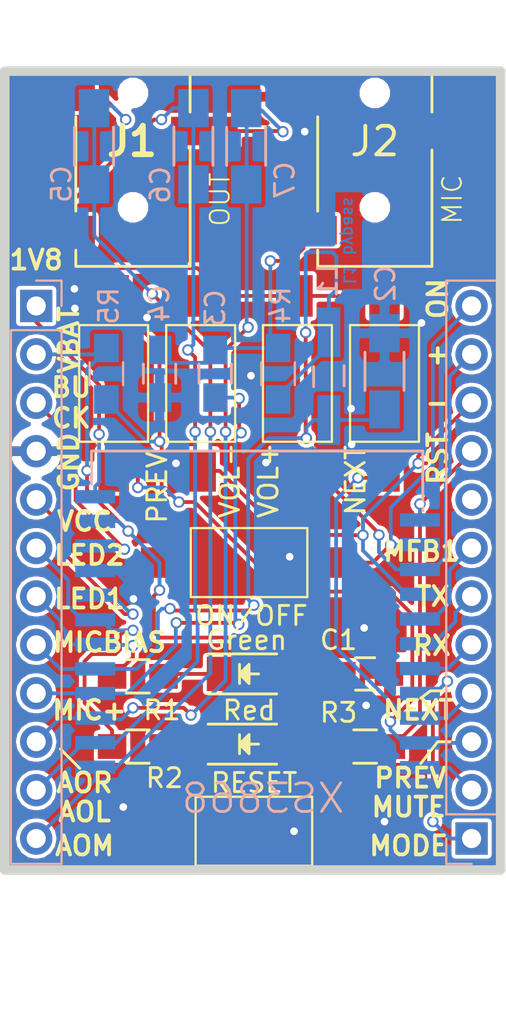
<source format=kicad_pcb>
(kicad_pcb (version 20171130) (host pcbnew 6.0.0-rc1-unknown-db7deff~66~ubuntu16.04.1)

  (general
    (thickness 1.6)
    (drawings 33)
    (tracks 434)
    (zones 0)
    (modules 26)
    (nets 28)
  )

  (page A4)
  (layers
    (0 F.Cu signal)
    (31 B.Cu signal)
    (32 B.Adhes user)
    (33 F.Adhes user)
    (34 B.Paste user)
    (35 F.Paste user)
    (36 B.SilkS user)
    (37 F.SilkS user)
    (38 B.Mask user)
    (39 F.Mask user)
    (40 Dwgs.User user)
    (41 Cmts.User user)
    (42 Eco1.User user)
    (43 Eco2.User user)
    (44 Edge.Cuts user)
    (45 Margin user)
    (46 B.CrtYd user)
    (47 F.CrtYd user)
    (48 B.Fab user hide)
    (49 F.Fab user hide)
  )

  (setup
    (last_trace_width 0.2)
    (trace_clearance 0.2)
    (zone_clearance 0)
    (zone_45_only yes)
    (trace_min 0.2)
    (via_size 0.6)
    (via_drill 0.4)
    (via_min_size 0.4)
    (via_min_drill 0.3)
    (uvia_size 0.3)
    (uvia_drill 0.1)
    (uvias_allowed no)
    (uvia_min_size 0.2)
    (uvia_min_drill 0.1)
    (edge_width 0.5)
    (segment_width 0.2)
    (pcb_text_width 0.3)
    (pcb_text_size 1.5 1.5)
    (mod_edge_width 0.15)
    (mod_text_size 1 1)
    (mod_text_width 0.15)
    (pad_size 1.5 1.5)
    (pad_drill 0.6)
    (pad_to_mask_clearance 0)
    (solder_mask_min_width 0.25)
    (aux_axis_origin 0 0)
    (visible_elements FFFFFFFF)
    (pcbplotparams
      (layerselection 0x31030_ffffffff)
      (usegerberextensions true)
      (usegerberattributes true)
      (usegerberadvancedattributes false)
      (creategerberjobfile false)
      (excludeedgelayer true)
      (linewidth 0.100000)
      (plotframeref true)
      (viasonmask false)
      (mode 1)
      (useauxorigin false)
      (hpglpennumber 1)
      (hpglpenspeed 20)
      (hpglpendiameter 15.000000)
      (psnegative false)
      (psa4output false)
      (plotreference true)
      (plotvalue true)
      (plotinvisibletext true)
      (padsonsilk false)
      (subtractmaskfromsilk false)
      (outputformat 5)
      (mirror false)
      (drillshape 2)
      (scaleselection 1)
      (outputdirectory "~/tmp/svg/"))
  )

  (net 0 "")
  (net 1 GND)
  (net 2 /VBAT)
  (net 3 /MIC+)
  (net 4 /AOL)
  (net 5 /AOR)
  (net 6 /AOM)
  (net 7 /VBUCK)
  (net 8 /VCC)
  (net 9 /LED2)
  (net 10 /LED1)
  (net 11 /MICBIAS)
  (net 12 /1V8)
  (net 13 /ONKEY)
  (net 14 /VOL+)
  (net 15 /VOL-)
  (net 16 /RESET)
  (net 17 /MFB1)
  (net 18 /UART_TX)
  (net 19 /UART_RX)
  (net 20 /NEXT)
  (net 21 /PREVIOUS)
  (net 22 /MUTE)
  (net 23 "Net-(DG1-Pad1)")
  (net 24 "Net-(DR2-Pad1)")
  (net 25 "Net-(C3-Pad2)")
  (net 26 "Net-(R5-Pad2)")
  (net 27 /MODE)

  (net_class Default "This is the default net class."
    (clearance 0.2)
    (trace_width 0.2)
    (via_dia 0.6)
    (via_drill 0.4)
    (uvia_dia 0.3)
    (uvia_drill 0.1)
    (add_net /1V8)
    (add_net /AOL)
    (add_net /AOM)
    (add_net /AOR)
    (add_net /LED1)
    (add_net /LED2)
    (add_net /MFB1)
    (add_net /MIC+)
    (add_net /MICBIAS)
    (add_net /MODE)
    (add_net /MUTE)
    (add_net /NEXT)
    (add_net /ONKEY)
    (add_net /PREVIOUS)
    (add_net /RESET)
    (add_net /UART_RX)
    (add_net /UART_TX)
    (add_net /VBAT)
    (add_net /VBUCK)
    (add_net /VCC)
    (add_net /VOL+)
    (add_net /VOL-)
    (add_net GND)
    (add_net "Net-(C3-Pad2)")
    (add_net "Net-(DG1-Pad1)")
    (add_net "Net-(DR2-Pad1)")
    (add_net "Net-(R5-Pad2)")
  )

  (module Buttons_Switches_SMD:SW_SPST_FSMSM (layer F.Cu) (tedit 58723FBE) (tstamp 5BD6805A)
    (at 159.512 84.963 270)
    (descr http://www.te.com/commerce/DocumentDelivery/DDEController?Action=srchrtrv&DocNm=1437566-3&DocType=Customer+Drawing&DocLang=English)
    (tags "SPST button tactile switch")
    (path /5BD7EF33)
    (attr smd)
    (fp_text reference SW4 (at 0 -2.6 270) (layer F.Fab) hide
      (effects (font (size 1 1) (thickness 0.15)))
    )
    (fp_text value VOL+ (at 5.08 1.524 90) (layer F.SilkS)
      (effects (font (size 1 1) (thickness 0.15)))
    )
    (fp_text user %R (at 0 -2.6 270) (layer F.Fab)
      (effects (font (size 1 1) (thickness 0.15)))
    )
    (fp_line (start -1.75 -1) (end 1.75 -1) (layer F.Fab) (width 0.1))
    (fp_line (start 1.75 -1) (end 1.75 1) (layer F.Fab) (width 0.1))
    (fp_line (start 1.75 1) (end -1.75 1) (layer F.Fab) (width 0.1))
    (fp_line (start -1.75 1) (end -1.75 -1) (layer F.Fab) (width 0.1))
    (fp_line (start -3.06 -1.81) (end 3.06 -1.81) (layer F.SilkS) (width 0.12))
    (fp_line (start 3.06 -1.81) (end 3.06 1.81) (layer F.SilkS) (width 0.12))
    (fp_line (start 3.06 1.81) (end -3.06 1.81) (layer F.SilkS) (width 0.12))
    (fp_line (start -3.06 1.81) (end -3.06 -1.81) (layer F.SilkS) (width 0.12))
    (fp_line (start -1.5 0.8) (end 1.5 0.8) (layer F.Fab) (width 0.1))
    (fp_line (start -1.5 -0.8) (end 1.5 -0.8) (layer F.Fab) (width 0.1))
    (fp_line (start 1.5 -0.8) (end 1.5 0.8) (layer F.Fab) (width 0.1))
    (fp_line (start -1.5 -0.8) (end -1.5 0.8) (layer F.Fab) (width 0.1))
    (fp_line (start -5.95 2) (end 5.95 2) (layer F.CrtYd) (width 0.05))
    (fp_line (start 5.95 -2) (end 5.95 2) (layer F.CrtYd) (width 0.05))
    (fp_line (start -3 1.75) (end 3 1.75) (layer F.Fab) (width 0.1))
    (fp_line (start -3 -1.75) (end 3 -1.75) (layer F.Fab) (width 0.1))
    (fp_line (start -3 -1.75) (end -3 1.75) (layer F.Fab) (width 0.1))
    (fp_line (start 3 -1.75) (end 3 1.75) (layer F.Fab) (width 0.1))
    (fp_line (start -5.95 -2) (end -5.95 2) (layer F.CrtYd) (width 0.05))
    (fp_line (start -5.95 -2) (end 5.95 -2) (layer F.CrtYd) (width 0.05))
    (pad 1 smd rect (at -4.59 0 270) (size 2.18 1.6) (layers F.Cu F.Paste F.Mask)
      (net 26 "Net-(R5-Pad2)"))
    (pad 2 smd rect (at 4.59 0 270) (size 2.18 1.6) (layers F.Cu F.Paste F.Mask)
      (net 14 /VOL+))
    (model ${KISYS3DMOD}/Buttons_Switches_SMD.3dshapes/SW_SPST_FSMSM.wrl
      (at (xyz 0 0 0))
      (scale (xyz 1 1 1))
      (rotate (xyz 0 0 0))
    )
  )

  (module Buttons_Switches_SMD:SW_SPST_FSMSM (layer F.Cu) (tedit 58723FBE) (tstamp 5BD6803F)
    (at 154.432 84.963 270)
    (descr http://www.te.com/commerce/DocumentDelivery/DDEController?Action=srchrtrv&DocNm=1437566-3&DocType=Customer+Drawing&DocLang=English)
    (tags "SPST button tactile switch")
    (path /5BD80C91)
    (attr smd)
    (fp_text reference SW3 (at 0 -2.6 270) (layer F.Fab) hide
      (effects (font (size 1 1) (thickness 0.15)))
    )
    (fp_text value VOL- (at 5.08 -1.524 270) (layer F.SilkS)
      (effects (font (size 1 1) (thickness 0.15)))
    )
    (fp_text user %R (at 0 -2.6 270) (layer F.Fab)
      (effects (font (size 1 1) (thickness 0.15)))
    )
    (fp_line (start -1.75 -1) (end 1.75 -1) (layer F.Fab) (width 0.1))
    (fp_line (start 1.75 -1) (end 1.75 1) (layer F.Fab) (width 0.1))
    (fp_line (start 1.75 1) (end -1.75 1) (layer F.Fab) (width 0.1))
    (fp_line (start -1.75 1) (end -1.75 -1) (layer F.Fab) (width 0.1))
    (fp_line (start -3.06 -1.81) (end 3.06 -1.81) (layer F.SilkS) (width 0.12))
    (fp_line (start 3.06 -1.81) (end 3.06 1.81) (layer F.SilkS) (width 0.12))
    (fp_line (start 3.06 1.81) (end -3.06 1.81) (layer F.SilkS) (width 0.12))
    (fp_line (start -3.06 1.81) (end -3.06 -1.81) (layer F.SilkS) (width 0.12))
    (fp_line (start -1.5 0.8) (end 1.5 0.8) (layer F.Fab) (width 0.1))
    (fp_line (start -1.5 -0.8) (end 1.5 -0.8) (layer F.Fab) (width 0.1))
    (fp_line (start 1.5 -0.8) (end 1.5 0.8) (layer F.Fab) (width 0.1))
    (fp_line (start -1.5 -0.8) (end -1.5 0.8) (layer F.Fab) (width 0.1))
    (fp_line (start -5.95 2) (end 5.95 2) (layer F.CrtYd) (width 0.05))
    (fp_line (start 5.95 -2) (end 5.95 2) (layer F.CrtYd) (width 0.05))
    (fp_line (start -3 1.75) (end 3 1.75) (layer F.Fab) (width 0.1))
    (fp_line (start -3 -1.75) (end 3 -1.75) (layer F.Fab) (width 0.1))
    (fp_line (start -3 -1.75) (end -3 1.75) (layer F.Fab) (width 0.1))
    (fp_line (start 3 -1.75) (end 3 1.75) (layer F.Fab) (width 0.1))
    (fp_line (start -5.95 -2) (end -5.95 2) (layer F.CrtYd) (width 0.05))
    (fp_line (start -5.95 -2) (end 5.95 -2) (layer F.CrtYd) (width 0.05))
    (pad 1 smd rect (at -4.59 0 270) (size 2.18 1.6) (layers F.Cu F.Paste F.Mask)
      (net 26 "Net-(R5-Pad2)"))
    (pad 2 smd rect (at 4.59 0 270) (size 2.18 1.6) (layers F.Cu F.Paste F.Mask)
      (net 15 /VOL-))
    (model ${KISYS3DMOD}/Buttons_Switches_SMD.3dshapes/SW_SPST_FSMSM.wrl
      (at (xyz 0 0 0))
      (scale (xyz 1 1 1))
      (rotate (xyz 0 0 0))
    )
  )

  (module Buttons_Switches_SMD:SW_SPST_FSMSM (layer F.Cu) (tedit 58723FBE) (tstamp 5BD68024)
    (at 164.084 84.963 270)
    (descr http://www.te.com/commerce/DocumentDelivery/DDEController?Action=srchrtrv&DocNm=1437566-3&DocType=Customer+Drawing&DocLang=English)
    (tags "SPST button tactile switch")
    (path /5BD80C9A)
    (attr smd)
    (fp_text reference SW2 (at 0 -2.6 270) (layer F.Fab) hide
      (effects (font (size 1 1) (thickness 0.15)))
    )
    (fp_text value NEXT (at 5.08 1.524 270) (layer F.SilkS)
      (effects (font (size 1 1) (thickness 0.15)))
    )
    (fp_text user %R (at 0 -2.6 270) (layer F.Fab)
      (effects (font (size 1 1) (thickness 0.15)))
    )
    (fp_line (start -1.75 -1) (end 1.75 -1) (layer F.Fab) (width 0.1))
    (fp_line (start 1.75 -1) (end 1.75 1) (layer F.Fab) (width 0.1))
    (fp_line (start 1.75 1) (end -1.75 1) (layer F.Fab) (width 0.1))
    (fp_line (start -1.75 1) (end -1.75 -1) (layer F.Fab) (width 0.1))
    (fp_line (start -3.06 -1.81) (end 3.06 -1.81) (layer F.SilkS) (width 0.12))
    (fp_line (start 3.06 -1.81) (end 3.06 1.81) (layer F.SilkS) (width 0.12))
    (fp_line (start 3.06 1.81) (end -3.06 1.81) (layer F.SilkS) (width 0.12))
    (fp_line (start -3.06 1.81) (end -3.06 -1.81) (layer F.SilkS) (width 0.12))
    (fp_line (start -1.5 0.8) (end 1.5 0.8) (layer F.Fab) (width 0.1))
    (fp_line (start -1.5 -0.8) (end 1.5 -0.8) (layer F.Fab) (width 0.1))
    (fp_line (start 1.5 -0.8) (end 1.5 0.8) (layer F.Fab) (width 0.1))
    (fp_line (start -1.5 -0.8) (end -1.5 0.8) (layer F.Fab) (width 0.1))
    (fp_line (start -5.95 2) (end 5.95 2) (layer F.CrtYd) (width 0.05))
    (fp_line (start 5.95 -2) (end 5.95 2) (layer F.CrtYd) (width 0.05))
    (fp_line (start -3 1.75) (end 3 1.75) (layer F.Fab) (width 0.1))
    (fp_line (start -3 -1.75) (end 3 -1.75) (layer F.Fab) (width 0.1))
    (fp_line (start -3 -1.75) (end -3 1.75) (layer F.Fab) (width 0.1))
    (fp_line (start 3 -1.75) (end 3 1.75) (layer F.Fab) (width 0.1))
    (fp_line (start -5.95 -2) (end -5.95 2) (layer F.CrtYd) (width 0.05))
    (fp_line (start -5.95 -2) (end 5.95 -2) (layer F.CrtYd) (width 0.05))
    (pad 1 smd rect (at -4.59 0 270) (size 2.18 1.6) (layers F.Cu F.Paste F.Mask)
      (net 26 "Net-(R5-Pad2)"))
    (pad 2 smd rect (at 4.59 0 270) (size 2.18 1.6) (layers F.Cu F.Paste F.Mask)
      (net 20 /NEXT))
    (model ${KISYS3DMOD}/Buttons_Switches_SMD.3dshapes/SW_SPST_FSMSM.wrl
      (at (xyz 0 0 0))
      (scale (xyz 1 1 1))
      (rotate (xyz 0 0 0))
    )
  )

  (module Buttons_Switches_SMD:SW_SPST_FSMSM (layer F.Cu) (tedit 58723FBE) (tstamp 5BD68009)
    (at 149.86 84.963 270)
    (descr http://www.te.com/commerce/DocumentDelivery/DDEController?Action=srchrtrv&DocNm=1437566-3&DocType=Customer+Drawing&DocLang=English)
    (tags "SPST button tactile switch")
    (path /5BD82B1B)
    (attr smd)
    (fp_text reference SW1 (at 0 -2.6 270) (layer F.Fab) hide
      (effects (font (size 1 1) (thickness 0.15)))
    )
    (fp_text value PREV (at 5.461 -2.286 270) (layer F.SilkS)
      (effects (font (size 1 1) (thickness 0.15)))
    )
    (fp_text user %R (at 0 -2.6 270) (layer F.Fab)
      (effects (font (size 1 1) (thickness 0.15)))
    )
    (fp_line (start -1.75 -1) (end 1.75 -1) (layer F.Fab) (width 0.1))
    (fp_line (start 1.75 -1) (end 1.75 1) (layer F.Fab) (width 0.1))
    (fp_line (start 1.75 1) (end -1.75 1) (layer F.Fab) (width 0.1))
    (fp_line (start -1.75 1) (end -1.75 -1) (layer F.Fab) (width 0.1))
    (fp_line (start -3.06 -1.81) (end 3.06 -1.81) (layer F.SilkS) (width 0.12))
    (fp_line (start 3.06 -1.81) (end 3.06 1.81) (layer F.SilkS) (width 0.12))
    (fp_line (start 3.06 1.81) (end -3.06 1.81) (layer F.SilkS) (width 0.12))
    (fp_line (start -3.06 1.81) (end -3.06 -1.81) (layer F.SilkS) (width 0.12))
    (fp_line (start -1.5 0.8) (end 1.5 0.8) (layer F.Fab) (width 0.1))
    (fp_line (start -1.5 -0.8) (end 1.5 -0.8) (layer F.Fab) (width 0.1))
    (fp_line (start 1.5 -0.8) (end 1.5 0.8) (layer F.Fab) (width 0.1))
    (fp_line (start -1.5 -0.8) (end -1.5 0.8) (layer F.Fab) (width 0.1))
    (fp_line (start -5.95 2) (end 5.95 2) (layer F.CrtYd) (width 0.05))
    (fp_line (start 5.95 -2) (end 5.95 2) (layer F.CrtYd) (width 0.05))
    (fp_line (start -3 1.75) (end 3 1.75) (layer F.Fab) (width 0.1))
    (fp_line (start -3 -1.75) (end 3 -1.75) (layer F.Fab) (width 0.1))
    (fp_line (start -3 -1.75) (end -3 1.75) (layer F.Fab) (width 0.1))
    (fp_line (start 3 -1.75) (end 3 1.75) (layer F.Fab) (width 0.1))
    (fp_line (start -5.95 -2) (end -5.95 2) (layer F.CrtYd) (width 0.05))
    (fp_line (start -5.95 -2) (end 5.95 -2) (layer F.CrtYd) (width 0.05))
    (pad 1 smd rect (at -4.59 0 270) (size 2.18 1.6) (layers F.Cu F.Paste F.Mask)
      (net 26 "Net-(R5-Pad2)"))
    (pad 2 smd rect (at 4.59 0 270) (size 2.18 1.6) (layers F.Cu F.Paste F.Mask)
      (net 21 /PREVIOUS))
    (model ${KISYS3DMOD}/Buttons_Switches_SMD.3dshapes/SW_SPST_FSMSM.wrl
      (at (xyz 0 0 0))
      (scale (xyz 1 1 1))
      (rotate (xyz 0 0 0))
    )
  )

  (module Buttons_Switches_SMD:SW_SPST_FSMSM (layer F.Cu) (tedit 58723FBE) (tstamp 5BD6C376)
    (at 156.972 94.361)
    (descr http://www.te.com/commerce/DocumentDelivery/DDEController?Action=srchrtrv&DocNm=1437566-3&DocType=Customer+Drawing&DocLang=English)
    (tags "SPST button tactile switch")
    (path /56C4875B)
    (attr smd)
    (fp_text reference SW5 (at 0.01011 -2.60022) (layer F.Fab) hide
      (effects (font (size 1 1) (thickness 0.15)))
    )
    (fp_text value ON/OFF (at 0.127 2.794) (layer F.SilkS)
      (effects (font (size 1 1) (thickness 0.15)))
    )
    (fp_text user %R (at 0 -2.6) (layer F.Fab)
      (effects (font (size 1 1) (thickness 0.15)))
    )
    (fp_line (start -1.75 -1) (end 1.75 -1) (layer F.Fab) (width 0.1))
    (fp_line (start 1.75 -1) (end 1.75 1) (layer F.Fab) (width 0.1))
    (fp_line (start 1.75 1) (end -1.75 1) (layer F.Fab) (width 0.1))
    (fp_line (start -1.75 1) (end -1.75 -1) (layer F.Fab) (width 0.1))
    (fp_line (start -3.06 -1.81) (end 3.06 -1.81) (layer F.SilkS) (width 0.12))
    (fp_line (start 3.06 -1.81) (end 3.06 1.81) (layer F.SilkS) (width 0.12))
    (fp_line (start 3.06 1.81) (end -3.06 1.81) (layer F.SilkS) (width 0.12))
    (fp_line (start -3.06 1.81) (end -3.06 -1.81) (layer F.SilkS) (width 0.12))
    (fp_line (start -1.5 0.8) (end 1.5 0.8) (layer F.Fab) (width 0.1))
    (fp_line (start -1.5 -0.8) (end 1.5 -0.8) (layer F.Fab) (width 0.1))
    (fp_line (start 1.5 -0.8) (end 1.5 0.8) (layer F.Fab) (width 0.1))
    (fp_line (start -1.5 -0.8) (end -1.5 0.8) (layer F.Fab) (width 0.1))
    (fp_line (start -5.95 2) (end 5.95 2) (layer F.CrtYd) (width 0.05))
    (fp_line (start 5.95 -2) (end 5.95 2) (layer F.CrtYd) (width 0.05))
    (fp_line (start -3 1.75) (end 3 1.75) (layer F.Fab) (width 0.1))
    (fp_line (start -3 -1.75) (end 3 -1.75) (layer F.Fab) (width 0.1))
    (fp_line (start -3 -1.75) (end -3 1.75) (layer F.Fab) (width 0.1))
    (fp_line (start 3 -1.75) (end 3 1.75) (layer F.Fab) (width 0.1))
    (fp_line (start -5.95 -2) (end -5.95 2) (layer F.CrtYd) (width 0.05))
    (fp_line (start -5.95 -2) (end 5.95 -2) (layer F.CrtYd) (width 0.05))
    (pad 1 smd rect (at -4.59 0) (size 2.18 1.6) (layers F.Cu F.Paste F.Mask)
      (net 26 "Net-(R5-Pad2)"))
    (pad 2 smd rect (at 4.59 0) (size 2.18 1.6) (layers F.Cu F.Paste F.Mask)
      (net 13 /ONKEY))
    (model ${KISYS3DMOD}/Buttons_Switches_SMD.3dshapes/SW_SPST_FSMSM.wrl
      (at (xyz 0 0 0))
      (scale (xyz 1 1 1))
      (rotate (xyz 0 0 0))
    )
  )

  (module Buttons_Switches_SMD:SW_SPST_FSMSM (layer F.Cu) (tedit 58723FBE) (tstamp 5BD6B54E)
    (at 157.226 108.458)
    (descr http://www.te.com/commerce/DocumentDelivery/DDEController?Action=srchrtrv&DocNm=1437566-3&DocType=Customer+Drawing&DocLang=English)
    (tags "SPST button tactile switch")
    (path /56C45A37)
    (attr smd)
    (fp_text reference SW6 (at 0.01011 -2.60022) (layer F.Fab) hide
      (effects (font (size 1 1) (thickness 0.15)))
    )
    (fp_text value RESET (at 0.01011 -2.54) (layer F.SilkS)
      (effects (font (size 1 1) (thickness 0.15)))
    )
    (fp_text user %R (at 0 -2.6) (layer F.Fab)
      (effects (font (size 1 1) (thickness 0.15)))
    )
    (fp_line (start -1.75 -1) (end 1.75 -1) (layer F.Fab) (width 0.1))
    (fp_line (start 1.75 -1) (end 1.75 1) (layer F.Fab) (width 0.1))
    (fp_line (start 1.75 1) (end -1.75 1) (layer F.Fab) (width 0.1))
    (fp_line (start -1.75 1) (end -1.75 -1) (layer F.Fab) (width 0.1))
    (fp_line (start -3.06 -1.81) (end 3.06 -1.81) (layer F.SilkS) (width 0.12))
    (fp_line (start 3.06 -1.81) (end 3.06 1.81) (layer F.SilkS) (width 0.12))
    (fp_line (start 3.06 1.81) (end -3.06 1.81) (layer F.SilkS) (width 0.12))
    (fp_line (start -3.06 1.81) (end -3.06 -1.81) (layer F.SilkS) (width 0.12))
    (fp_line (start -1.5 0.8) (end 1.5 0.8) (layer F.Fab) (width 0.1))
    (fp_line (start -1.5 -0.8) (end 1.5 -0.8) (layer F.Fab) (width 0.1))
    (fp_line (start 1.5 -0.8) (end 1.5 0.8) (layer F.Fab) (width 0.1))
    (fp_line (start -1.5 -0.8) (end -1.5 0.8) (layer F.Fab) (width 0.1))
    (fp_line (start -5.95 2) (end 5.95 2) (layer F.CrtYd) (width 0.05))
    (fp_line (start 5.95 -2) (end 5.95 2) (layer F.CrtYd) (width 0.05))
    (fp_line (start -3 1.75) (end 3 1.75) (layer F.Fab) (width 0.1))
    (fp_line (start -3 -1.75) (end 3 -1.75) (layer F.Fab) (width 0.1))
    (fp_line (start -3 -1.75) (end -3 1.75) (layer F.Fab) (width 0.1))
    (fp_line (start 3 -1.75) (end 3 1.75) (layer F.Fab) (width 0.1))
    (fp_line (start -5.95 -2) (end -5.95 2) (layer F.CrtYd) (width 0.05))
    (fp_line (start -5.95 -2) (end 5.95 -2) (layer F.CrtYd) (width 0.05))
    (pad 1 smd rect (at -4.59 0) (size 2.18 1.6) (layers F.Cu F.Paste F.Mask)
      (net 1 GND))
    (pad 2 smd rect (at 4.59 0) (size 2.18 1.6) (layers F.Cu F.Paste F.Mask)
      (net 16 /RESET))
    (model ${KISYS3DMOD}/Buttons_Switches_SMD.3dshapes/SW_SPST_FSMSM.wrl
      (at (xyz 0 0 0))
      (scale (xyz 1 1 1))
      (rotate (xyz 0 0 0))
    )
  )

  (module bluetooth:XS3868 (layer B.Cu) (tedit 5BD6F14F) (tstamp 5BD8DDE9)
    (at 148.8948 89.6098)
    (path /5576DBD3)
    (fp_text reference U1 (at 7.8 18.7) (layer B.SilkS) hide
      (effects (font (size 1.5 1.5) (thickness 0.15)) (justify mirror))
    )
    (fp_text value XS3868 (at 8.8138 17.121) (layer B.SilkS)
      (effects (font (size 1.5 1.5) (thickness 0.15)) (justify mirror))
    )
    (fp_line (start -0.2 0.6604) (end -0.2 -1.1) (layer B.SilkS) (width 0.15))
    (fp_line (start -0.2 -1.1) (end 17.2 -1.1) (layer B.SilkS) (width 0.15))
    (fp_line (start 17.2 -1.1) (end 17.2 2.032) (layer B.SilkS) (width 0.15))
    (fp_line (start 17.2 16.002) (end 17.2 28.9) (layer Dwgs.User) (width 0.15))
    (fp_line (start 17.2 28.9) (end -0.2 28.9) (layer Dwgs.User) (width 0.15))
    (fp_line (start -0.2 28.9) (end -0.2 16.002) (layer Dwgs.User) (width 0.15))
    (pad 1 smd rect (at 0 15.49) (size 2.1 0.7) (layers B.Cu B.Paste B.Mask)
      (net 6 /AOM))
    (pad 2 smd rect (at 0 14.2) (size 2.1 0.7) (layers B.Cu B.Paste B.Mask)
      (net 4 /AOL))
    (pad 3 smd rect (at 0 12.91) (size 2.1 0.7) (layers B.Cu B.Paste B.Mask)
      (net 5 /AOR))
    (pad 4 smd rect (at 0 11.62) (size 2.1 0.7) (layers B.Cu B.Paste B.Mask)
      (net 3 /MIC+))
    (pad 5 smd rect (at 0 10.33) (size 2.1 0.7) (layers B.Cu B.Paste B.Mask)
      (net 11 /MICBIAS))
    (pad 6 smd rect (at 0 9.04) (size 2.1 0.7) (layers B.Cu B.Paste B.Mask)
      (net 10 /LED1))
    (pad 7 smd rect (at 0 7.75) (size 2.1 0.7) (layers B.Cu B.Paste B.Mask)
      (net 9 /LED2))
    (pad 8 smd rect (at 0 6.46) (size 2.1 0.7) (layers B.Cu B.Paste B.Mask)
      (net 8 /VCC))
    (pad 9 smd rect (at 0 5.17) (size 2.1 0.7) (layers B.Cu B.Paste B.Mask)
      (net 1 GND))
    (pad 10 smd rect (at 0 3.88) (size 2.1 0.7) (layers B.Cu B.Paste B.Mask)
      (net 7 /VBUCK))
    (pad 11 smd rect (at 0 2.59) (size 2.1 0.7) (layers B.Cu B.Paste B.Mask)
      (net 2 /VBAT))
    (pad 12 smd rect (at 0 1.3) (size 2.1 0.7) (layers B.Cu B.Paste B.Mask)
      (net 12 /1V8))
    (pad 23 smd rect (at 17.0508 15.5128) (size 2.1 0.7) (layers B.Cu B.Paste B.Mask)
      (net 22 /MUTE))
    (pad 22 smd rect (at 17.0508 14.2128) (size 2.1 0.7) (layers B.Cu B.Paste B.Mask)
      (net 21 /PREVIOUS))
    (pad 21 smd rect (at 17.0508 12.9128) (size 2.1 0.7) (layers B.Cu B.Paste B.Mask)
      (net 20 /NEXT))
    (pad 20 smd rect (at 17.0508 11.6128) (size 2.1 0.7) (layers B.Cu B.Paste B.Mask)
      (net 27 /MODE))
    (pad 19 smd rect (at 17.0508 10.3128) (size 2.1 0.7) (layers B.Cu B.Paste B.Mask)
      (net 19 /UART_RX))
    (pad 18 smd rect (at 17.0508 9.0128) (size 2.1 0.7) (layers B.Cu B.Paste B.Mask)
      (net 18 /UART_TX))
    (pad 17 smd rect (at 17.0508 7.7128) (size 2.1 0.7) (layers B.Cu B.Paste B.Mask)
      (net 17 /MFB1))
    (pad 16 smd rect (at 17.0508 6.4128) (size 2.1 0.7) (layers B.Cu B.Paste B.Mask)
      (net 15 /VOL-))
    (pad 15 smd rect (at 17.0508 5.1128) (size 2.1 0.7) (layers B.Cu B.Paste B.Mask)
      (net 14 /VOL+))
    (pad 14 smd rect (at 17.0508 3.8128) (size 2.1 0.7) (layers B.Cu B.Paste B.Mask)
      (net 13 /ONKEY))
    (pad 13 smd rect (at 17.0508 2.5128) (size 2.1 0.7) (layers B.Cu B.Paste B.Mask)
      (net 16 /RESET))
  )

  (module Pin_Headers:Pin_Header_Straight_1x12_Pitch2.54mm (layer B.Cu) (tedit 59650532) (tstamp 5BD67F8F)
    (at 145.796 80.899 180)
    (descr "Through hole straight pin header, 1x12, 2.54mm pitch, single row")
    (tags "Through hole pin header THT 1x12 2.54mm single row")
    (path /5576DE6D)
    (fp_text reference P1 (at 0 2.33 180) (layer B.SilkS) hide
      (effects (font (size 1 1) (thickness 0.15)) (justify mirror))
    )
    (fp_text value CONN_01X12 (at 0 -30.27 180) (layer B.Fab) hide
      (effects (font (size 1 1) (thickness 0.15)) (justify mirror))
    )
    (fp_line (start -0.635 1.27) (end 1.27 1.27) (layer B.Fab) (width 0.1))
    (fp_line (start 1.27 1.27) (end 1.27 -29.21) (layer B.Fab) (width 0.1))
    (fp_line (start 1.27 -29.21) (end -1.27 -29.21) (layer B.Fab) (width 0.1))
    (fp_line (start -1.27 -29.21) (end -1.27 0.635) (layer B.Fab) (width 0.1))
    (fp_line (start -1.27 0.635) (end -0.635 1.27) (layer B.Fab) (width 0.1))
    (fp_line (start -1.33 -29.27) (end 1.33 -29.27) (layer B.SilkS) (width 0.12))
    (fp_line (start -1.33 -1.27) (end -1.33 -29.27) (layer B.SilkS) (width 0.12))
    (fp_line (start 1.33 -1.27) (end 1.33 -29.27) (layer B.SilkS) (width 0.12))
    (fp_line (start -1.33 -1.27) (end 1.33 -1.27) (layer B.SilkS) (width 0.12))
    (fp_line (start -1.33 0) (end -1.33 1.33) (layer B.SilkS) (width 0.12))
    (fp_line (start -1.33 1.33) (end 0 1.33) (layer B.SilkS) (width 0.12))
    (fp_line (start -1.8 1.8) (end -1.8 -29.75) (layer B.CrtYd) (width 0.05))
    (fp_line (start -1.8 -29.75) (end 1.8 -29.75) (layer B.CrtYd) (width 0.05))
    (fp_line (start 1.8 -29.75) (end 1.8 1.8) (layer B.CrtYd) (width 0.05))
    (fp_line (start 1.8 1.8) (end -1.8 1.8) (layer B.CrtYd) (width 0.05))
    (pad 1 thru_hole rect (at 0 0 180) (size 1.7 1.7) (drill 1) (layers *.Cu *.Mask)
      (net 12 /1V8))
    (pad 2 thru_hole oval (at 0 -2.54 180) (size 1.7 1.7) (drill 1) (layers *.Cu *.Mask)
      (net 2 /VBAT))
    (pad 3 thru_hole oval (at 0 -5.08 180) (size 1.7 1.7) (drill 1) (layers *.Cu *.Mask)
      (net 7 /VBUCK))
    (pad 4 thru_hole oval (at 0 -7.62 180) (size 1.7 1.7) (drill 1) (layers *.Cu *.Mask)
      (net 1 GND))
    (pad 5 thru_hole oval (at 0 -10.16 180) (size 1.7 1.7) (drill 1) (layers *.Cu *.Mask)
      (net 8 /VCC))
    (pad 6 thru_hole oval (at 0 -12.7 180) (size 1.7 1.7) (drill 1) (layers *.Cu *.Mask)
      (net 9 /LED2))
    (pad 7 thru_hole oval (at 0 -15.24 180) (size 1.7 1.7) (drill 1) (layers *.Cu *.Mask)
      (net 10 /LED1))
    (pad 8 thru_hole oval (at 0 -17.78 180) (size 1.7 1.7) (drill 1) (layers *.Cu *.Mask)
      (net 11 /MICBIAS))
    (pad 9 thru_hole oval (at 0 -20.32 180) (size 1.7 1.7) (drill 1) (layers *.Cu *.Mask)
      (net 3 /MIC+))
    (pad 10 thru_hole oval (at 0 -22.86 180) (size 1.7 1.7) (drill 1) (layers *.Cu *.Mask)
      (net 5 /AOR))
    (pad 11 thru_hole oval (at 0 -25.4 180) (size 1.7 1.7) (drill 1) (layers *.Cu *.Mask)
      (net 4 /AOL))
    (pad 12 thru_hole oval (at 0 -27.94 180) (size 1.7 1.7) (drill 1) (layers *.Cu *.Mask)
      (net 6 /AOM))
    (model ${KISYS3DMOD}/Pin_Headers.3dshapes/Pin_Header_Straight_1x12_Pitch2.54mm.wrl
      (at (xyz 0 0 0))
      (scale (xyz 1 1 1))
      (rotate (xyz 0 0 0))
    )
  )

  (module LEDs:LED-1206 (layer F.Cu) (tedit 56C47765) (tstamp 56C46EE2)
    (at 156.972 100.203)
    (descr "LED 1206 smd package")
    (tags "LED1206 SMD")
    (path /56C487CC)
    (attr smd)
    (fp_text reference Green (at -0.127 -1.778) (layer F.SilkS)
      (effects (font (size 1 1) (thickness 0.15)))
    )
    (fp_text value GREEN (at 0 2) (layer F.Fab) hide
      (effects (font (size 1 1) (thickness 0.15)))
    )
    (fp_line (start -2.15 1.05) (end 1.45 1.05) (layer F.SilkS) (width 0.15))
    (fp_line (start -2.15 -1.05) (end 1.45 -1.05) (layer F.SilkS) (width 0.15))
    (fp_line (start -0.1 -0.3) (end -0.1 0.3) (layer F.SilkS) (width 0.15))
    (fp_line (start -0.1 0.3) (end -0.4 0) (layer F.SilkS) (width 0.15))
    (fp_line (start -0.4 0) (end -0.2 -0.2) (layer F.SilkS) (width 0.15))
    (fp_line (start -0.2 -0.2) (end -0.2 0.05) (layer F.SilkS) (width 0.15))
    (fp_line (start -0.2 0.05) (end -0.25 0) (layer F.SilkS) (width 0.15))
    (fp_line (start -0.5 -0.5) (end -0.5 0.5) (layer F.SilkS) (width 0.15))
    (fp_line (start 0 0) (end 0.5 0) (layer F.SilkS) (width 0.15))
    (fp_line (start -0.5 0) (end 0 -0.5) (layer F.SilkS) (width 0.15))
    (fp_line (start 0 -0.5) (end 0 0.5) (layer F.SilkS) (width 0.15))
    (fp_line (start 0 0.5) (end -0.5 0) (layer F.SilkS) (width 0.15))
    (fp_line (start 2.5 -1.25) (end -2.5 -1.25) (layer F.CrtYd) (width 0.05))
    (fp_line (start -2.5 -1.25) (end -2.5 1.25) (layer F.CrtYd) (width 0.05))
    (fp_line (start -2.5 1.25) (end 2.5 1.25) (layer F.CrtYd) (width 0.05))
    (fp_line (start 2.5 1.25) (end 2.5 -1.25) (layer F.CrtYd) (width 0.05))
    (pad 2 smd rect (at 1.41986 0 180) (size 1.59766 1.80086) (layers F.Cu F.Paste F.Mask)
      (net 2 /VBAT))
    (pad 1 smd rect (at -1.41986 0 180) (size 1.59766 1.80086) (layers F.Cu F.Paste F.Mask)
      (net 23 "Net-(DG1-Pad1)"))
  )

  (module LEDs:LED-1206 (layer F.Cu) (tedit 56C47756) (tstamp 56C46EF8)
    (at 156.972 103.886)
    (descr "LED 1206 smd package")
    (tags "LED1206 SMD")
    (path /56C488F4)
    (attr smd)
    (fp_text reference Red (at 0 -1.77292) (layer F.SilkS)
      (effects (font (size 1 1) (thickness 0.15)))
    )
    (fp_text value RED (at -1.143 10.6426) (layer F.Fab) hide
      (effects (font (size 1 1) (thickness 0.15)))
    )
    (fp_line (start -2.15 1.05) (end 1.45 1.05) (layer F.SilkS) (width 0.15))
    (fp_line (start -2.15 -1.05) (end 1.45 -1.05) (layer F.SilkS) (width 0.15))
    (fp_line (start -0.1 -0.3) (end -0.1 0.3) (layer F.SilkS) (width 0.15))
    (fp_line (start -0.1 0.3) (end -0.4 0) (layer F.SilkS) (width 0.15))
    (fp_line (start -0.4 0) (end -0.2 -0.2) (layer F.SilkS) (width 0.15))
    (fp_line (start -0.2 -0.2) (end -0.2 0.05) (layer F.SilkS) (width 0.15))
    (fp_line (start -0.2 0.05) (end -0.25 0) (layer F.SilkS) (width 0.15))
    (fp_line (start -0.5 -0.5) (end -0.5 0.5) (layer F.SilkS) (width 0.15))
    (fp_line (start 0 0) (end 0.5 0) (layer F.SilkS) (width 0.15))
    (fp_line (start -0.5 0) (end 0 -0.5) (layer F.SilkS) (width 0.15))
    (fp_line (start 0 -0.5) (end 0 0.5) (layer F.SilkS) (width 0.15))
    (fp_line (start 0 0.5) (end -0.5 0) (layer F.SilkS) (width 0.15))
    (fp_line (start 2.5 -1.25) (end -2.5 -1.25) (layer F.CrtYd) (width 0.05))
    (fp_line (start -2.5 -1.25) (end -2.5 1.25) (layer F.CrtYd) (width 0.05))
    (fp_line (start -2.5 1.25) (end 2.5 1.25) (layer F.CrtYd) (width 0.05))
    (fp_line (start 2.5 1.25) (end 2.5 -1.25) (layer F.CrtYd) (width 0.05))
    (pad 2 smd rect (at 1.41986 0 180) (size 1.59766 1.80086) (layers F.Cu F.Paste F.Mask)
      (net 2 /VBAT))
    (pad 1 smd rect (at -1.41986 0 180) (size 1.59766 1.80086) (layers F.Cu F.Paste F.Mask)
      (net 24 "Net-(DR2-Pad1)"))
  )

  (module Resistors_SMD:R_0805_HandSoldering (layer F.Cu) (tedit 56C47752) (tstamp 5A908653)
    (at 163.068 104.013 180)
    (descr "Resistor SMD 0805, hand soldering")
    (tags "resistor 0805")
    (path /56C47B10)
    (attr smd)
    (fp_text reference R3 (at 1.397 1.778 180) (layer F.SilkS)
      (effects (font (size 1 1) (thickness 0.15)))
    )
    (fp_text value 10k (at 0 2.1 180) (layer F.Fab)
      (effects (font (size 1 1) (thickness 0.15)))
    )
    (fp_line (start -2.4 -1) (end 2.4 -1) (layer F.CrtYd) (width 0.05))
    (fp_line (start -2.4 1) (end 2.4 1) (layer F.CrtYd) (width 0.05))
    (fp_line (start -2.4 -1) (end -2.4 1) (layer F.CrtYd) (width 0.05))
    (fp_line (start 2.4 -1) (end 2.4 1) (layer F.CrtYd) (width 0.05))
    (fp_line (start 0.6 0.875) (end -0.6 0.875) (layer F.SilkS) (width 0.15))
    (fp_line (start -0.6 -0.875) (end 0.6 -0.875) (layer F.SilkS) (width 0.15))
    (pad 1 smd rect (at -1.35 0 180) (size 1.5 1.3) (layers F.Cu F.Paste F.Mask)
      (net 16 /RESET))
    (pad 2 smd rect (at 1.35 0 180) (size 1.5 1.3) (layers F.Cu F.Paste F.Mask)
      (net 2 /VBAT))
    (model Resistors_SMD.3dshapes/R_0805_HandSoldering.wrl
      (at (xyz 0 0 0))
      (scale (xyz 1 1 1))
      (rotate (xyz 0 0 0))
    )
  )

  (module Resistors_SMD:R_0805_HandSoldering (layer F.Cu) (tedit 56C4775D) (tstamp 5BD6CB22)
    (at 151.13 100.33 180)
    (descr "Resistor SMD 0805, hand soldering")
    (tags "resistor 0805")
    (path /56C48674)
    (attr smd)
    (fp_text reference R1 (at -1.27 -1.778 180) (layer F.SilkS)
      (effects (font (size 1 1) (thickness 0.15)))
    )
    (fp_text value 470 (at 0 2.1 180) (layer F.Fab)
      (effects (font (size 1 1) (thickness 0.15)))
    )
    (fp_line (start -2.4 -1) (end 2.4 -1) (layer F.CrtYd) (width 0.05))
    (fp_line (start -2.4 1) (end 2.4 1) (layer F.CrtYd) (width 0.05))
    (fp_line (start -2.4 -1) (end -2.4 1) (layer F.CrtYd) (width 0.05))
    (fp_line (start 2.4 -1) (end 2.4 1) (layer F.CrtYd) (width 0.05))
    (fp_line (start 0.6 0.875) (end -0.6 0.875) (layer F.SilkS) (width 0.15))
    (fp_line (start -0.6 -0.875) (end 0.6 -0.875) (layer F.SilkS) (width 0.15))
    (pad 1 smd rect (at -1.35 0 180) (size 1.5 1.3) (layers F.Cu F.Paste F.Mask)
      (net 23 "Net-(DG1-Pad1)"))
    (pad 2 smd rect (at 1.35 0 180) (size 1.5 1.3) (layers F.Cu F.Paste F.Mask)
      (net 10 /LED1))
    (model Resistors_SMD.3dshapes/R_0805_HandSoldering.wrl
      (at (xyz 0 0 0))
      (scale (xyz 1 1 1))
      (rotate (xyz 0 0 0))
    )
  )

  (module Resistors_SMD:R_0805_HandSoldering (layer F.Cu) (tedit 56C4775A) (tstamp 56C46F1C)
    (at 151.13 104.013 180)
    (descr "Resistor SMD 0805, hand soldering")
    (tags "resistor 0805")
    (path /56C48760)
    (attr smd)
    (fp_text reference R2 (at -1.397 -1.651 180) (layer F.SilkS)
      (effects (font (size 1 1) (thickness 0.15)))
    )
    (fp_text value 470 (at 0 2.1 180) (layer F.Fab)
      (effects (font (size 1 1) (thickness 0.15)))
    )
    (fp_line (start -2.4 -1) (end 2.4 -1) (layer F.CrtYd) (width 0.05))
    (fp_line (start -2.4 1) (end 2.4 1) (layer F.CrtYd) (width 0.05))
    (fp_line (start -2.4 -1) (end -2.4 1) (layer F.CrtYd) (width 0.05))
    (fp_line (start 2.4 -1) (end 2.4 1) (layer F.CrtYd) (width 0.05))
    (fp_line (start 0.6 0.875) (end -0.6 0.875) (layer F.SilkS) (width 0.15))
    (fp_line (start -0.6 -0.875) (end 0.6 -0.875) (layer F.SilkS) (width 0.15))
    (pad 1 smd rect (at -1.35 0 180) (size 1.5 1.3) (layers F.Cu F.Paste F.Mask)
      (net 24 "Net-(DR2-Pad1)"))
    (pad 2 smd rect (at 1.35 0 180) (size 1.5 1.3) (layers F.Cu F.Paste F.Mask)
      (net 9 /LED2))
    (model Resistors_SMD.3dshapes/R_0805_HandSoldering.wrl
      (at (xyz 0 0 0))
      (scale (xyz 1 1 1))
      (rotate (xyz 0 0 0))
    )
  )

  (module Capacitors_SMD.pretty:C_0805_HandSoldering (layer F.Cu) (tedit 541A9B8D) (tstamp 5BD67F1E)
    (at 163.068 100.203 180)
    (descr "Capacitor SMD 0805, hand soldering")
    (tags "capacitor 0805")
    (path /5A910B1E)
    (attr smd)
    (fp_text reference C1 (at 1.397 1.778 180) (layer F.SilkS)
      (effects (font (size 1 1) (thickness 0.15)))
    )
    (fp_text value 100n (at 0 2.1 180) (layer F.Fab)
      (effects (font (size 1 1) (thickness 0.15)))
    )
    (fp_line (start -2.3 -1) (end 2.3 -1) (layer F.CrtYd) (width 0.05))
    (fp_line (start -2.3 1) (end 2.3 1) (layer F.CrtYd) (width 0.05))
    (fp_line (start -2.3 -1) (end -2.3 1) (layer F.CrtYd) (width 0.05))
    (fp_line (start 2.3 -1) (end 2.3 1) (layer F.CrtYd) (width 0.05))
    (fp_line (start 0.5 -0.85) (end -0.5 -0.85) (layer F.SilkS) (width 0.15))
    (fp_line (start -0.5 0.85) (end 0.5 0.85) (layer F.SilkS) (width 0.15))
    (pad 1 smd rect (at -1.25 0 180) (size 1.5 1.25) (layers F.Cu F.Paste F.Mask)
      (net 1 GND))
    (pad 2 smd rect (at 1.25 0 180) (size 1.5 1.25) (layers F.Cu F.Paste F.Mask)
      (net 2 /VBAT))
    (model Capacitors_SMD.3dshapes/C_0805_HandSoldering.wrl
      (at (xyz 0 0 0))
      (scale (xyz 1 1 1))
      (rotate (xyz 0 0 0))
    )
  )

  (module Capacitors_SMD.pretty:C_0805_HandSoldering (layer B.Cu) (tedit 541A9B8D) (tstamp 5BD67F34)
    (at 155.194 84.455 90)
    (descr "Capacitor SMD 0805, hand soldering")
    (tags "capacitor 0805")
    (path /5BD903C6)
    (attr smd)
    (fp_text reference C3 (at 3.4417 0 90) (layer B.SilkS)
      (effects (font (size 1 1) (thickness 0.15)) (justify mirror))
    )
    (fp_text value 2u2/6.5V (at 0 -2.1 90) (layer B.Fab)
      (effects (font (size 1 1) (thickness 0.15)) (justify mirror))
    )
    (fp_line (start -2.3 1) (end 2.3 1) (layer B.CrtYd) (width 0.05))
    (fp_line (start -2.3 -1) (end 2.3 -1) (layer B.CrtYd) (width 0.05))
    (fp_line (start -2.3 1) (end -2.3 -1) (layer B.CrtYd) (width 0.05))
    (fp_line (start 2.3 1) (end 2.3 -1) (layer B.CrtYd) (width 0.05))
    (fp_line (start 0.5 0.85) (end -0.5 0.85) (layer B.SilkS) (width 0.15))
    (fp_line (start -0.5 -0.85) (end 0.5 -0.85) (layer B.SilkS) (width 0.15))
    (pad 1 smd rect (at -1.25 0 90) (size 1.5 1.25) (layers B.Cu B.Paste B.Mask)
      (net 3 /MIC+))
    (pad 2 smd rect (at 1.25 0 90) (size 1.5 1.25) (layers B.Cu B.Paste B.Mask)
      (net 25 "Net-(C3-Pad2)"))
    (model Capacitors_SMD.3dshapes/C_0805_HandSoldering.wrl
      (at (xyz 0 0 0))
      (scale (xyz 1 1 1))
      (rotate (xyz 0 0 0))
    )
  )

  (module Capacitors_SMD.pretty:C_0805_HandSoldering (layer B.Cu) (tedit 541A9B8D) (tstamp 5BD67F40)
    (at 152.273 84.455 270)
    (descr "Capacitor SMD 0805, hand soldering")
    (tags "capacitor 0805")
    (path /5BD9018D)
    (attr smd)
    (fp_text reference C4 (at -3.683 0 270) (layer B.SilkS)
      (effects (font (size 1 1) (thickness 0.15)) (justify mirror))
    )
    (fp_text value 220p/optional (at 0 -2.1 270) (layer B.Fab)
      (effects (font (size 1 1) (thickness 0.15)) (justify mirror))
    )
    (fp_line (start -0.5 -0.85) (end 0.5 -0.85) (layer B.SilkS) (width 0.15))
    (fp_line (start 0.5 0.85) (end -0.5 0.85) (layer B.SilkS) (width 0.15))
    (fp_line (start 2.3 1) (end 2.3 -1) (layer B.CrtYd) (width 0.05))
    (fp_line (start -2.3 1) (end -2.3 -1) (layer B.CrtYd) (width 0.05))
    (fp_line (start -2.3 -1) (end 2.3 -1) (layer B.CrtYd) (width 0.05))
    (fp_line (start -2.3 1) (end 2.3 1) (layer B.CrtYd) (width 0.05))
    (pad 2 smd rect (at 1.25 0 270) (size 1.5 1.25) (layers B.Cu B.Paste B.Mask)
      (net 1 GND))
    (pad 1 smd rect (at -1.25 0 270) (size 1.5 1.25) (layers B.Cu B.Paste B.Mask)
      (net 25 "Net-(C3-Pad2)"))
    (model Capacitors_SMD.3dshapes/C_0805_HandSoldering.wrl
      (at (xyz 0 0 0))
      (scale (xyz 1 1 1))
      (rotate (xyz 0 0 0))
    )
  )

  (module Capacitors_SMD.pretty:C_1206_HandSoldering (layer B.Cu) (tedit 541A9C03) (tstamp 5BD67F4C)
    (at 154.051 72.517 270)
    (descr "Capacitor SMD 1206, hand soldering")
    (tags "capacitor 1206")
    (path /5BE2591C)
    (attr smd)
    (fp_text reference C6 (at 2.032 1.7399 270) (layer B.SilkS)
      (effects (font (size 1 1) (thickness 0.15)) (justify mirror))
    )
    (fp_text value 10uF (at 0 -2.3 270) (layer B.Fab)
      (effects (font (size 1 1) (thickness 0.15)) (justify mirror))
    )
    (fp_line (start -1 -1.025) (end 1 -1.025) (layer B.SilkS) (width 0.15))
    (fp_line (start 1 1.025) (end -1 1.025) (layer B.SilkS) (width 0.15))
    (fp_line (start 3.3 1.15) (end 3.3 -1.15) (layer B.CrtYd) (width 0.05))
    (fp_line (start -3.3 1.15) (end -3.3 -1.15) (layer B.CrtYd) (width 0.05))
    (fp_line (start -3.3 -1.15) (end 3.3 -1.15) (layer B.CrtYd) (width 0.05))
    (fp_line (start -3.3 1.15) (end 3.3 1.15) (layer B.CrtYd) (width 0.05))
    (pad 2 smd rect (at 2 0 270) (size 2 1.6) (layers B.Cu B.Paste B.Mask)
      (net 4 /AOL))
    (pad 1 smd rect (at -2 0 270) (size 2 1.6) (layers B.Cu B.Paste B.Mask)
      (net 4 /AOL))
    (model Capacitors_SMD.3dshapes/C_1206_HandSoldering.wrl
      (at (xyz 0 0 0))
      (scale (xyz 1 1 1))
      (rotate (xyz 0 0 0))
    )
  )

  (module Capacitors_SMD.pretty:C_1206_HandSoldering (layer B.Cu) (tedit 541A9C03) (tstamp 5BD67F58)
    (at 156.8196 72.5236 270)
    (descr "Capacitor SMD 1206, hand soldering")
    (tags "capacitor 1206")
    (path /5BE2604A)
    (attr smd)
    (fp_text reference C7 (at 1.778 -2.032 270) (layer B.SilkS)
      (effects (font (size 1 1) (thickness 0.15)) (justify mirror))
    )
    (fp_text value 10uF (at 0 -2.3 270) (layer B.Fab)
      (effects (font (size 1 1) (thickness 0.15)) (justify mirror))
    )
    (fp_line (start -3.3 1.15) (end 3.3 1.15) (layer B.CrtYd) (width 0.05))
    (fp_line (start -3.3 -1.15) (end 3.3 -1.15) (layer B.CrtYd) (width 0.05))
    (fp_line (start -3.3 1.15) (end -3.3 -1.15) (layer B.CrtYd) (width 0.05))
    (fp_line (start 3.3 1.15) (end 3.3 -1.15) (layer B.CrtYd) (width 0.05))
    (fp_line (start 1 1.025) (end -1 1.025) (layer B.SilkS) (width 0.15))
    (fp_line (start -1 -1.025) (end 1 -1.025) (layer B.SilkS) (width 0.15))
    (pad 1 smd rect (at -2 0 270) (size 2 1.6) (layers B.Cu B.Paste B.Mask)
      (net 5 /AOR))
    (pad 2 smd rect (at 2 0 270) (size 2 1.6) (layers B.Cu B.Paste B.Mask)
      (net 5 /AOR))
    (model Capacitors_SMD.3dshapes/C_1206_HandSoldering.wrl
      (at (xyz 0 0 0))
      (scale (xyz 1 1 1))
      (rotate (xyz 0 0 0))
    )
  )

  (module Capacitors_SMD.pretty:C_1206_HandSoldering (layer B.Cu) (tedit 541A9C03) (tstamp 5BD67F64)
    (at 148.8313 72.5236 270)
    (descr "Capacitor SMD 1206, hand soldering")
    (tags "capacitor 1206")
    (path /5BE26205)
    (attr smd)
    (fp_text reference C5 (at 1.9812 1.7018 270) (layer B.SilkS)
      (effects (font (size 1 1) (thickness 0.15)) (justify mirror))
    )
    (fp_text value 10uF (at 0 -2.3 270) (layer B.Fab)
      (effects (font (size 1 1) (thickness 0.15)) (justify mirror))
    )
    (fp_line (start -3.3 1.15) (end 3.3 1.15) (layer B.CrtYd) (width 0.05))
    (fp_line (start -3.3 -1.15) (end 3.3 -1.15) (layer B.CrtYd) (width 0.05))
    (fp_line (start -3.3 1.15) (end -3.3 -1.15) (layer B.CrtYd) (width 0.05))
    (fp_line (start 3.3 1.15) (end 3.3 -1.15) (layer B.CrtYd) (width 0.05))
    (fp_line (start 1 1.025) (end -1 1.025) (layer B.SilkS) (width 0.15))
    (fp_line (start -1 -1.025) (end 1 -1.025) (layer B.SilkS) (width 0.15))
    (pad 1 smd rect (at -2 0 270) (size 2 1.6) (layers B.Cu B.Paste B.Mask)
      (net 6 /AOM))
    (pad 2 smd rect (at 2 0 270) (size 2 1.6) (layers B.Cu B.Paste B.Mask)
      (net 6 /AOM))
    (model Capacitors_SMD.3dshapes/C_1206_HandSoldering.wrl
      (at (xyz 0 0 0))
      (scale (xyz 1 1 1))
      (rotate (xyz 0 0 0))
    )
  )

  (module jacks:3.5mm_stereo_jack_PJ320B (layer F.Cu) (tedit 5ADDB769) (tstamp 5BD67F79)
    (at 163.576 69.723)
    (path /5BD8FBFA)
    (fp_text reference J2 (at 0 2.54) (layer F.SilkS)
      (effects (font (size 1.5 1.5) (thickness 0.2)))
    )
    (fp_text value MIC (at 4.064 5.588 90) (layer F.SilkS)
      (effects (font (size 1 1) (thickness 0.1)))
    )
    (fp_line (start 3 -1) (end 3 1) (layer F.SilkS) (width 0.15))
    (fp_line (start 2.5 -2.1) (end 3 -2.1) (layer Dwgs.User) (width 0.15))
    (fp_line (start 2.5 -4.8) (end 2.5 -2.1) (layer Dwgs.User) (width 0.15))
    (fp_line (start -2.5 -4.8) (end 2.5 -4.8) (layer Dwgs.User) (width 0.15))
    (fp_line (start -2.5 -2.1) (end -2.5 -4.8) (layer Dwgs.User) (width 0.15))
    (fp_line (start -3 -2.1) (end -2.5 -2.1) (layer Dwgs.User) (width 0.15))
    (fp_line (start -3 -1) (end -3 -2.1) (layer Dwgs.User) (width 0.15))
    (fp_line (start -3 1.25) (end -3 6.2) (layer F.SilkS) (width 0.15))
    (fp_line (start -3 9.1) (end -3 8.25) (layer F.SilkS) (width 0.15))
    (fp_line (start 3 9.1) (end -3 9.1) (layer F.SilkS) (width 0.15))
    (fp_line (start 3 3) (end 3 9.1) (layer F.SilkS) (width 0.15))
    (fp_line (start 3 -2.1) (end 3 -1.05) (layer Dwgs.User) (width 0.15))
    (pad "" np_thru_hole circle (at 0 0) (size 1.2 1.2) (drill 1.2) (layers *.Cu *.Mask F.SilkS))
    (pad 1 smd rect (at -3.75 0.2) (size 3.5 1.5) (layers F.Cu F.Paste F.Mask)
      (net 1 GND))
    (pad 3 smd rect (at 3.75 2) (size 3.5 1.5) (layers F.Cu F.Paste F.Mask))
    (pad 2 smd rect (at -3.75 7.2) (size 3.5 1.5) (layers F.Cu F.Paste F.Mask)
      (net 25 "Net-(C3-Pad2)"))
    (pad "" np_thru_hole circle (at 0 6) (size 1.2 1.2) (drill 1.2) (layers *.Cu *.Mask F.SilkS))
  )

  (module jacks:3.5mm_stereo_jack_PJ320B (layer F.Cu) (tedit 5ADDB769) (tstamp 5BD6D7EE)
    (at 150.876 69.723)
    (path /5BD4DB79)
    (fp_text reference J1 (at -0.05 2.54) (layer F.SilkS)
      (effects (font (size 1.5 1.5) (thickness 0.3)))
    )
    (fp_text value OUT (at 4.572 5.588 90) (layer F.SilkS)
      (effects (font (size 1 1) (thickness 0.1)))
    )
    (fp_line (start 3 -2.1) (end 3 -1.05) (layer Dwgs.User) (width 0.15))
    (fp_line (start 3 3) (end 3 9.1) (layer F.SilkS) (width 0.15))
    (fp_line (start 3 9.1) (end -3 9.1) (layer F.SilkS) (width 0.15))
    (fp_line (start -3 9.1) (end -3 8.25) (layer F.SilkS) (width 0.15))
    (fp_line (start -3 1.25) (end -3 6.2) (layer F.SilkS) (width 0.15))
    (fp_line (start -3 -1) (end -3 -2.1) (layer Dwgs.User) (width 0.15))
    (fp_line (start -3 -2.1) (end -2.5 -2.1) (layer Dwgs.User) (width 0.15))
    (fp_line (start -2.5 -2.1) (end -2.5 -4.8) (layer Dwgs.User) (width 0.15))
    (fp_line (start -2.5 -4.8) (end 2.5 -4.8) (layer Dwgs.User) (width 0.15))
    (fp_line (start 2.5 -4.8) (end 2.5 -2.1) (layer Dwgs.User) (width 0.15))
    (fp_line (start 2.5 -2.1) (end 3 -2.1) (layer Dwgs.User) (width 0.15))
    (fp_line (start 3 -1) (end 3 1) (layer F.SilkS) (width 0.15))
    (pad "" np_thru_hole circle (at 0 6) (size 1.2 1.2) (drill 1.2) (layers *.Cu *.Mask F.SilkS))
    (pad 2 smd rect (at -3.75 7.2) (size 3.5 1.5) (layers F.Cu F.Paste F.Mask)
      (net 4 /AOL))
    (pad 3 smd rect (at 3.75 2) (size 3.5 1.5) (layers F.Cu F.Paste F.Mask)
      (net 5 /AOR))
    (pad 1 smd rect (at -3.75 0.2) (size 3.5 1.5) (layers F.Cu F.Paste F.Mask)
      (net 6 /AOM))
    (pad "" np_thru_hole circle (at 0 0) (size 1.2 1.2) (drill 1.2) (layers *.Cu *.Mask F.SilkS))
  )

  (module Pin_Headers:Pin_Header_Straight_1x12_Pitch2.54mm (layer B.Cu) (tedit 59650532) (tstamp 5BD67FAE)
    (at 168.656 108.839)
    (descr "Through hole straight pin header, 1x12, 2.54mm pitch, single row")
    (tags "Through hole pin header THT 1x12 2.54mm single row")
    (path /5576DF5A)
    (fp_text reference P2 (at 0 2.33) (layer B.SilkS) hide
      (effects (font (size 1 1) (thickness 0.15)) (justify mirror))
    )
    (fp_text value CONN_01X12 (at 0 -30.27) (layer B.Fab) hide
      (effects (font (size 1 1) (thickness 0.15)) (justify mirror))
    )
    (fp_text user %R (at 0 -13.97 -90) (layer B.Fab)
      (effects (font (size 1 1) (thickness 0.15)) (justify mirror))
    )
    (fp_line (start 1.8 1.8) (end -1.8 1.8) (layer B.CrtYd) (width 0.05))
    (fp_line (start 1.8 -29.75) (end 1.8 1.8) (layer B.CrtYd) (width 0.05))
    (fp_line (start -1.8 -29.75) (end 1.8 -29.75) (layer B.CrtYd) (width 0.05))
    (fp_line (start -1.8 1.8) (end -1.8 -29.75) (layer B.CrtYd) (width 0.05))
    (fp_line (start -1.33 1.33) (end 0 1.33) (layer B.SilkS) (width 0.12))
    (fp_line (start -1.33 0) (end -1.33 1.33) (layer B.SilkS) (width 0.12))
    (fp_line (start -1.33 -1.27) (end 1.33 -1.27) (layer B.SilkS) (width 0.12))
    (fp_line (start 1.33 -1.27) (end 1.33 -29.27) (layer B.SilkS) (width 0.12))
    (fp_line (start -1.33 -1.27) (end -1.33 -29.27) (layer B.SilkS) (width 0.12))
    (fp_line (start -1.33 -29.27) (end 1.33 -29.27) (layer B.SilkS) (width 0.12))
    (fp_line (start -1.27 0.635) (end -0.635 1.27) (layer B.Fab) (width 0.1))
    (fp_line (start -1.27 -29.21) (end -1.27 0.635) (layer B.Fab) (width 0.1))
    (fp_line (start 1.27 -29.21) (end -1.27 -29.21) (layer B.Fab) (width 0.1))
    (fp_line (start 1.27 1.27) (end 1.27 -29.21) (layer B.Fab) (width 0.1))
    (fp_line (start -0.635 1.27) (end 1.27 1.27) (layer B.Fab) (width 0.1))
    (pad 12 thru_hole oval (at 0 -27.94) (size 1.7 1.7) (drill 1) (layers *.Cu *.Mask)
      (net 13 /ONKEY))
    (pad 11 thru_hole oval (at 0 -25.4) (size 1.7 1.7) (drill 1) (layers *.Cu *.Mask)
      (net 14 /VOL+))
    (pad 10 thru_hole oval (at 0 -22.86) (size 1.7 1.7) (drill 1) (layers *.Cu *.Mask)
      (net 15 /VOL-))
    (pad 9 thru_hole oval (at 0 -20.32) (size 1.7 1.7) (drill 1) (layers *.Cu *.Mask)
      (net 16 /RESET))
    (pad 8 thru_hole oval (at 0 -17.78) (size 1.7 1.7) (drill 1) (layers *.Cu *.Mask))
    (pad 7 thru_hole oval (at 0 -15.24) (size 1.7 1.7) (drill 1) (layers *.Cu *.Mask)
      (net 17 /MFB1))
    (pad 6 thru_hole oval (at 0 -12.7) (size 1.7 1.7) (drill 1) (layers *.Cu *.Mask)
      (net 18 /UART_TX))
    (pad 5 thru_hole oval (at 0 -10.16) (size 1.7 1.7) (drill 1) (layers *.Cu *.Mask)
      (net 19 /UART_RX))
    (pad 4 thru_hole oval (at 0 -7.62) (size 1.7 1.7) (drill 1) (layers *.Cu *.Mask)
      (net 20 /NEXT))
    (pad 3 thru_hole oval (at 0 -5.08) (size 1.7 1.7) (drill 1) (layers *.Cu *.Mask)
      (net 21 /PREVIOUS))
    (pad 2 thru_hole oval (at 0 -2.54) (size 1.7 1.7) (drill 1) (layers *.Cu *.Mask)
      (net 22 /MUTE))
    (pad 1 thru_hole rect (at 0 0) (size 1.7 1.7) (drill 1) (layers *.Cu *.Mask)
      (net 27 /MODE))
    (model ${KISYS3DMOD}/Pin_Headers.3dshapes/Pin_Header_Straight_1x12_Pitch2.54mm.wrl
      (at (xyz 0 0 0))
      (scale (xyz 1 1 1))
      (rotate (xyz 0 0 0))
    )
  )

  (module Resistors_SMD:R_0805_HandSoldering (layer B.Cu) (tedit 58E0A804) (tstamp 5BD67FDD)
    (at 149.479 84.455 270)
    (descr "Resistor SMD 0805, hand soldering")
    (tags "resistor 0805")
    (path /5BD842C1)
    (attr smd)
    (fp_text reference R5 (at -3.556 -0.127 270) (layer B.SilkS)
      (effects (font (size 1 1) (thickness 0.15)) (justify mirror))
    )
    (fp_text value 2k (at 0 -1.75 270) (layer B.Fab)
      (effects (font (size 1 1) (thickness 0.15)) (justify mirror))
    )
    (fp_text user %R (at 0 0 270) (layer B.Fab)
      (effects (font (size 0.5 0.5) (thickness 0.075)) (justify mirror))
    )
    (fp_line (start -1 -0.62) (end -1 0.62) (layer B.Fab) (width 0.1))
    (fp_line (start 1 -0.62) (end -1 -0.62) (layer B.Fab) (width 0.1))
    (fp_line (start 1 0.62) (end 1 -0.62) (layer B.Fab) (width 0.1))
    (fp_line (start -1 0.62) (end 1 0.62) (layer B.Fab) (width 0.1))
    (fp_line (start 0.6 -0.88) (end -0.6 -0.88) (layer B.SilkS) (width 0.12))
    (fp_line (start -0.6 0.88) (end 0.6 0.88) (layer B.SilkS) (width 0.12))
    (fp_line (start -2.35 0.9) (end 2.35 0.9) (layer B.CrtYd) (width 0.05))
    (fp_line (start -2.35 0.9) (end -2.35 -0.9) (layer B.CrtYd) (width 0.05))
    (fp_line (start 2.35 -0.9) (end 2.35 0.9) (layer B.CrtYd) (width 0.05))
    (fp_line (start 2.35 -0.9) (end -2.35 -0.9) (layer B.CrtYd) (width 0.05))
    (pad 1 smd rect (at -1.35 0 270) (size 1.5 1.3) (layers B.Cu B.Paste B.Mask)
      (net 2 /VBAT))
    (pad 2 smd rect (at 1.35 0 270) (size 1.5 1.3) (layers B.Cu B.Paste B.Mask)
      (net 26 "Net-(R5-Pad2)"))
    (model ${KISYS3DMOD}/Resistors_SMD.3dshapes/R_0805.wrl
      (at (xyz 0 0 0))
      (scale (xyz 1 1 1))
      (rotate (xyz 0 0 0))
    )
  )

  (module Resistors_SMD:R_0805_HandSoldering (layer B.Cu) (tedit 58E0A804) (tstamp 5BD67FEE)
    (at 158.496 84.455 270)
    (descr "Resistor SMD 0805, hand soldering")
    (tags "resistor 0805")
    (path /5BD94435)
    (attr smd)
    (fp_text reference R4 (at -3.5941 -0.127 270) (layer B.SilkS)
      (effects (font (size 1 1) (thickness 0.15)) (justify mirror))
    )
    (fp_text value 2k2 (at 0 -1.75 270) (layer B.Fab)
      (effects (font (size 1 1) (thickness 0.15)) (justify mirror))
    )
    (fp_line (start 2.35 -0.9) (end -2.35 -0.9) (layer B.CrtYd) (width 0.05))
    (fp_line (start 2.35 -0.9) (end 2.35 0.9) (layer B.CrtYd) (width 0.05))
    (fp_line (start -2.35 0.9) (end -2.35 -0.9) (layer B.CrtYd) (width 0.05))
    (fp_line (start -2.35 0.9) (end 2.35 0.9) (layer B.CrtYd) (width 0.05))
    (fp_line (start -0.6 0.88) (end 0.6 0.88) (layer B.SilkS) (width 0.12))
    (fp_line (start 0.6 -0.88) (end -0.6 -0.88) (layer B.SilkS) (width 0.12))
    (fp_line (start -1 0.62) (end 1 0.62) (layer B.Fab) (width 0.1))
    (fp_line (start 1 0.62) (end 1 -0.62) (layer B.Fab) (width 0.1))
    (fp_line (start 1 -0.62) (end -1 -0.62) (layer B.Fab) (width 0.1))
    (fp_line (start -1 -0.62) (end -1 0.62) (layer B.Fab) (width 0.1))
    (fp_text user %R (at 0 0 270) (layer B.Fab)
      (effects (font (size 0.5 0.5) (thickness 0.075)) (justify mirror))
    )
    (pad 2 smd rect (at 1.35 0 270) (size 1.5 1.3) (layers B.Cu B.Paste B.Mask)
      (net 11 /MICBIAS))
    (pad 1 smd rect (at -1.35 0 270) (size 1.5 1.3) (layers B.Cu B.Paste B.Mask)
      (net 25 "Net-(C3-Pad2)"))
    (model ${KISYS3DMOD}/Resistors_SMD.3dshapes/R_0805.wrl
      (at (xyz 0 0 0))
      (scale (xyz 1 1 1))
      (rotate (xyz 0 0 0))
    )
  )

  (module Capacitors_SMD.pretty:C_1206_HandSoldering (layer B.Cu) (tedit 541A9C03) (tstamp 5BD6CE9A)
    (at 164.084 84.328 90)
    (descr "Capacitor SMD 1206, hand soldering")
    (tags "capacitor 1206")
    (path /5BD76587)
    (attr smd)
    (fp_text reference C2 (at 4.5974 0.0508 90) (layer B.SilkS)
      (effects (font (size 1 1) (thickness 0.15)) (justify mirror))
    )
    (fp_text value 4u7 (at 0 -2.3 90) (layer B.Fab)
      (effects (font (size 1 1) (thickness 0.15)) (justify mirror))
    )
    (fp_line (start -3.3 1.15) (end 3.3 1.15) (layer B.CrtYd) (width 0.05))
    (fp_line (start -3.3 -1.15) (end 3.3 -1.15) (layer B.CrtYd) (width 0.05))
    (fp_line (start -3.3 1.15) (end -3.3 -1.15) (layer B.CrtYd) (width 0.05))
    (fp_line (start 3.3 1.15) (end 3.3 -1.15) (layer B.CrtYd) (width 0.05))
    (fp_line (start 1 1.025) (end -1 1.025) (layer B.SilkS) (width 0.15))
    (fp_line (start -1 -1.025) (end 1 -1.025) (layer B.SilkS) (width 0.15))
    (pad 1 smd rect (at -2 0 90) (size 2 1.6) (layers B.Cu B.Paste B.Mask)
      (net 11 /MICBIAS))
    (pad 2 smd rect (at 2 0 90) (size 2 1.6) (layers B.Cu B.Paste B.Mask)
      (net 1 GND))
    (model Capacitors_SMD.3dshapes/C_1206_HandSoldering.wrl
      (at (xyz 0 0 0))
      (scale (xyz 1 1 1))
      (rotate (xyz 0 0 0))
    )
  )

  (module Choke_SMD.pretty:Choke_SMD_1206_Handsoldering (layer B.Cu) (tedit 0) (tstamp 5BD6CEA2)
    (at 161.163 84.582 270)
    (descr "Choke, Drossel, SMD, 1206, Handsoldering,")
    (tags "Choke, Drossel, SMD, 1206, Handsoldering,")
    (path /5BD6EF23)
    (attr smd)
    (fp_text reference L1 (at -5.00126 0.0635 270) (layer B.SilkS)
      (effects (font (size 1 1) (thickness 0.15)) (justify mirror))
    )
    (fp_text value 15n (at 0 -2.54 270) (layer B.Fab)
      (effects (font (size 1 1) (thickness 0.15)) (justify mirror))
    )
    (fp_line (start -0.55118 -0.8001) (end 0.50038 -0.8001) (layer B.SilkS) (width 0.15))
    (fp_line (start 0.55118 0.8001) (end -0.50038 0.8001) (layer B.SilkS) (width 0.15))
    (pad 1 smd rect (at -2.30124 0 270) (size 2.59842 1.19888) (layers B.Cu B.Paste B.Mask)
      (net 11 /MICBIAS))
    (pad 2 smd rect (at 2.30124 0 270) (size 2.60096 1.19888) (layers B.Cu B.Paste B.Mask)
      (net 11 /MICBIAS))
  )

  (gr_text "L1 bypass" (at 162.2425 77.47 270) (layer B.Cu)
    (effects (font (size 0.6 0.6) (thickness 0.1)) (justify mirror))
  )
  (gr_line (start 147.066 104.14) (end 148.082 105.156) (layer F.SilkS) (width 0.15))
  (gr_line (start 144.145 110.49) (end 144.145 68.58) (layer Edge.Cuts) (width 0.5))
  (gr_line (start 170.18 110.49) (end 144.145 110.49) (layer Edge.Cuts) (width 0.5))
  (gr_line (start 170.18 68.58) (end 170.18 110.49) (layer Edge.Cuts) (width 0.5))
  (gr_line (start 144.145 68.58) (end 170.18 68.58) (layer Edge.Cuts) (width 0.5))
  (gr_line (start 166.878 103.759) (end 167.513 103.759) (layer F.SilkS) (width 0.15))
  (gr_line (start 165.989 104.902) (end 166.878 103.759) (layer F.SilkS) (width 0.15))
  (gr_line (start 166.497 101.092) (end 167.513 101.092) (layer F.SilkS) (width 0.15))
  (gr_line (start 165.989 101.473) (end 166.497 101.092) (layer F.SilkS) (width 0.15))
  (gr_text 1V8 (at 145.796 78.486) (layer F.SilkS) (tstamp 5A907F74)
    (effects (font (size 1 1) (thickness 0.2)))
  )
  (gr_text VBAT (at 147.5105 82.677 90) (layer F.SilkS) (tstamp 5A907F70)
    (effects (font (size 1 1) (thickness 0.2)))
  )
  (gr_text GND (at 147.5105 89.0905 90) (layer F.SilkS) (tstamp 5A907F6A)
    (effects (font (size 1 1) (thickness 0.2)))
  )
  (gr_text "BU\nCK" (at 147.6375 85.979) (layer F.SilkS) (tstamp 5BF91AA6)
    (effects (font (size 1 1) (thickness 0.2)))
  )
  (gr_text LED1 (at 148.59 96.266) (layer F.SilkS)
    (effects (font (size 1 1) (thickness 0.2)))
  )
  (gr_text ON (at 166.878 80.518 90) (layer F.SilkS)
    (effects (font (size 1 1) (thickness 0.2)))
  )
  (gr_text - (at 166.878 86.106 180) (layer F.SilkS) (tstamp 5BF91ADC)
    (effects (font (size 1 1) (thickness 0.2)))
  )
  (gr_text + (at 166.878 83.566 180) (layer F.SilkS) (tstamp 5BF91AD6)
    (effects (font (size 1 1) (thickness 0.2)))
  )
  (gr_text RST (at 166.878 88.9 90) (layer F.SilkS)
    (effects (font (size 1 1) (thickness 0.2)))
  )
  (gr_text MFB1 (at 166.0144 93.7768) (layer F.SilkS)
    (effects (font (size 1 1) (thickness 0.2)))
  )
  (gr_text TX (at 166.624 96.139) (layer F.SilkS)
    (effects (font (size 1 1) (thickness 0.2)))
  )
  (gr_text RX (at 166.5732 98.7171) (layer F.SilkS)
    (effects (font (size 1 1) (thickness 0.2)))
  )
  (gr_text NEXT (at 165.862 102.108) (layer F.SilkS)
    (effects (font (size 1 1) (thickness 0.2)))
  )
  (gr_text PREV (at 165.4429 105.664) (layer F.SilkS)
    (effects (font (size 1 1) (thickness 0.2)))
  )
  (gr_text MUTE (at 165.354 107.188) (layer F.SilkS)
    (effects (font (size 1 1) (thickness 0.2)))
  )
  (gr_text MODE (at 165.354 109.22) (layer F.SilkS)
    (effects (font (size 1 1) (thickness 0.2)))
  )
  (gr_text VCC (at 148.336 92.202) (layer F.SilkS) (tstamp 5BF91AAC)
    (effects (font (size 1 1) (thickness 0.2)))
  )
  (gr_text LED2 (at 148.59 93.98) (layer F.SilkS)
    (effects (font (size 1 1) (thickness 0.2)))
  )
  (gr_text MICBIAS (at 149.6441 98.552) (layer F.SilkS)
    (effects (font (size 1 1) (thickness 0.2)))
  )
  (gr_text MIC+ (at 148.59 102.108) (layer F.SilkS)
    (effects (font (size 1 1) (thickness 0.2)))
  )
  (gr_text AOR (at 148.336 105.918) (layer F.SilkS)
    (effects (font (size 1 1) (thickness 0.2)))
  )
  (gr_text AOL (at 148.336 107.442) (layer F.SilkS)
    (effects (font (size 1 1) (thickness 0.2)))
  )
  (gr_text AOM (at 148.336 109.22) (layer F.SilkS)
    (effects (font (size 1 1) (thickness 0.2)))
  )

  (segment (start 159.826 71.688) (end 159.893 71.755) (width 0.2) (layer F.Cu) (net 1))
  (via (at 159.893 71.755) (size 0.6) (drill 0.4) (layers F.Cu B.Cu) (net 1))
  (segment (start 159.826 69.923) (end 159.826 71.688) (width 0.2) (layer F.Cu) (net 1) (status 10))
  (segment (start 159.893 72.179264) (end 153.560864 78.5114) (width 0.2) (layer F.Cu) (net 1))
  (segment (start 159.893 71.755) (end 159.893 72.179264) (width 0.2) (layer F.Cu) (net 1))
  (segment (start 153.560864 78.5114) (end 149.291598 78.5114) (width 0.2) (layer F.Cu) (net 1))
  (via (at 147.8026 80.000398) (size 0.6) (drill 0.4) (layers F.Cu B.Cu) (net 1))
  (segment (start 149.291598 78.5114) (end 147.8026 80.000398) (width 0.2) (layer F.Cu) (net 1))
  (via (at 151.6126 81.5086) (size 0.6) (drill 0.4) (layers F.Cu B.Cu) (net 1))
  (segment (start 147.8026 80.000398) (end 149.310802 81.5086) (width 0.2) (layer B.Cu) (net 1))
  (segment (start 149.310802 81.5086) (end 151.188336 81.5086) (width 0.2) (layer B.Cu) (net 1))
  (segment (start 151.188336 81.5086) (end 151.6126 81.5086) (width 0.2) (layer B.Cu) (net 1))
  (via (at 159.3342 108.458) (size 0.6) (drill 0.4) (layers F.Cu B.Cu) (net 1))
  (via (at 159.3342 108.458) (size 0.6) (drill 0.4) (layers F.Cu B.Cu) (net 1))
  (via (at 163.1188 101.854) (size 0.6) (drill 0.4) (layers F.Cu B.Cu) (net 1))
  (via (at 159.1056 94.0562) (size 0.6) (drill 0.4) (layers F.Cu B.Cu) (net 1))
  (via (at 162.3314 86.28324) (size 0.6) (drill 0.4) (layers F.Cu B.Cu) (net 1))
  (segment (start 162.3314 88.138) (end 162.3568 88.1634) (width 0.2) (layer F.Cu) (net 1))
  (via (at 162.3568 88.1634) (size 0.6) (drill 0.4) (layers F.Cu B.Cu) (net 1))
  (segment (start 162.3314 86.28324) (end 162.3314 88.138) (width 0.2) (layer F.Cu) (net 1))
  (segment (start 164.318 101.8232) (end 164.318 100.203) (width 0.2) (layer F.Cu) (net 1) (status 20))
  (segment (start 164.2872 101.854) (end 164.318 101.8232) (width 0.2) (layer F.Cu) (net 1))
  (segment (start 163.1188 101.854) (end 164.2872 101.854) (width 0.2) (layer F.Cu) (net 1))
  (via (at 163.0172 97.79) (size 0.6) (drill 0.4) (layers F.Cu B.Cu) (net 1))
  (segment (start 164.318 99.0908) (end 163.0172 97.79) (width 0.2) (layer F.Cu) (net 1))
  (segment (start 164.318 100.203) (end 164.318 99.0908) (width 0.2) (layer F.Cu) (net 1) (status 10))
  (via (at 166.0271 81.788) (size 0.6) (drill 0.4) (layers F.Cu B.Cu) (net 1))
  (segment (start 159.893 71.755) (end 162.3568 71.755) (width 0.2) (layer F.Cu) (net 1))
  (segment (start 166.0271 82.212264) (end 166.0271 81.788) (width 0.2) (layer F.Cu) (net 1))
  (segment (start 166.0271 81.363736) (end 166.0271 81.788) (width 0.2) (layer F.Cu) (net 1))
  (segment (start 166.0271 75.4253) (end 166.0271 81.363736) (width 0.2) (layer F.Cu) (net 1))
  (segment (start 166.0271 82.58754) (end 166.0271 82.212264) (width 0.2) (layer F.Cu) (net 1))
  (segment (start 162.3568 71.755) (end 166.0271 75.4253) (width 0.2) (layer F.Cu) (net 1))
  (segment (start 162.3314 86.28324) (end 166.0271 82.58754) (width 0.2) (layer F.Cu) (net 1))
  (via (at 157.0736 84.5566) (size 0.6) (drill 0.4) (layers F.Cu B.Cu) (net 1))
  (segment (start 161.4043 89.1159) (end 158.285265 89.1159) (width 0.2) (layer B.Cu) (net 1))
  (segment (start 158.285265 89.1159) (end 157.861001 89.1159) (width 0.2) (layer B.Cu) (net 1))
  (segment (start 157.861001 85.344001) (end 157.861001 88.691636) (width 0.2) (layer F.Cu) (net 1))
  (segment (start 157.861001 88.691636) (end 157.861001 89.1159) (width 0.2) (layer F.Cu) (net 1))
  (segment (start 162.3568 88.1634) (end 161.4043 89.1159) (width 0.2) (layer B.Cu) (net 1))
  (via (at 157.861001 89.1159) (size 0.6) (drill 0.4) (layers F.Cu B.Cu) (net 1))
  (segment (start 157.0736 84.5566) (end 157.861001 85.344001) (width 0.2) (layer F.Cu) (net 1))
  (via (at 150.368 107.188004) (size 0.6) (drill 0.4) (layers F.Cu B.Cu) (net 1))
  (segment (start 150.667999 106.888005) (end 150.368 107.188004) (width 0.2) (layer B.Cu) (net 1))
  (segment (start 159.1056 98.450404) (end 150.667999 106.888005) (width 0.2) (layer B.Cu) (net 1))
  (segment (start 159.1056 94.0562) (end 159.1056 98.450404) (width 0.2) (layer B.Cu) (net 1))
  (segment (start 152.06226 108.458) (end 150.792264 107.188004) (width 0.2) (layer F.Cu) (net 1) (status 10))
  (segment (start 150.792264 107.188004) (end 150.368 107.188004) (width 0.2) (layer F.Cu) (net 1))
  (segment (start 159.3342 108.458) (end 152.06226 108.458) (width 0.2) (layer F.Cu) (net 1) (status 20))
  (via (at 153.131964 89.154) (size 0.6) (drill 0.4) (layers F.Cu B.Cu) (net 1))
  (segment (start 147.32 81.534) (end 147.528001 81.325999) (width 0.2) (layer F.Cu) (net 1))
  (segment (start 147.8026 81.0006) (end 147.828 81.026) (width 0.2) (layer F.Cu) (net 1))
  (via (at 147.828 81.026) (size 0.6) (drill 0.4) (layers F.Cu B.Cu) (net 1))
  (segment (start 147.32 81.915) (end 147.32 81.534) (width 0.2) (layer F.Cu) (net 1))
  (segment (start 147.8026 80.000398) (end 147.8026 81.0006) (width 0.2) (layer F.Cu) (net 1))
  (segment (start 147.528001 81.325999) (end 147.828 81.026) (width 0.2) (layer F.Cu) (net 1))
  (segment (start 163.576 108.458) (end 163.784001 108.249999) (width 0.2) (layer B.Cu) (net 1))
  (segment (start 159.3342 108.458) (end 163.576 108.458) (width 0.2) (layer B.Cu) (net 1))
  (segment (start 163.1188 101.854) (end 163.1188 106.9848) (width 0.2) (layer B.Cu) (net 1))
  (segment (start 163.1188 106.9848) (end 163.784001 107.650001) (width 0.2) (layer B.Cu) (net 1))
  (segment (start 163.784001 107.650001) (end 164.084 107.95) (width 0.2) (layer B.Cu) (net 1))
  (segment (start 163.784001 108.249999) (end 164.084 107.95) (width 0.2) (layer B.Cu) (net 1))
  (via (at 164.084 107.95) (size 0.6) (drill 0.4) (layers F.Cu B.Cu) (net 1))
  (segment (start 150.9014 95.7582) (end 150.9014 95.841736) (width 0.2) (layer B.Cu) (net 1))
  (segment (start 149.225 94.7818) (end 149.925 94.7818) (width 0.2) (layer B.Cu) (net 1) (status 30))
  (segment (start 150.9014 95.841736) (end 150.9014 96.266) (width 0.2) (layer B.Cu) (net 1))
  (segment (start 149.925 94.7818) (end 150.9014 95.7582) (width 0.2) (layer B.Cu) (net 1) (status 10))
  (via (at 150.9014 96.266) (size 0.6) (drill 0.4) (layers F.Cu B.Cu) (net 1))
  (segment (start 147.46601 92.83061) (end 150.9014 96.266) (width 0.2) (layer F.Cu) (net 1))
  (segment (start 147.46601 88.85551) (end 147.46601 92.83061) (width 0.2) (layer F.Cu) (net 1))
  (segment (start 147.1295 88.519) (end 147.46601 88.85551) (width 0.2) (layer F.Cu) (net 1))
  (segment (start 145.796 88.519) (end 147.1295 88.519) (width 0.2) (layer F.Cu) (net 1))
  (segment (start 153.131964 83.027964) (end 153.131964 88.729736) (width 0.2) (layer F.Cu) (net 1))
  (segment (start 151.6126 81.5086) (end 153.131964 83.027964) (width 0.2) (layer F.Cu) (net 1))
  (segment (start 153.131964 88.729736) (end 153.131964 89.154) (width 0.2) (layer F.Cu) (net 1))
  (segment (start 149.479 83.005) (end 149.479 83.105) (width 0.2) (layer B.Cu) (net 2) (status 30))
  (via (at 148.46602 89.535) (size 0.6) (drill 0.4) (layers F.Cu B.Cu) (net 2))
  (segment (start 149.479 83.105) (end 149.479 83.205) (width 0.2) (layer B.Cu) (net 2) (status 30))
  (segment (start 149.479 83.205) (end 148.46602 84.21798) (width 0.2) (layer B.Cu) (net 2) (status 10))
  (segment (start 148.46602 84.21798) (end 148.46602 84.877978) (width 0.2) (layer B.Cu) (net 2))
  (segment (start 161.818 100.203) (end 158.39186 100.203) (width 0.2) (layer F.Cu) (net 2) (status 30))
  (segment (start 158.39186 101.30343) (end 158.39186 103.886) (width 0.2) (layer F.Cu) (net 2) (status 20))
  (segment (start 158.39186 100.203) (end 158.39186 101.30343) (width 0.2) (layer F.Cu) (net 2) (status 10))
  (segment (start 161.591 103.886) (end 161.718 104.013) (width 0.2) (layer F.Cu) (net 2) (status 30))
  (segment (start 158.39186 103.886) (end 161.591 103.886) (width 0.2) (layer F.Cu) (net 2) (status 30))
  (segment (start 158.39186 100.1014) (end 156.58846 98.298) (width 0.2) (layer F.Cu) (net 2) (status 10))
  (via (at 152.273 95.8088) (size 0.6) (drill 0.4) (layers F.Cu B.Cu) (net 2))
  (segment (start 156.58846 98.298) (end 152.273 98.298) (width 0.2) (layer F.Cu) (net 2))
  (segment (start 158.39186 100.203) (end 158.39186 100.1014) (width 0.2) (layer F.Cu) (net 2) (status 30))
  (segment (start 152.273 98.298) (end 151.973001 97.998001) (width 0.2) (layer F.Cu) (net 2))
  (segment (start 151.973001 97.998001) (end 151.973001 96.108799) (width 0.2) (layer F.Cu) (net 2))
  (segment (start 151.973001 96.108799) (end 152.273 95.8088) (width 0.2) (layer F.Cu) (net 2))
  (segment (start 148.46602 87.376) (end 148.46602 89.535) (width 0.2) (layer B.Cu) (net 2))
  (segment (start 148.46602 84.877978) (end 148.46602 87.376) (width 0.2) (layer B.Cu) (net 2))
  (segment (start 148.265 92.1818) (end 150.093808 92.1818) (width 0.2) (layer B.Cu) (net 2) (status 10))
  (segment (start 150.322001 92.409993) (end 150.622 92.709992) (width 0.2) (layer B.Cu) (net 2))
  (segment (start 150.322001 92.409993) (end 150.622 92.709992) (width 0.2) (layer F.Cu) (net 2))
  (segment (start 148.46602 90.554012) (end 150.322001 92.409993) (width 0.2) (layer F.Cu) (net 2))
  (segment (start 150.093808 92.1818) (end 150.322001 92.409993) (width 0.2) (layer B.Cu) (net 2))
  (segment (start 152.273 95.8088) (end 152.273 94.360992) (width 0.2) (layer B.Cu) (net 2))
  (segment (start 152.273 94.360992) (end 150.921999 93.009991) (width 0.2) (layer B.Cu) (net 2))
  (segment (start 150.921999 93.009991) (end 150.622 92.709992) (width 0.2) (layer B.Cu) (net 2))
  (segment (start 148.46602 89.535) (end 148.46602 90.554012) (width 0.2) (layer F.Cu) (net 2))
  (via (at 150.622 92.709992) (size 0.6) (drill 0.4) (layers F.Cu B.Cu) (net 2))
  (segment (start 149.145 83.439) (end 149.479 83.105) (width 0.2) (layer B.Cu) (net 2))
  (segment (start 145.796 83.439) (end 149.145 83.439) (width 0.2) (layer B.Cu) (net 2))
  (segment (start 149.225 101.2818) (end 148.525 101.2818) (width 0.2) (layer B.Cu) (net 3) (status 30))
  (segment (start 148.8948 101.2298) (end 148.1948 101.2298) (width 0.2) (layer B.Cu) (net 3) (status 30))
  (via (at 156.4513 85.7504) (size 0.6) (drill 0.4) (layers F.Cu B.Cu) (net 3))
  (segment (start 156.4059 85.705) (end 156.4513 85.7504) (width 0.2) (layer B.Cu) (net 3))
  (segment (start 155.194 85.705) (end 156.4059 85.705) (width 0.2) (layer B.Cu) (net 3) (status 10))
  (via (at 156.5529 87.5538) (size 0.6) (drill 0.4) (layers F.Cu B.Cu) (net 3))
  (segment (start 156.4513 87.4522) (end 156.5529 87.5538) (width 0.2) (layer F.Cu) (net 3))
  (segment (start 156.4513 85.7504) (end 156.4513 87.4522) (width 0.2) (layer F.Cu) (net 3))
  (via (at 153.1493 97.5233) (size 0.6) (drill 0.4) (layers F.Cu B.Cu) (net 3))
  (segment (start 156.422798 97.594761) (end 156.43135 97.603313) (width 0.2) (layer B.Cu) (net 3))
  (segment (start 153.1493 97.5233) (end 156.351337 97.5233) (width 0.2) (layer F.Cu) (net 3))
  (segment (start 156.252901 87.853799) (end 156.252901 97.424864) (width 0.2) (layer B.Cu) (net 3))
  (via (at 156.43135 97.603313) (size 0.6) (drill 0.4) (layers F.Cu B.Cu) (net 3))
  (segment (start 156.252901 97.424864) (end 156.422798 97.594761) (width 0.2) (layer B.Cu) (net 3))
  (segment (start 156.5529 87.5538) (end 156.252901 87.853799) (width 0.2) (layer B.Cu) (net 3))
  (segment (start 156.351337 97.5233) (end 156.43135 97.603313) (width 0.2) (layer F.Cu) (net 3))
  (segment (start 150.1448 101.2298) (end 148.8948 101.2298) (width 0.2) (layer B.Cu) (net 3) (status 20))
  (segment (start 153.1493 97.5233) (end 153.1239 97.5487) (width 0.2) (layer B.Cu) (net 3))
  (segment (start 153.1239 97.5487) (end 153.1239 98.679) (width 0.2) (layer B.Cu) (net 3))
  (segment (start 153.1239 98.679) (end 150.5731 101.2298) (width 0.2) (layer B.Cu) (net 3))
  (segment (start 150.5731 101.2298) (end 150.1448 101.2298) (width 0.2) (layer B.Cu) (net 3))
  (segment (start 148.884 101.219) (end 148.8948 101.2298) (width 0.2) (layer B.Cu) (net 3) (status 30))
  (segment (start 145.796 101.219) (end 148.884 101.219) (width 0.2) (layer B.Cu) (net 3) (status 30))
  (via (at 154.139997 87.503) (size 0.6) (drill 0.4) (layers F.Cu B.Cu) (net 4))
  (segment (start 154.139997 96.863995) (end 154.139997 87.927264) (width 0.2) (layer B.Cu) (net 4))
  (segment (start 154.270001 99.536799) (end 154.270001 96.993999) (width 0.2) (layer B.Cu) (net 4))
  (segment (start 149.225 103.8818) (end 149.925 103.8818) (width 0.2) (layer B.Cu) (net 4) (status 30))
  (segment (start 154.139997 87.927264) (end 154.139997 87.503) (width 0.2) (layer B.Cu) (net 4))
  (segment (start 149.925 103.8818) (end 154.270001 99.536799) (width 0.2) (layer B.Cu) (net 4) (status 10))
  (segment (start 154.270001 96.993999) (end 154.139997 96.863995) (width 0.2) (layer B.Cu) (net 4))
  (segment (start 154.051 71.717) (end 154.051 74.517) (width 0.2) (layer B.Cu) (net 4) (status 20))
  (segment (start 154.051 70.517) (end 154.051 71.717) (width 0.2) (layer B.Cu) (net 4) (status 10))
  (via (at 152.375964 71.12) (size 0.6) (drill 0.4) (layers F.Cu B.Cu) (net 4))
  (segment (start 147.126 76.923) (end 147.126 75.973) (width 0.2) (layer F.Cu) (net 4) (status 10))
  (segment (start 152.675963 70.820001) (end 152.375964 71.12) (width 0.2) (layer B.Cu) (net 4))
  (segment (start 152.978964 70.517) (end 152.675963 70.820001) (width 0.2) (layer B.Cu) (net 4))
  (segment (start 154.051 70.517) (end 152.978964 70.517) (width 0.2) (layer B.Cu) (net 4) (status 10))
  (segment (start 151.979 71.12) (end 152.375964 71.12) (width 0.2) (layer F.Cu) (net 4))
  (segment (start 147.126 75.973) (end 151.979 71.12) (width 0.2) (layer F.Cu) (net 4))
  (via (at 153.7589 83.2104) (size 0.6) (drill 0.4) (layers F.Cu B.Cu) (net 4))
  (segment (start 154.051 82.9183) (end 153.7589 83.2104) (width 0.2) (layer B.Cu) (net 4))
  (segment (start 154.051 74.517) (end 154.051 82.9183) (width 0.2) (layer B.Cu) (net 4) (status 10))
  (segment (start 148.2852 103.8098) (end 148.8948 103.8098) (width 0.2) (layer B.Cu) (net 4) (status 30))
  (segment (start 145.796 106.299) (end 148.2852 103.8098) (width 0.2) (layer B.Cu) (net 4) (status 30))
  (segment (start 154.139997 83.591497) (end 154.139997 87.503) (width 0.2) (layer F.Cu) (net 4))
  (segment (start 153.7589 83.2104) (end 154.139997 83.591497) (width 0.2) (layer F.Cu) (net 4))
  (via (at 155.740003 87.503) (size 0.6) (drill 0.4) (layers F.Cu B.Cu) (net 5))
  (segment (start 155.740003 100.545997) (end 153.924 102.362) (width 0.2) (layer B.Cu) (net 5))
  (via (at 153.924 102.362) (size 0.6) (drill 0.4) (layers F.Cu B.Cu) (net 5))
  (segment (start 155.740003 87.503) (end 155.740003 100.545997) (width 0.2) (layer B.Cu) (net 5))
  (via (at 150.876 101.981) (size 0.6) (drill 0.4) (layers F.Cu B.Cu) (net 5))
  (segment (start 153.543 101.981) (end 150.876 101.981) (width 0.2) (layer F.Cu) (net 5))
  (segment (start 153.924 102.362) (end 153.543 101.981) (width 0.2) (layer F.Cu) (net 5))
  (segment (start 150.2752 102.5818) (end 150.241 102.5818) (width 0.2) (layer B.Cu) (net 5))
  (segment (start 150.876 101.981) (end 150.2752 102.5818) (width 0.2) (layer B.Cu) (net 5))
  (segment (start 150.241 102.5818) (end 149.225 102.5818) (width 0.2) (layer B.Cu) (net 5) (status 20))
  (segment (start 158.718 71.723) (end 158.75 71.755) (width 0.2) (layer F.Cu) (net 5))
  (via (at 158.75 71.755) (size 0.6) (drill 0.4) (layers F.Cu B.Cu) (net 5))
  (segment (start 154.626 71.723) (end 158.718 71.723) (width 0.2) (layer F.Cu) (net 5) (status 10))
  (segment (start 157.639 70.644) (end 156.845 70.644) (width 0.2) (layer B.Cu) (net 5) (status 20))
  (segment (start 158.75 71.755) (end 157.639 70.644) (width 0.2) (layer B.Cu) (net 5))
  (segment (start 156.845 70.644) (end 156.845 74.644) (width 0.2) (layer B.Cu) (net 5) (status 30))
  (via (at 156.921198 82.0166) (size 0.6) (drill 0.4) (layers F.Cu B.Cu) (net 5))
  (segment (start 156.845 74.6252) (end 156.845 81.921602) (width 0.2) (layer B.Cu) (net 5) (status 10))
  (segment (start 156.621199 82.316599) (end 156.921198 82.0166) (width 0.2) (layer F.Cu) (net 5))
  (segment (start 155.740003 87.503) (end 155.740003 83.197795) (width 0.2) (layer F.Cu) (net 5))
  (segment (start 156.845 81.940402) (end 156.921198 82.0166) (width 0.2) (layer B.Cu) (net 5))
  (segment (start 155.740003 83.197795) (end 156.621199 82.316599) (width 0.2) (layer F.Cu) (net 5))
  (segment (start 147.0352 102.5198) (end 145.796 103.759) (width 0.2) (layer B.Cu) (net 5) (status 20))
  (segment (start 148.8948 102.5198) (end 147.0352 102.5198) (width 0.2) (layer B.Cu) (net 5) (status 10))
  (via (at 154.94 87.503) (size 0.6) (drill 0.4) (layers F.Cu B.Cu) (net 6))
  (segment (start 148.844 71.59) (end 148.844 74.39) (width 0.2) (layer B.Cu) (net 6) (status 20))
  (segment (start 148.844 70.39) (end 148.844 71.59) (width 0.2) (layer B.Cu) (net 6) (status 10))
  (segment (start 149.765 70.39) (end 150.495 71.12) (width 0.2) (layer B.Cu) (net 6))
  (via (at 150.495 71.12) (size 0.6) (drill 0.4) (layers F.Cu B.Cu) (net 6))
  (segment (start 148.844 70.39) (end 149.765 70.39) (width 0.2) (layer B.Cu) (net 6) (status 10))
  (segment (start 149.298 69.923) (end 147.126 69.923) (width 0.2) (layer F.Cu) (net 6) (status 20))
  (segment (start 150.495 71.12) (end 149.298 69.923) (width 0.2) (layer F.Cu) (net 6))
  (segment (start 148.844 77.216) (end 151.592001 79.964001) (width 0.2) (layer B.Cu) (net 6))
  (segment (start 151.592001 79.964001) (end 151.892 80.264) (width 0.2) (layer B.Cu) (net 6))
  (segment (start 154.94 87.503) (end 154.94 83.312) (width 0.2) (layer F.Cu) (net 6))
  (segment (start 154.94 83.312) (end 152.191999 80.563999) (width 0.2) (layer F.Cu) (net 6))
  (segment (start 152.191999 80.563999) (end 151.892 80.264) (width 0.2) (layer F.Cu) (net 6))
  (via (at 151.892 80.264) (size 0.6) (drill 0.4) (layers F.Cu B.Cu) (net 6))
  (segment (start 148.844 74.39) (end 148.844 77.216) (width 0.2) (layer B.Cu) (net 6) (status 10))
  (segment (start 154.94 87.503) (end 154.94 100.1668) (width 0.2) (layer B.Cu) (net 6))
  (segment (start 154.94 100.1668) (end 149.925 105.1818) (width 0.2) (layer B.Cu) (net 6) (status 20))
  (segment (start 149.925 105.1818) (end 149.225 105.1818) (width 0.2) (layer B.Cu) (net 6) (status 30))
  (segment (start 148.8948 105.7402) (end 148.8948 105.0998) (width 0.2) (layer B.Cu) (net 6) (status 20))
  (segment (start 145.796 108.839) (end 148.8948 105.7402) (width 0.2) (layer B.Cu) (net 6) (status 10))
  (via (at 150.4315 93.6625) (size 0.6) (drill 0.4) (layers F.Cu B.Cu) (net 7))
  (segment (start 147.86602 88.04902) (end 147.86602 91.09702) (width 0.2) (layer F.Cu) (net 7))
  (segment (start 147.86602 91.09702) (end 150.4315 93.6625) (width 0.2) (layer F.Cu) (net 7))
  (segment (start 145.796 85.979) (end 147.86602 88.04902) (width 0.2) (layer F.Cu) (net 7))
  (segment (start 149.0675 93.6625) (end 148.8948 93.4898) (width 0.2) (layer B.Cu) (net 7))
  (segment (start 150.4315 93.6625) (end 149.0675 93.6625) (width 0.2) (layer B.Cu) (net 7))
  (segment (start 150.788009 97.066011) (end 150.875996 97.066011) (width 0.2) (layer B.Cu) (net 8))
  (segment (start 149.803798 96.0818) (end 150.788009 97.066011) (width 0.2) (layer B.Cu) (net 8) (status 10))
  (segment (start 149.225 96.0818) (end 149.803798 96.0818) (width 0.2) (layer B.Cu) (net 8) (status 30))
  (segment (start 150.451732 97.066011) (end 150.875996 97.066011) (width 0.2) (layer F.Cu) (net 8))
  (via (at 150.875996 97.066011) (size 0.6) (drill 0.4) (layers F.Cu B.Cu) (net 8))
  (segment (start 147.065999 93.680278) (end 150.451732 97.066011) (width 0.2) (layer F.Cu) (net 8))
  (segment (start 147.065999 92.328999) (end 147.065999 92.456) (width 0.2) (layer F.Cu) (net 8))
  (segment (start 147.065999 92.456) (end 147.065999 93.680278) (width 0.2) (layer F.Cu) (net 8))
  (segment (start 145.796 91.059) (end 147.065999 92.328999) (width 0.2) (layer F.Cu) (net 8) (status 10))
  (via (at 150.876 97.917) (size 0.6) (drill 0.4) (layers F.Cu B.Cu) (net 9))
  (segment (start 149.7602 97.917) (end 149.225 97.3818) (width 0.2) (layer B.Cu) (net 9) (status 20))
  (segment (start 150.876 97.917) (end 149.7602 97.917) (width 0.2) (layer B.Cu) (net 9))
  (segment (start 150.1902 98.178536) (end 150.451736 97.917) (width 0.2) (layer F.Cu) (net 9))
  (segment (start 150.1902 98.933) (end 150.1902 98.178536) (width 0.2) (layer F.Cu) (net 9))
  (segment (start 149.9616 99.1616) (end 150.1902 98.933) (width 0.2) (layer F.Cu) (net 9))
  (segment (start 150.451736 97.917) (end 150.876 97.917) (width 0.2) (layer F.Cu) (net 9))
  (segment (start 148.336 101.719) (end 148.336 99.5426) (width 0.2) (layer F.Cu) (net 9))
  (segment (start 148.336 99.5426) (end 148.717 99.1616) (width 0.2) (layer F.Cu) (net 9))
  (segment (start 149.78 103.163) (end 148.336 101.719) (width 0.2) (layer F.Cu) (net 9))
  (segment (start 148.717 99.1616) (end 149.9616 99.1616) (width 0.2) (layer F.Cu) (net 9))
  (segment (start 149.78 104.013) (end 149.78 103.163) (width 0.2) (layer F.Cu) (net 9) (status 10))
  (segment (start 147.47871 96.64371) (end 147.47871 96.52) (width 0.2) (layer B.Cu) (net 9))
  (segment (start 147.47871 95.28171) (end 147.47871 96.52) (width 0.2) (layer B.Cu) (net 9))
  (segment (start 145.796 93.599) (end 147.47871 95.28171) (width 0.2) (layer B.Cu) (net 9) (status 10))
  (segment (start 148.1948 97.3598) (end 147.47871 96.64371) (width 0.2) (layer B.Cu) (net 9) (status 10))
  (segment (start 148.8948 97.3598) (end 148.1948 97.3598) (width 0.2) (layer B.Cu) (net 9) (status 30))
  (via (at 150.876 98.717003) (size 0.6) (drill 0.4) (layers F.Cu B.Cu) (net 10))
  (segment (start 150.840797 98.6818) (end 150.876 98.717003) (width 0.2) (layer B.Cu) (net 10))
  (segment (start 149.225 98.6818) (end 150.840797 98.6818) (width 0.2) (layer B.Cu) (net 10) (status 10))
  (segment (start 149.88 100.33) (end 149.78 100.33) (width 0.2) (layer F.Cu) (net 10) (status 30))
  (segment (start 150.876 99.334) (end 149.88 100.33) (width 0.2) (layer F.Cu) (net 10) (status 20))
  (segment (start 150.876 98.717003) (end 150.876 99.334) (width 0.2) (layer F.Cu) (net 10))
  (segment (start 147.346012 98.351012) (end 147.346012 97.96131) (width 0.2) (layer B.Cu) (net 10))
  (segment (start 147.6448 98.6498) (end 147.346012 98.351012) (width 0.2) (layer B.Cu) (net 10))
  (segment (start 148.8948 98.6498) (end 147.6448 98.6498) (width 0.2) (layer B.Cu) (net 10) (status 10))
  (segment (start 147.346012 97.96131) (end 147.0787 97.693998) (width 0.2) (layer B.Cu) (net 10))
  (segment (start 147.0787 97.4217) (end 147.0787 97.693998) (width 0.2) (layer B.Cu) (net 10))
  (segment (start 145.796 96.139) (end 147.0787 97.4217) (width 0.2) (layer B.Cu) (net 10) (status 10))
  (segment (start 163.52876 86.88324) (end 164.084 86.328) (width 0.2) (layer B.Cu) (net 11) (status 30))
  (segment (start 161.163 86.88324) (end 163.52876 86.88324) (width 0.2) (layer B.Cu) (net 11) (status 30))
  (via (at 157.226 96.5962) (size 0.6) (drill 0.4) (layers F.Cu B.Cu) (net 11))
  (via (at 152.820749 96.779543) (size 0.6) (drill 0.4) (layers F.Cu B.Cu) (net 11))
  (segment (start 151.0757 99.9398) (end 148.8948 99.9398) (width 0.2) (layer B.Cu) (net 11) (status 20))
  (segment (start 152.820749 96.779543) (end 152.396485 96.779543) (width 0.2) (layer B.Cu) (net 11))
  (segment (start 152.396485 96.779543) (end 152.1841 96.991928) (width 0.2) (layer B.Cu) (net 11))
  (segment (start 152.1841 96.991928) (end 152.1841 98.8314) (width 0.2) (layer B.Cu) (net 11))
  (segment (start 152.1841 98.8314) (end 151.0757 99.9398) (width 0.2) (layer B.Cu) (net 11))
  (segment (start 152.916806 96.8756) (end 152.820749 96.779543) (width 0.2) (layer F.Cu) (net 11))
  (segment (start 156.9466 96.8756) (end 152.916806 96.8756) (width 0.2) (layer F.Cu) (net 11))
  (segment (start 157.226 96.5962) (end 156.9466 96.8756) (width 0.2) (layer F.Cu) (net 11))
  (via (at 159.9438 82.296) (size 0.6) (drill 0.4) (layers F.Cu B.Cu) (net 11))
  (segment (start 159.9438 82.296) (end 159.9438 78.1812) (width 0.2) (layer B.Cu) (net 11))
  (segment (start 159.9438 78.1812) (end 160.0454 78.0796) (width 0.2) (layer B.Cu) (net 11))
  (segment (start 160.0454 78.0796) (end 161.3408 78.0796) (width 0.2) (layer B.Cu) (net 11))
  (segment (start 161.3408 78.0796) (end 161.5567 78.2955) (width 0.2) (layer B.Cu) (net 11))
  (segment (start 161.5567 78.2955) (end 161.5567 80.0481) (width 0.2) (layer B.Cu) (net 11))
  (segment (start 161.163 80.4418) (end 161.163 82.28076) (width 0.2) (layer B.Cu) (net 11) (status 20))
  (segment (start 161.5567 80.0481) (end 161.163 80.4418) (width 0.2) (layer B.Cu) (net 11))
  (via (at 159.9819 87.8332) (size 0.6) (drill 0.4) (layers F.Cu B.Cu) (net 11))
  (segment (start 160.36356 86.88324) (end 159.9819 87.2649) (width 0.2) (layer B.Cu) (net 11))
  (segment (start 159.9819 87.408936) (end 159.9819 87.8332) (width 0.2) (layer B.Cu) (net 11))
  (segment (start 159.9819 87.2649) (end 159.9819 87.408936) (width 0.2) (layer B.Cu) (net 11))
  (segment (start 161.163 86.88324) (end 160.36356 86.88324) (width 0.2) (layer B.Cu) (net 11) (status 10))
  (segment (start 159.9438 87.7951) (end 159.9819 87.8332) (width 0.2) (layer F.Cu) (net 11))
  (segment (start 159.9438 82.296) (end 159.9438 87.7951) (width 0.2) (layer F.Cu) (net 11))
  (segment (start 158.496 85.64753) (end 158.496 85.805) (width 0.2) (layer B.Cu) (net 11) (status 30))
  (segment (start 161.163 82.98053) (end 158.496 85.64753) (width 0.2) (layer B.Cu) (net 11) (status 30))
  (segment (start 161.163 82.28076) (end 161.163 82.98053) (width 0.2) (layer B.Cu) (net 11) (status 30))
  (segment (start 156.926001 88.907899) (end 158.0007 87.8332) (width 0.2) (layer B.Cu) (net 11))
  (segment (start 159.557636 87.8332) (end 159.9819 87.8332) (width 0.2) (layer B.Cu) (net 11))
  (segment (start 158.0007 87.8332) (end 159.557636 87.8332) (width 0.2) (layer B.Cu) (net 11))
  (segment (start 156.926001 96.296201) (end 156.926001 88.907899) (width 0.2) (layer B.Cu) (net 11))
  (segment (start 157.226 96.5962) (end 156.926001 96.296201) (width 0.2) (layer B.Cu) (net 11))
  (segment (start 147.0568 99.9398) (end 145.796 98.679) (width 0.2) (layer B.Cu) (net 11) (status 20))
  (segment (start 148.8948 99.9398) (end 147.0568 99.9398) (width 0.2) (layer B.Cu) (net 11) (status 10))
  (segment (start 148.8948 90.3598) (end 149.098 90.1566) (width 0.2) (layer B.Cu) (net 12))
  (segment (start 149.098 85.038998) (end 149.098 87.205734) (width 0.2) (layer F.Cu) (net 12))
  (segment (start 149.098 87.205734) (end 149.098 87.629998) (width 0.2) (layer F.Cu) (net 12))
  (segment (start 148.8948 90.9098) (end 148.8948 90.3598) (width 0.2) (layer B.Cu) (net 12) (status 10))
  (segment (start 149.098 90.1566) (end 149.098 88.054262) (width 0.2) (layer B.Cu) (net 12))
  (segment (start 145.796 81.736998) (end 149.098 85.038998) (width 0.2) (layer F.Cu) (net 12) (status 10))
  (segment (start 149.098 88.054262) (end 149.098 87.629998) (width 0.2) (layer B.Cu) (net 12))
  (segment (start 145.796 80.899) (end 145.796 81.736998) (width 0.2) (layer F.Cu) (net 12) (status 30))
  (via (at 149.098 87.629998) (size 0.6) (drill 0.4) (layers F.Cu B.Cu) (net 12))
  (segment (start 163.468217 94.36332) (end 164.113457 93.71808) (width 0.2) (layer F.Cu) (net 13))
  (segment (start 164.417975 93.4226) (end 164.413456 93.418081) (width 0.2) (layer B.Cu) (net 13))
  (segment (start 164.413456 92.993817) (end 164.413456 93.418081) (width 0.2) (layer B.Cu) (net 13))
  (segment (start 165.9456 93.4226) (end 164.417975 93.4226) (width 0.2) (layer B.Cu) (net 13) (status 10))
  (via (at 164.413456 93.418081) (size 0.6) (drill 0.4) (layers F.Cu B.Cu) (net 13))
  (segment (start 164.413456 91.477846) (end 164.413456 92.993817) (width 0.2) (layer B.Cu) (net 13))
  (segment (start 161.57443 94.36332) (end 163.468217 94.36332) (width 0.2) (layer F.Cu) (net 13) (status 10))
  (segment (start 164.113457 93.71808) (end 164.413456 93.418081) (width 0.2) (layer F.Cu) (net 13))
  (segment (start 166.624 82.931) (end 166.624 89.267302) (width 0.2) (layer B.Cu) (net 13))
  (segment (start 166.624 89.267302) (end 164.413456 91.477846) (width 0.2) (layer B.Cu) (net 13))
  (segment (start 168.656 80.899) (end 166.624 82.931) (width 0.2) (layer B.Cu) (net 13) (status 10))
  (segment (start 166.6456 94.7226) (end 165.9456 94.7226) (width 0.2) (layer B.Cu) (net 14) (status 30))
  (segment (start 167.295601 94.072599) (end 166.6456 94.7226) (width 0.2) (layer B.Cu) (net 14) (status 20))
  (segment (start 167.295601 89.879399) (end 167.295601 94.072599) (width 0.2) (layer B.Cu) (net 14))
  (segment (start 164.6956 94.7226) (end 163.791732 93.818732) (width 0.2) (layer B.Cu) (net 14))
  (segment (start 160.512 89.553) (end 163.791732 92.832732) (width 0.2) (layer F.Cu) (net 14))
  (segment (start 163.791732 93.338879) (end 163.791732 92.914615) (width 0.2) (layer B.Cu) (net 14))
  (segment (start 163.791732 92.832732) (end 163.791732 92.914615) (width 0.2) (layer F.Cu) (net 14))
  (via (at 163.791732 92.914615) (size 0.6) (drill 0.4) (layers F.Cu B.Cu) (net 14))
  (segment (start 159.512 89.553) (end 160.512 89.553) (width 0.2) (layer F.Cu) (net 14) (status 10))
  (segment (start 163.791732 93.818732) (end 163.791732 93.338879) (width 0.2) (layer B.Cu) (net 14))
  (segment (start 165.9456 94.7226) (end 164.6956 94.7226) (width 0.2) (layer B.Cu) (net 14) (status 10))
  (segment (start 167.505999 89.669001) (end 167.295601 89.879399) (width 0.2) (layer B.Cu) (net 14))
  (segment (start 167.505999 84.589001) (end 167.505999 89.669001) (width 0.2) (layer B.Cu) (net 14))
  (segment (start 168.656 83.439) (end 167.505999 84.589001) (width 0.2) (layer B.Cu) (net 14) (status 10))
  (via (at 165.8493 89.154) (size 0.6) (drill 0.4) (layers F.Cu B.Cu) (net 15))
  (segment (start 166.273564 89.154) (end 165.8493 89.154) (width 0.2) (layer F.Cu) (net 15))
  (segment (start 165.8493 89.154) (end 162.953698 92.049602) (width 0.2) (layer B.Cu) (net 15))
  (segment (start 162.953698 92.049602) (end 162.953698 92.501636) (width 0.2) (layer B.Cu) (net 15))
  (segment (start 165.2456 96.0226) (end 162.953698 93.730698) (width 0.2) (layer B.Cu) (net 15) (status 10))
  (via (at 162.953698 92.9259) (size 0.6) (drill 0.4) (layers F.Cu B.Cu) (net 15))
  (segment (start 162.953698 93.350164) (end 162.953698 92.9259) (width 0.2) (layer B.Cu) (net 15))
  (segment (start 162.953698 93.730698) (end 162.953698 93.350164) (width 0.2) (layer B.Cu) (net 15))
  (segment (start 165.9456 96.0226) (end 165.2456 96.0226) (width 0.2) (layer B.Cu) (net 15) (status 30))
  (segment (start 162.953698 92.501636) (end 162.953698 92.9259) (width 0.2) (layer B.Cu) (net 15))
  (segment (start 154.432 89.553) (end 155.432 89.553) (width 0.2) (layer F.Cu) (net 15) (status 10))
  (segment (start 155.432 89.553) (end 158.7922 92.9132) (width 0.2) (layer F.Cu) (net 15))
  (segment (start 162.0647 92.9259) (end 162.953698 92.9259) (width 0.2) (layer F.Cu) (net 15))
  (segment (start 162.052 92.9132) (end 162.0647 92.9259) (width 0.2) (layer F.Cu) (net 15))
  (segment (start 158.7922 92.9132) (end 162.052 92.9132) (width 0.2) (layer F.Cu) (net 15))
  (segment (start 165.8493 88.7857) (end 165.8493 89.154) (width 0.2) (layer F.Cu) (net 15))
  (segment (start 168.656 85.979) (end 165.8493 88.7857) (width 0.2) (layer F.Cu) (net 15) (status 10))
  (segment (start 164.318 104.013) (end 164.418 104.013) (width 0.2) (layer F.Cu) (net 16) (status 30))
  (segment (start 161.82843 106.50257) (end 164.318 104.013) (width 0.2) (layer F.Cu) (net 16) (status 20))
  (segment (start 161.82843 108.46032) (end 161.82843 106.50257) (width 0.2) (layer F.Cu) (net 16) (status 10))
  (segment (start 165.9456 92.1226) (end 165.9456 91.2876) (width 0.2) (layer B.Cu) (net 16) (status 10))
  (segment (start 164.518 104.013) (end 164.418 104.013) (width 0.2) (layer F.Cu) (net 16) (status 30))
  (segment (start 165.9456 102.5854) (end 164.518 104.013) (width 0.2) (layer F.Cu) (net 16) (status 20))
  (segment (start 165.9456 91.2876) (end 165.9456 102.5854) (width 0.2) (layer F.Cu) (net 16))
  (segment (start 168.656 88.5772) (end 168.656 88.519) (width 0.2) (layer F.Cu) (net 16) (status 30))
  (segment (start 165.9456 91.2876) (end 168.656 88.5772) (width 0.2) (layer F.Cu) (net 16) (status 20))
  (via (at 165.9456 91.2876) (size 0.6) (drill 0.4) (layers F.Cu B.Cu) (net 16))
  (segment (start 168.656 93.599) (end 168.5036 93.599) (width 0.2) (layer B.Cu) (net 17) (status 30))
  (segment (start 167.505999 94.749001) (end 167.806001 94.448999) (width 0.2) (layer B.Cu) (net 17) (status 20))
  (segment (start 167.505999 96.462201) (end 167.505999 94.749001) (width 0.2) (layer B.Cu) (net 17))
  (segment (start 167.806001 94.448999) (end 168.656 93.599) (width 0.2) (layer B.Cu) (net 17) (status 30))
  (segment (start 166.6456 97.3226) (end 167.505999 96.462201) (width 0.2) (layer B.Cu) (net 17) (status 10))
  (segment (start 165.9456 97.3226) (end 166.6456 97.3226) (width 0.2) (layer B.Cu) (net 17) (status 30))
  (segment (start 168.656 96.139) (end 168.1678 96.139) (width 0.2) (layer B.Cu) (net 18) (status 30))
  (segment (start 167.806001 96.988999) (end 168.656 96.139) (width 0.2) (layer B.Cu) (net 18) (status 30))
  (segment (start 167.806001 97.462199) (end 167.806001 96.988999) (width 0.2) (layer B.Cu) (net 18) (status 20))
  (segment (start 166.6456 98.6226) (end 167.806001 97.462199) (width 0.2) (layer B.Cu) (net 18) (status 10))
  (segment (start 165.9456 98.6226) (end 166.6456 98.6226) (width 0.2) (layer B.Cu) (net 18) (status 30))
  (segment (start 167.4124 99.9226) (end 165.9456 99.9226) (width 0.2) (layer B.Cu) (net 19) (status 20))
  (segment (start 168.656 98.679) (end 167.4124 99.9226) (width 0.2) (layer B.Cu) (net 19) (status 10))
  (via (at 162.687 89.916) (size 0.6) (drill 0.4) (layers F.Cu B.Cu) (net 20))
  (segment (start 163.721 89.916) (end 164.084 89.553) (width 0.2) (layer F.Cu) (net 20) (status 30))
  (segment (start 162.687 89.916) (end 163.721 89.916) (width 0.2) (layer F.Cu) (net 20) (status 20))
  (segment (start 161.544 91.059) (end 162.687 89.916) (width 0.2) (layer B.Cu) (net 20))
  (segment (start 161.544 98.821) (end 161.544 98.0821) (width 0.2) (layer B.Cu) (net 20))
  (segment (start 165.9456 102.5226) (end 165.2456 102.5226) (width 0.2) (layer B.Cu) (net 20) (status 30))
  (segment (start 165.2456 102.5226) (end 161.544 98.821) (width 0.2) (layer B.Cu) (net 20) (status 10))
  (segment (start 161.544 98.6008) (end 161.544 98.0821) (width 0.2) (layer B.Cu) (net 20))
  (segment (start 161.544 98.0821) (end 161.544 91.059) (width 0.2) (layer B.Cu) (net 20))
  (segment (start 167.3524 102.5226) (end 168.656 101.219) (width 0.2) (layer B.Cu) (net 20) (status 20))
  (segment (start 165.9456 102.5226) (end 167.3524 102.5226) (width 0.2) (layer B.Cu) (net 20) (status 10))
  (via (at 153.289 91.186) (size 0.6) (drill 0.4) (layers F.Cu B.Cu) (net 21))
  (segment (start 166.6456 103.8226) (end 165.9456 103.8226) (width 0.2) (layer B.Cu) (net 21) (status 30))
  (via (at 164.395598 102.7049) (size 0.6) (drill 0.4) (layers F.Cu B.Cu) (net 21))
  (segment (start 165.089034 103.8226) (end 165.9456 103.8226) (width 0.2) (layer B.Cu) (net 21) (status 30))
  (segment (start 164.395598 103.129164) (end 165.089034 103.8226) (width 0.2) (layer B.Cu) (net 21) (status 20))
  (segment (start 164.395598 102.7049) (end 164.395598 103.129164) (width 0.2) (layer B.Cu) (net 21))
  (segment (start 168.5924 103.8226) (end 168.656 103.759) (width 0.2) (layer B.Cu) (net 21) (status 30))
  (segment (start 165.9456 103.8226) (end 168.5924 103.8226) (width 0.2) (layer B.Cu) (net 21) (status 30))
  (segment (start 150.86 89.553) (end 151.13 89.823) (width 0.2) (layer F.Cu) (net 21))
  (segment (start 151.13 89.823) (end 151.13 89.999736) (width 0.2) (layer F.Cu) (net 21))
  (segment (start 149.86 89.553) (end 150.86 89.553) (width 0.2) (layer F.Cu) (net 21) (status 10))
  (via (at 151.13 90.424) (size 0.6) (drill 0.4) (layers F.Cu B.Cu) (net 21))
  (segment (start 153.289 91.186) (end 152.527 90.424) (width 0.2) (layer B.Cu) (net 21))
  (segment (start 151.13 89.999736) (end 151.13 90.424) (width 0.2) (layer F.Cu) (net 21))
  (segment (start 152.527 90.424) (end 151.554264 90.424) (width 0.2) (layer B.Cu) (net 21))
  (segment (start 151.554264 90.424) (end 151.13 90.424) (width 0.2) (layer B.Cu) (net 21))
  (segment (start 165.5445 97.0915) (end 164.338 95.885) (width 0.2) (layer F.Cu) (net 21))
  (segment (start 165.5445 101.555998) (end 165.5445 97.0915) (width 0.2) (layer F.Cu) (net 21))
  (segment (start 164.395598 102.7049) (end 165.5445 101.555998) (width 0.2) (layer F.Cu) (net 21))
  (segment (start 154.1145 91.186) (end 158.8135 95.885) (width 0.2) (layer F.Cu) (net 21))
  (segment (start 153.289 91.186) (end 154.1145 91.186) (width 0.2) (layer F.Cu) (net 21))
  (segment (start 164.338 95.885) (end 158.8135 95.885) (width 0.2) (layer F.Cu) (net 21))
  (segment (start 167.4796 105.1226) (end 165.9456 105.1226) (width 0.2) (layer B.Cu) (net 22) (status 20))
  (segment (start 168.656 106.299) (end 167.4796 105.1226) (width 0.2) (layer B.Cu) (net 22) (status 10))
  (segment (start 152.607 100.203) (end 152.48 100.33) (width 0.2) (layer F.Cu) (net 23) (status 30))
  (segment (start 155.55214 100.203) (end 152.607 100.203) (width 0.2) (layer F.Cu) (net 23) (status 30))
  (segment (start 155.42514 104.013) (end 155.55214 103.886) (width 0.2) (layer F.Cu) (net 24) (status 30))
  (segment (start 152.48 104.013) (end 155.42514 104.013) (width 0.2) (layer F.Cu) (net 24) (status 30))
  (segment (start 158.289 83.312) (end 158.496 83.105) (width 0.2) (layer B.Cu) (net 25) (status 30))
  (segment (start 155.294 83.105) (end 155.194 83.205) (width 0.2) (layer B.Cu) (net 25) (status 30))
  (segment (start 158.496 83.105) (end 155.294 83.105) (width 0.2) (layer B.Cu) (net 25) (status 30))
  (segment (start 159.1622 78.5368) (end 158.0896 78.5368) (width 0.2) (layer F.Cu) (net 25))
  (via (at 158.0896 78.5368) (size 0.6) (drill 0.4) (layers F.Cu B.Cu) (net 25))
  (segment (start 159.826 77.873) (end 159.1622 78.5368) (width 0.2) (layer F.Cu) (net 25))
  (segment (start 159.826 76.923) (end 159.826 77.873) (width 0.2) (layer F.Cu) (net 25) (status 10))
  (segment (start 158.0896 82.6986) (end 158.496 83.105) (width 0.2) (layer B.Cu) (net 25) (status 30))
  (segment (start 158.0896 78.5368) (end 158.0896 82.6986) (width 0.2) (layer B.Cu) (net 25) (status 20))
  (segment (start 155.194 83.692002) (end 155.194 83.205) (width 0.2) (layer B.Cu) (net 25))
  (segment (start 152.273 83.205) (end 152.273 83.565002) (width 0.2) (layer B.Cu) (net 25))
  (segment (start 152.273 83.565002) (end 152.591498 83.8835) (width 0.2) (layer B.Cu) (net 25))
  (segment (start 155.002502 83.8835) (end 155.194 83.692002) (width 0.2) (layer B.Cu) (net 25))
  (segment (start 152.591498 83.8835) (end 155.002502 83.8835) (width 0.2) (layer B.Cu) (net 25))
  (segment (start 155.432 80.373) (end 159.512 80.373) (width 0.2) (layer F.Cu) (net 26) (status 20))
  (segment (start 154.432 80.373) (end 155.432 80.373) (width 0.2) (layer F.Cu) (net 26) (status 10))
  (segment (start 160.512 80.373) (end 164.084 80.373) (width 0.2) (layer F.Cu) (net 26) (status 20))
  (segment (start 159.512 80.373) (end 160.512 80.373) (width 0.2) (layer F.Cu) (net 26) (status 10))
  (segment (start 154.432 79.083) (end 154.432 80.373) (width 0.2) (layer F.Cu) (net 26) (status 20))
  (segment (start 149.86 80.373) (end 149.86 79.083) (width 0.2) (layer F.Cu) (net 26) (status 10))
  (segment (start 150.03159 78.91141) (end 154.26041 78.91141) (width 0.2) (layer F.Cu) (net 26))
  (segment (start 154.26041 78.91141) (end 154.432 79.083) (width 0.2) (layer F.Cu) (net 26))
  (segment (start 149.86 79.083) (end 150.03159 78.91141) (width 0.2) (layer F.Cu) (net 26))
  (via (at 152.273 88.011) (size 0.6) (drill 0.4) (layers F.Cu B.Cu) (net 26))
  (segment (start 152.382 94.361) (end 152.382 88.12) (width 0.2) (layer F.Cu) (net 26))
  (segment (start 151.848736 88.011) (end 152.273 88.011) (width 0.2) (layer B.Cu) (net 26))
  (segment (start 149.479 85.805) (end 149.479 85.905) (width 0.2) (layer B.Cu) (net 26))
  (segment (start 149.479 85.905) (end 151.585 88.011) (width 0.2) (layer B.Cu) (net 26))
  (segment (start 151.585 88.011) (end 151.848736 88.011) (width 0.2) (layer B.Cu) (net 26))
  (segment (start 152.382 88.12) (end 152.273 88.011) (width 0.2) (layer F.Cu) (net 26))
  (segment (start 149.86 80.663) (end 152.3365 83.1395) (width 0.2) (layer F.Cu) (net 26))
  (segment (start 149.86 80.373) (end 149.86 80.663) (width 0.2) (layer F.Cu) (net 26))
  (segment (start 152.273 83.203) (end 152.273 88.011) (width 0.2) (layer F.Cu) (net 26))
  (segment (start 152.3365 83.1395) (end 152.273 83.203) (width 0.2) (layer F.Cu) (net 26))
  (via (at 167.386485 100.584387) (size 0.6) (drill 0.4) (layers F.Cu B.Cu) (net 27))
  (segment (start 166.748272 101.2226) (end 167.386485 100.584387) (width 0.2) (layer B.Cu) (net 27) (status 10))
  (segment (start 165.9456 101.2226) (end 166.748272 101.2226) (width 0.2) (layer B.Cu) (net 27) (status 30))
  (via (at 166.624 107.949982) (size 0.6) (drill 0.4) (layers F.Cu B.Cu) (net 27))
  (segment (start 167.513018 108.839) (end 166.923999 108.249981) (width 0.2) (layer B.Cu) (net 27))
  (segment (start 166.624 107.525718) (end 166.624 107.949982) (width 0.2) (layer F.Cu) (net 27))
  (segment (start 166.923999 108.249981) (end 166.624 107.949982) (width 0.2) (layer B.Cu) (net 27))
  (segment (start 166.624 101.346872) (end 166.624 107.525718) (width 0.2) (layer F.Cu) (net 27))
  (segment (start 168.656 108.839) (end 167.513018 108.839) (width 0.2) (layer B.Cu) (net 27) (status 10))
  (segment (start 167.386485 100.584387) (end 166.624 101.346872) (width 0.2) (layer F.Cu) (net 27))

  (zone (net 1) (net_name GND) (layer F.Cu) (tstamp 5BF83453) (hatch edge 0.508)
    (connect_pads (clearance 0))
    (min_thickness 0.254)
    (fill yes (arc_segments 16) (thermal_gap 0.508) (thermal_bridge_width 0.508))
    (polygon
      (pts
        (xy 144.145 68.58) (xy 170.18 68.58) (xy 170.18 110.49) (xy 144.145 110.49)
      )
    )
    (filled_polygon
      (pts
        (xy 157.537673 68.813301) (xy 157.441 69.04669) (xy 157.441 69.63725) (xy 157.59975 69.796) (xy 159.699 69.796)
        (xy 159.699 69.776) (xy 159.953 69.776) (xy 159.953 69.796) (xy 162.05225 69.796) (xy 162.211 69.63725)
        (xy 162.211 69.538608) (xy 162.649 69.538608) (xy 162.649 69.907392) (xy 162.790127 70.248103) (xy 163.050897 70.508873)
        (xy 163.391608 70.65) (xy 163.760392 70.65) (xy 164.101103 70.508873) (xy 164.361873 70.248103) (xy 164.503 69.907392)
        (xy 164.503 69.538608) (xy 164.361873 69.197897) (xy 164.101103 68.937127) (xy 163.760392 68.796) (xy 163.391608 68.796)
        (xy 163.050897 68.937127) (xy 162.790127 69.197897) (xy 162.649 69.538608) (xy 162.211 69.538608) (xy 162.211 69.04669)
        (xy 162.114327 68.813301) (xy 162.008025 68.707) (xy 170.053 68.707) (xy 170.053 110.363) (xy 144.272 110.363)
        (xy 144.272 108.839) (xy 144.595942 108.839) (xy 144.687291 109.298242) (xy 144.947431 109.687569) (xy 145.336758 109.947709)
        (xy 145.68008 110.016) (xy 145.91192 110.016) (xy 146.255242 109.947709) (xy 146.644569 109.687569) (xy 146.904709 109.298242)
        (xy 146.996058 108.839) (xy 146.977112 108.74375) (xy 150.911 108.74375) (xy 150.911 109.38431) (xy 151.007673 109.617699)
        (xy 151.186302 109.796327) (xy 151.419691 109.893) (xy 152.35025 109.893) (xy 152.509 109.73425) (xy 152.509 108.585)
        (xy 152.763 108.585) (xy 152.763 109.73425) (xy 152.92175 109.893) (xy 153.852309 109.893) (xy 154.085698 109.796327)
        (xy 154.264327 109.617699) (xy 154.361 109.38431) (xy 154.361 108.74375) (xy 154.20225 108.585) (xy 152.763 108.585)
        (xy 152.509 108.585) (xy 151.06975 108.585) (xy 150.911 108.74375) (xy 146.977112 108.74375) (xy 146.904709 108.379758)
        (xy 146.644569 107.990431) (xy 146.255242 107.730291) (xy 145.91192 107.662) (xy 145.68008 107.662) (xy 145.336758 107.730291)
        (xy 144.947431 107.990431) (xy 144.687291 108.379758) (xy 144.595942 108.839) (xy 144.272 108.839) (xy 144.272 107.53169)
        (xy 150.911 107.53169) (xy 150.911 108.17225) (xy 151.06975 108.331) (xy 152.509 108.331) (xy 152.509 107.18175)
        (xy 152.763 107.18175) (xy 152.763 108.331) (xy 154.20225 108.331) (xy 154.361 108.17225) (xy 154.361 107.53169)
        (xy 154.264327 107.298301) (xy 154.085698 107.119673) (xy 153.852309 107.023) (xy 152.92175 107.023) (xy 152.763 107.18175)
        (xy 152.509 107.18175) (xy 152.35025 107.023) (xy 151.419691 107.023) (xy 151.186302 107.119673) (xy 151.007673 107.298301)
        (xy 150.911 107.53169) (xy 144.272 107.53169) (xy 144.272 106.299) (xy 144.595942 106.299) (xy 144.687291 106.758242)
        (xy 144.947431 107.147569) (xy 145.336758 107.407709) (xy 145.68008 107.476) (xy 145.91192 107.476) (xy 146.255242 107.407709)
        (xy 146.644569 107.147569) (xy 146.904709 106.758242) (xy 146.996058 106.299) (xy 146.904709 105.839758) (xy 146.644569 105.450431)
        (xy 146.255242 105.190291) (xy 145.91192 105.122) (xy 145.68008 105.122) (xy 145.336758 105.190291) (xy 144.947431 105.450431)
        (xy 144.687291 105.839758) (xy 144.595942 106.299) (xy 144.272 106.299) (xy 144.272 103.759) (xy 144.595942 103.759)
        (xy 144.687291 104.218242) (xy 144.947431 104.607569) (xy 145.336758 104.867709) (xy 145.68008 104.936) (xy 145.91192 104.936)
        (xy 146.255242 104.867709) (xy 146.644569 104.607569) (xy 146.904709 104.218242) (xy 146.996058 103.759) (xy 146.904709 103.299758)
        (xy 146.644569 102.910431) (xy 146.255242 102.650291) (xy 145.91192 102.582) (xy 145.68008 102.582) (xy 145.336758 102.650291)
        (xy 144.947431 102.910431) (xy 144.687291 103.299758) (xy 144.595942 103.759) (xy 144.272 103.759) (xy 144.272 101.219)
        (xy 144.595942 101.219) (xy 144.687291 101.678242) (xy 144.947431 102.067569) (xy 145.336758 102.327709) (xy 145.68008 102.396)
        (xy 145.91192 102.396) (xy 146.255242 102.327709) (xy 146.644569 102.067569) (xy 146.904709 101.678242) (xy 146.996058 101.219)
        (xy 146.904709 100.759758) (xy 146.644569 100.370431) (xy 146.255242 100.110291) (xy 145.91192 100.042) (xy 145.68008 100.042)
        (xy 145.336758 100.110291) (xy 144.947431 100.370431) (xy 144.687291 100.759758) (xy 144.595942 101.219) (xy 144.272 101.219)
        (xy 144.272 98.679) (xy 144.595942 98.679) (xy 144.687291 99.138242) (xy 144.947431 99.527569) (xy 145.336758 99.787709)
        (xy 145.68008 99.856) (xy 145.91192 99.856) (xy 146.255242 99.787709) (xy 146.644569 99.527569) (xy 146.904709 99.138242)
        (xy 146.996058 98.679) (xy 146.904709 98.219758) (xy 146.644569 97.830431) (xy 146.255242 97.570291) (xy 145.91192 97.502)
        (xy 145.68008 97.502) (xy 145.336758 97.570291) (xy 144.947431 97.830431) (xy 144.687291 98.219758) (xy 144.595942 98.679)
        (xy 144.272 98.679) (xy 144.272 96.139) (xy 144.595942 96.139) (xy 144.687291 96.598242) (xy 144.947431 96.987569)
        (xy 145.336758 97.247709) (xy 145.68008 97.316) (xy 145.91192 97.316) (xy 146.255242 97.247709) (xy 146.644569 96.987569)
        (xy 146.904709 96.598242) (xy 146.996058 96.139) (xy 146.904709 95.679758) (xy 146.644569 95.290431) (xy 146.255242 95.030291)
        (xy 145.91192 94.962) (xy 145.68008 94.962) (xy 145.336758 95.030291) (xy 144.947431 95.290431) (xy 144.687291 95.679758)
        (xy 144.595942 96.139) (xy 144.272 96.139) (xy 144.272 88.87589) (xy 144.354524 88.87589) (xy 144.524355 89.285924)
        (xy 144.914642 89.714183) (xy 145.393406 89.939023) (xy 145.336758 89.950291) (xy 144.947431 90.210431) (xy 144.687291 90.599758)
        (xy 144.595942 91.059) (xy 144.687291 91.518242) (xy 144.947431 91.907569) (xy 145.336758 92.167709) (xy 145.68008 92.236)
        (xy 145.91192 92.236) (xy 146.255242 92.167709) (xy 146.282576 92.149445) (xy 146.638999 92.505868) (xy 146.638999 92.746709)
        (xy 146.255242 92.490291) (xy 145.91192 92.422) (xy 145.68008 92.422) (xy 145.336758 92.490291) (xy 144.947431 92.750431)
        (xy 144.687291 93.139758) (xy 144.595942 93.599) (xy 144.687291 94.058242) (xy 144.947431 94.447569) (xy 145.336758 94.707709)
        (xy 145.68008 94.776) (xy 145.91192 94.776) (xy 146.255242 94.707709) (xy 146.644569 94.447569) (xy 146.878828 94.096975)
        (xy 150.120059 97.338207) (xy 150.143882 97.373861) (xy 150.285125 97.468236) (xy 150.337204 97.478595) (xy 150.402111 97.491506)
        (xy 150.285129 97.514775) (xy 150.143886 97.60915) (xy 150.120061 97.644807) (xy 149.918005 97.846863) (xy 149.882351 97.870686)
        (xy 149.829155 97.9503) (xy 149.787976 98.011929) (xy 149.754835 98.178536) (xy 149.763201 98.220593) (xy 149.7632 98.7346)
        (xy 148.759052 98.7346) (xy 148.716999 98.726235) (xy 148.674946 98.7346) (xy 148.550393 98.759375) (xy 148.40915 98.85375)
        (xy 148.385328 98.889402) (xy 148.063804 99.210927) (xy 148.028151 99.23475) (xy 147.965705 99.328208) (xy 147.933776 99.375993)
        (xy 147.900635 99.5426) (xy 147.909001 99.584658) (xy 147.909 101.676947) (xy 147.900635 101.719) (xy 147.909 101.761053)
        (xy 147.933775 101.885606) (xy 148.02815 102.02685) (xy 148.063807 102.050675) (xy 149.042725 103.029594) (xy 149.03 103.029594)
        (xy 148.902411 103.054973) (xy 148.794246 103.127246) (xy 148.721973 103.235411) (xy 148.696594 103.363) (xy 148.696594 104.663)
        (xy 148.721973 104.790589) (xy 148.794246 104.898754) (xy 148.902411 104.971027) (xy 149.03 104.996406) (xy 150.53 104.996406)
        (xy 150.657589 104.971027) (xy 150.765754 104.898754) (xy 150.838027 104.790589) (xy 150.863406 104.663) (xy 150.863406 103.363)
        (xy 151.396594 103.363) (xy 151.396594 104.663) (xy 151.421973 104.790589) (xy 151.494246 104.898754) (xy 151.602411 104.971027)
        (xy 151.73 104.996406) (xy 153.23 104.996406) (xy 153.357589 104.971027) (xy 153.465754 104.898754) (xy 153.538027 104.790589)
        (xy 153.563406 104.663) (xy 153.563406 104.44) (xy 154.419904 104.44) (xy 154.419904 104.78643) (xy 154.445283 104.914019)
        (xy 154.517556 105.022184) (xy 154.625721 105.094457) (xy 154.75331 105.119836) (xy 156.35097 105.119836) (xy 156.478559 105.094457)
        (xy 156.586724 105.022184) (xy 156.658997 104.914019) (xy 156.684376 104.78643) (xy 156.684376 102.98557) (xy 156.658997 102.857981)
        (xy 156.586724 102.749816) (xy 156.478559 102.677543) (xy 156.35097 102.652164) (xy 154.75331 102.652164) (xy 154.625721 102.677543)
        (xy 154.517556 102.749816) (xy 154.445283 102.857981) (xy 154.419904 102.98557) (xy 154.419904 103.586) (xy 153.563406 103.586)
        (xy 153.563406 103.363) (xy 153.538027 103.235411) (xy 153.465754 103.127246) (xy 153.357589 103.054973) (xy 153.23 103.029594)
        (xy 151.73 103.029594) (xy 151.602411 103.054973) (xy 151.494246 103.127246) (xy 151.421973 103.235411) (xy 151.396594 103.363)
        (xy 150.863406 103.363) (xy 150.838027 103.235411) (xy 150.765754 103.127246) (xy 150.657589 103.054973) (xy 150.53 103.029594)
        (xy 150.188829 103.029594) (xy 150.182225 102.996393) (xy 150.08785 102.85515) (xy 150.052196 102.831327) (xy 149.077151 101.856282)
        (xy 150.249 101.856282) (xy 150.249 102.105718) (xy 150.344455 102.336167) (xy 150.520833 102.512545) (xy 150.751282 102.608)
        (xy 151.000718 102.608) (xy 151.231167 102.512545) (xy 151.335712 102.408) (xy 153.297 102.408) (xy 153.297 102.486718)
        (xy 153.392455 102.717167) (xy 153.568833 102.893545) (xy 153.799282 102.989) (xy 154.048718 102.989) (xy 154.279167 102.893545)
        (xy 154.455545 102.717167) (xy 154.551 102.486718) (xy 154.551 102.237282) (xy 154.455545 102.006833) (xy 154.279167 101.830455)
        (xy 154.048718 101.735) (xy 153.900868 101.735) (xy 153.874675 101.708807) (xy 153.85085 101.67315) (xy 153.709607 101.578775)
        (xy 153.585054 101.554) (xy 153.585053 101.554) (xy 153.543 101.545635) (xy 153.500947 101.554) (xy 151.335712 101.554)
        (xy 151.231167 101.449455) (xy 151.000718 101.354) (xy 150.751282 101.354) (xy 150.520833 101.449455) (xy 150.344455 101.625833)
        (xy 150.249 101.856282) (xy 149.077151 101.856282) (xy 148.763 101.542132) (xy 148.763 101.168991) (xy 148.794246 101.215754)
        (xy 148.902411 101.288027) (xy 149.03 101.313406) (xy 150.53 101.313406) (xy 150.657589 101.288027) (xy 150.765754 101.215754)
        (xy 150.838027 101.107589) (xy 150.863406 100.98) (xy 150.863406 99.950463) (xy 151.133869 99.68) (xy 151.396594 99.68)
        (xy 151.396594 100.98) (xy 151.421973 101.107589) (xy 151.494246 101.215754) (xy 151.602411 101.288027) (xy 151.73 101.313406)
        (xy 153.23 101.313406) (xy 153.357589 101.288027) (xy 153.465754 101.215754) (xy 153.538027 101.107589) (xy 153.563406 100.98)
        (xy 153.563406 100.63) (xy 154.419904 100.63) (xy 154.419904 101.10343) (xy 154.445283 101.231019) (xy 154.517556 101.339184)
        (xy 154.625721 101.411457) (xy 154.75331 101.436836) (xy 156.35097 101.436836) (xy 156.478559 101.411457) (xy 156.586724 101.339184)
        (xy 156.658997 101.231019) (xy 156.684376 101.10343) (xy 156.684376 99.30257) (xy 156.658997 99.174981) (xy 156.586724 99.066816)
        (xy 156.478559 98.994543) (xy 156.35097 98.969164) (xy 154.75331 98.969164) (xy 154.625721 98.994543) (xy 154.517556 99.066816)
        (xy 154.445283 99.174981) (xy 154.419904 99.30257) (xy 154.419904 99.776) (xy 153.563406 99.776) (xy 153.563406 99.68)
        (xy 153.538027 99.552411) (xy 153.465754 99.444246) (xy 153.357589 99.371973) (xy 153.23 99.346594) (xy 151.73 99.346594)
        (xy 151.602411 99.371973) (xy 151.494246 99.444246) (xy 151.421973 99.552411) (xy 151.396594 99.68) (xy 151.133869 99.68)
        (xy 151.148196 99.665673) (xy 151.18385 99.64185) (xy 151.278225 99.500607) (xy 151.303 99.376054) (xy 151.311365 99.334)
        (xy 151.303 99.291946) (xy 151.303 99.176715) (xy 151.407545 99.07217) (xy 151.503 98.841721) (xy 151.503 98.592285)
        (xy 151.407545 98.361836) (xy 151.362711 98.317002) (xy 151.407545 98.272167) (xy 151.503 98.041718) (xy 151.503 97.792282)
        (xy 151.407545 97.561833) (xy 151.337216 97.491504) (xy 151.407541 97.421178) (xy 151.502996 97.190729) (xy 151.502996 96.941293)
        (xy 151.407541 96.710844) (xy 151.231163 96.534466) (xy 151.000714 96.439011) (xy 150.751278 96.439011) (xy 150.523111 96.533521)
        (xy 147.492999 93.50341) (xy 147.492999 92.371053) (xy 147.501364 92.328999) (xy 147.468224 92.162392) (xy 147.451789 92.137795)
        (xy 147.373849 92.021149) (xy 147.338195 91.997326) (xy 146.886445 91.545576) (xy 146.904709 91.518242) (xy 146.996058 91.059)
        (xy 146.904709 90.599758) (xy 146.644569 90.210431) (xy 146.255242 89.950291) (xy 146.198594 89.939023) (xy 146.677358 89.714183)
        (xy 147.067645 89.285924) (xy 147.237476 88.87589) (xy 147.116155 88.646) (xy 145.923 88.646) (xy 145.923 88.666)
        (xy 145.669 88.666) (xy 145.669 88.646) (xy 144.475845 88.646) (xy 144.354524 88.87589) (xy 144.272 88.87589)
        (xy 144.272 88.16211) (xy 144.354524 88.16211) (xy 144.475845 88.392) (xy 145.669 88.392) (xy 145.669 88.372)
        (xy 145.923 88.372) (xy 145.923 88.392) (xy 147.116155 88.392) (xy 147.237476 88.16211) (xy 147.140072 87.926942)
        (xy 147.43902 88.22589) (xy 147.439021 91.054962) (xy 147.430655 91.09702) (xy 147.448355 91.186) (xy 147.463796 91.263627)
        (xy 147.558171 91.40487) (xy 147.593825 91.428693) (xy 149.8045 93.639369) (xy 149.8045 93.787218) (xy 149.899955 94.017667)
        (xy 150.076333 94.194045) (xy 150.306782 94.2895) (xy 150.556218 94.2895) (xy 150.786667 94.194045) (xy 150.958594 94.022118)
        (xy 150.958594 95.161) (xy 150.983973 95.288589) (xy 151.056246 95.396754) (xy 151.164411 95.469027) (xy 151.292 95.494406)
        (xy 151.724566 95.494406) (xy 151.646 95.684082) (xy 151.646 95.829612) (xy 151.64133 95.836602) (xy 151.570777 95.942192)
        (xy 151.537636 96.108799) (xy 151.546002 96.150856) (xy 151.546001 97.955948) (xy 151.537636 97.998001) (xy 151.546001 98.040054)
        (xy 151.570776 98.164607) (xy 151.665151 98.305851) (xy 151.700808 98.329676) (xy 151.941326 98.570195) (xy 151.96515 98.60585)
        (xy 152.106393 98.700225) (xy 152.273 98.733365) (xy 152.315054 98.725) (xy 156.411592 98.725) (xy 157.259624 99.573033)
        (xy 157.259624 101.10343) (xy 157.285003 101.231019) (xy 157.357276 101.339184) (xy 157.465441 101.411457) (xy 157.59303 101.436836)
        (xy 157.96486 101.436836) (xy 157.964861 102.652164) (xy 157.59303 102.652164) (xy 157.465441 102.677543) (xy 157.357276 102.749816)
        (xy 157.285003 102.857981) (xy 157.259624 102.98557) (xy 157.259624 104.78643) (xy 157.285003 104.914019) (xy 157.357276 105.022184)
        (xy 157.465441 105.094457) (xy 157.59303 105.119836) (xy 159.19069 105.119836) (xy 159.318279 105.094457) (xy 159.426444 105.022184)
        (xy 159.498717 104.914019) (xy 159.524096 104.78643) (xy 159.524096 104.313) (xy 160.634594 104.313) (xy 160.634594 104.663)
        (xy 160.659973 104.790589) (xy 160.732246 104.898754) (xy 160.840411 104.971027) (xy 160.968 104.996406) (xy 162.468 104.996406)
        (xy 162.595589 104.971027) (xy 162.703754 104.898754) (xy 162.776027 104.790589) (xy 162.801406 104.663) (xy 162.801406 103.363)
        (xy 162.776027 103.235411) (xy 162.703754 103.127246) (xy 162.595589 103.054973) (xy 162.468 103.029594) (xy 160.968 103.029594)
        (xy 160.840411 103.054973) (xy 160.732246 103.127246) (xy 160.659973 103.235411) (xy 160.634594 103.363) (xy 160.634594 103.459)
        (xy 159.524096 103.459) (xy 159.524096 102.98557) (xy 159.498717 102.857981) (xy 159.426444 102.749816) (xy 159.318279 102.677543)
        (xy 159.19069 102.652164) (xy 158.81886 102.652164) (xy 158.81886 101.436836) (xy 159.19069 101.436836) (xy 159.318279 101.411457)
        (xy 159.426444 101.339184) (xy 159.498717 101.231019) (xy 159.524096 101.10343) (xy 159.524096 100.63) (xy 160.734594 100.63)
        (xy 160.734594 100.828) (xy 160.759973 100.955589) (xy 160.832246 101.063754) (xy 160.940411 101.136027) (xy 161.068 101.161406)
        (xy 162.568 101.161406) (xy 162.695589 101.136027) (xy 162.803754 101.063754) (xy 162.876027 100.955589) (xy 162.901406 100.828)
        (xy 162.901406 100.48875) (xy 162.933 100.48875) (xy 162.933 100.95431) (xy 163.029673 101.187699) (xy 163.208302 101.366327)
        (xy 163.441691 101.463) (xy 164.03225 101.463) (xy 164.191 101.30425) (xy 164.191 100.33) (xy 163.09175 100.33)
        (xy 162.933 100.48875) (xy 162.901406 100.48875) (xy 162.901406 99.578) (xy 162.876282 99.45169) (xy 162.933 99.45169)
        (xy 162.933 99.91725) (xy 163.09175 100.076) (xy 164.191 100.076) (xy 164.191 99.10175) (xy 164.03225 98.943)
        (xy 163.441691 98.943) (xy 163.208302 99.039673) (xy 163.029673 99.218301) (xy 162.933 99.45169) (xy 162.876282 99.45169)
        (xy 162.876027 99.450411) (xy 162.803754 99.342246) (xy 162.695589 99.269973) (xy 162.568 99.244594) (xy 161.068 99.244594)
        (xy 160.940411 99.269973) (xy 160.832246 99.342246) (xy 160.759973 99.450411) (xy 160.734594 99.578) (xy 160.734594 99.776)
        (xy 159.524096 99.776) (xy 159.524096 99.30257) (xy 159.498717 99.174981) (xy 159.426444 99.066816) (xy 159.318279 98.994543)
        (xy 159.19069 98.969164) (xy 157.863493 98.969164) (xy 156.920135 98.025807) (xy 156.910295 98.01108) (xy 156.962895 97.95848)
        (xy 157.05835 97.728031) (xy 157.05835 97.478595) (xy 156.985694 97.303188) (xy 156.988653 97.3026) (xy 156.988654 97.3026)
        (xy 157.113207 97.277825) (xy 157.19496 97.2232) (xy 157.350718 97.2232) (xy 157.581167 97.127745) (xy 157.757545 96.951367)
        (xy 157.853 96.720918) (xy 157.853 96.471482) (xy 157.757545 96.241033) (xy 157.581167 96.064655) (xy 157.350718 95.9692)
        (xy 157.101282 95.9692) (xy 156.870833 96.064655) (xy 156.694455 96.241033) (xy 156.608478 96.4486) (xy 153.362328 96.4486)
        (xy 153.352294 96.424376) (xy 153.175916 96.247998) (xy 152.945467 96.152543) (xy 152.809277 96.152543) (xy 152.9 95.933518)
        (xy 152.9 95.684082) (xy 152.821434 95.494406) (xy 153.472 95.494406) (xy 153.599589 95.469027) (xy 153.707754 95.396754)
        (xy 153.780027 95.288589) (xy 153.805406 95.161) (xy 153.805406 93.561) (xy 153.780027 93.433411) (xy 153.707754 93.325246)
        (xy 153.599589 93.252973) (xy 153.472 93.227594) (xy 152.809 93.227594) (xy 152.809 91.592712) (xy 152.933833 91.717545)
        (xy 153.164282 91.813) (xy 153.413718 91.813) (xy 153.644167 91.717545) (xy 153.748712 91.613) (xy 153.937632 91.613)
        (xy 158.481827 96.157196) (xy 158.50565 96.19285) (xy 158.612926 96.264529) (xy 158.646893 96.287225) (xy 158.8135 96.320365)
        (xy 158.855554 96.312) (xy 164.161132 96.312) (xy 165.117501 97.26837) (xy 165.117501 98.943) (xy 164.60375 98.943)
        (xy 164.445 99.10175) (xy 164.445 100.076) (xy 164.465 100.076) (xy 164.465 100.33) (xy 164.445 100.33)
        (xy 164.445 101.30425) (xy 164.60375 101.463) (xy 165.033629 101.463) (xy 164.41873 102.0779) (xy 164.27088 102.0779)
        (xy 164.040431 102.173355) (xy 163.864053 102.349733) (xy 163.768598 102.580182) (xy 163.768598 102.829618) (xy 163.851431 103.029594)
        (xy 163.668 103.029594) (xy 163.540411 103.054973) (xy 163.432246 103.127246) (xy 163.359973 103.235411) (xy 163.334594 103.363)
        (xy 163.334594 104.392537) (xy 161.556235 106.170897) (xy 161.520581 106.19472) (xy 161.496759 106.230373) (xy 161.426206 106.335963)
        (xy 161.393065 106.50257) (xy 161.401431 106.544627) (xy 161.401431 107.324594) (xy 160.726 107.324594) (xy 160.598411 107.349973)
        (xy 160.490246 107.422246) (xy 160.417973 107.530411) (xy 160.392594 107.658) (xy 160.392594 109.258) (xy 160.417973 109.385589)
        (xy 160.490246 109.493754) (xy 160.598411 109.566027) (xy 160.726 109.591406) (xy 162.906 109.591406) (xy 163.033589 109.566027)
        (xy 163.141754 109.493754) (xy 163.214027 109.385589) (xy 163.239406 109.258) (xy 163.239406 107.658) (xy 163.214027 107.530411)
        (xy 163.141754 107.422246) (xy 163.033589 107.349973) (xy 162.906 107.324594) (xy 162.25543 107.324594) (xy 162.25543 106.679438)
        (xy 163.938463 104.996406) (xy 165.168 104.996406) (xy 165.295589 104.971027) (xy 165.403754 104.898754) (xy 165.476027 104.790589)
        (xy 165.501406 104.663) (xy 165.501406 103.633463) (xy 166.197 102.93787) (xy 166.197001 107.48366) (xy 166.197 107.483665)
        (xy 166.197 107.49027) (xy 166.092455 107.594815) (xy 165.997 107.825264) (xy 165.997 108.0747) (xy 166.092455 108.305149)
        (xy 166.268833 108.481527) (xy 166.499282 108.576982) (xy 166.748718 108.576982) (xy 166.979167 108.481527) (xy 167.155545 108.305149)
        (xy 167.251 108.0747) (xy 167.251 107.989) (xy 167.472594 107.989) (xy 167.472594 109.689) (xy 167.497973 109.816589)
        (xy 167.570246 109.924754) (xy 167.678411 109.997027) (xy 167.806 110.022406) (xy 169.506 110.022406) (xy 169.633589 109.997027)
        (xy 169.741754 109.924754) (xy 169.814027 109.816589) (xy 169.839406 109.689) (xy 169.839406 107.989) (xy 169.814027 107.861411)
        (xy 169.741754 107.753246) (xy 169.633589 107.680973) (xy 169.506 107.655594) (xy 167.806 107.655594) (xy 167.678411 107.680973)
        (xy 167.570246 107.753246) (xy 167.497973 107.861411) (xy 167.472594 107.989) (xy 167.251 107.989) (xy 167.251 107.825264)
        (xy 167.155545 107.594815) (xy 167.051 107.49027) (xy 167.051 106.299) (xy 167.455942 106.299) (xy 167.547291 106.758242)
        (xy 167.807431 107.147569) (xy 168.196758 107.407709) (xy 168.54008 107.476) (xy 168.77192 107.476) (xy 169.115242 107.407709)
        (xy 169.504569 107.147569) (xy 169.764709 106.758242) (xy 169.856058 106.299) (xy 169.764709 105.839758) (xy 169.504569 105.450431)
        (xy 169.115242 105.190291) (xy 168.77192 105.122) (xy 168.54008 105.122) (xy 168.196758 105.190291) (xy 167.807431 105.450431)
        (xy 167.547291 105.839758) (xy 167.455942 106.299) (xy 167.051 106.299) (xy 167.051 103.759) (xy 167.455942 103.759)
        (xy 167.547291 104.218242) (xy 167.807431 104.607569) (xy 168.196758 104.867709) (xy 168.54008 104.936) (xy 168.77192 104.936)
        (xy 169.115242 104.867709) (xy 169.504569 104.607569) (xy 169.764709 104.218242) (xy 169.856058 103.759) (xy 169.764709 103.299758)
        (xy 169.504569 102.910431) (xy 169.115242 102.650291) (xy 168.77192 102.582) (xy 168.54008 102.582) (xy 168.196758 102.650291)
        (xy 167.807431 102.910431) (xy 167.547291 103.299758) (xy 167.455942 103.759) (xy 167.051 103.759) (xy 167.051 101.52374)
        (xy 167.363354 101.211387) (xy 167.457456 101.211387) (xy 167.455942 101.219) (xy 167.547291 101.678242) (xy 167.807431 102.067569)
        (xy 168.196758 102.327709) (xy 168.54008 102.396) (xy 168.77192 102.396) (xy 169.115242 102.327709) (xy 169.504569 102.067569)
        (xy 169.764709 101.678242) (xy 169.856058 101.219) (xy 169.764709 100.759758) (xy 169.504569 100.370431) (xy 169.115242 100.110291)
        (xy 168.77192 100.042) (xy 168.54008 100.042) (xy 168.196758 100.110291) (xy 167.939867 100.28194) (xy 167.91803 100.22922)
        (xy 167.741652 100.052842) (xy 167.511203 99.957387) (xy 167.261767 99.957387) (xy 167.031318 100.052842) (xy 166.85494 100.22922)
        (xy 166.759485 100.459669) (xy 166.759485 100.607518) (xy 166.3726 100.994404) (xy 166.3726 98.679) (xy 167.455942 98.679)
        (xy 167.547291 99.138242) (xy 167.807431 99.527569) (xy 168.196758 99.787709) (xy 168.54008 99.856) (xy 168.77192 99.856)
        (xy 169.115242 99.787709) (xy 169.504569 99.527569) (xy 169.764709 99.138242) (xy 169.856058 98.679) (xy 169.764709 98.219758)
        (xy 169.504569 97.830431) (xy 169.115242 97.570291) (xy 168.77192 97.502) (xy 168.54008 97.502) (xy 168.196758 97.570291)
        (xy 167.807431 97.830431) (xy 167.547291 98.219758) (xy 167.455942 98.679) (xy 166.3726 98.679) (xy 166.3726 96.139)
        (xy 167.455942 96.139) (xy 167.547291 96.598242) (xy 167.807431 96.987569) (xy 168.196758 97.247709) (xy 168.54008 97.316)
        (xy 168.77192 97.316) (xy 169.115242 97.247709) (xy 169.504569 96.987569) (xy 169.764709 96.598242) (xy 169.856058 96.139)
        (xy 169.764709 95.679758) (xy 169.504569 95.290431) (xy 169.115242 95.030291) (xy 168.77192 94.962) (xy 168.54008 94.962)
        (xy 168.196758 95.030291) (xy 167.807431 95.290431) (xy 167.547291 95.679758) (xy 167.455942 96.139) (xy 166.3726 96.139)
        (xy 166.3726 93.599) (xy 167.455942 93.599) (xy 167.547291 94.058242) (xy 167.807431 94.447569) (xy 168.196758 94.707709)
        (xy 168.54008 94.776) (xy 168.77192 94.776) (xy 169.115242 94.707709) (xy 169.504569 94.447569) (xy 169.764709 94.058242)
        (xy 169.856058 93.599) (xy 169.764709 93.139758) (xy 169.504569 92.750431) (xy 169.115242 92.490291) (xy 168.77192 92.422)
        (xy 168.54008 92.422) (xy 168.196758 92.490291) (xy 167.807431 92.750431) (xy 167.547291 93.139758) (xy 167.455942 93.599)
        (xy 166.3726 93.599) (xy 166.3726 91.747312) (xy 166.477145 91.642767) (xy 166.5726 91.412318) (xy 166.5726 91.264468)
        (xy 166.778068 91.059) (xy 167.455942 91.059) (xy 167.547291 91.518242) (xy 167.807431 91.907569) (xy 168.196758 92.167709)
        (xy 168.54008 92.236) (xy 168.77192 92.236) (xy 169.115242 92.167709) (xy 169.504569 91.907569) (xy 169.764709 91.518242)
        (xy 169.856058 91.059) (xy 169.764709 90.599758) (xy 169.504569 90.210431) (xy 169.115242 89.950291) (xy 168.77192 89.882)
        (xy 168.54008 89.882) (xy 168.196758 89.950291) (xy 167.807431 90.210431) (xy 167.547291 90.599758) (xy 167.455942 91.059)
        (xy 166.778068 91.059) (xy 168.207269 89.6298) (xy 168.54008 89.696) (xy 168.77192 89.696) (xy 169.115242 89.627709)
        (xy 169.504569 89.367569) (xy 169.764709 88.978242) (xy 169.856058 88.519) (xy 169.764709 88.059758) (xy 169.504569 87.670431)
        (xy 169.115242 87.410291) (xy 168.77192 87.342) (xy 168.54008 87.342) (xy 168.196758 87.410291) (xy 167.807431 87.670431)
        (xy 167.547291 88.059758) (xy 167.455942 88.519) (xy 167.547291 88.978242) (xy 167.588867 89.040465) (xy 165.968732 90.6606)
        (xy 165.820882 90.6606) (xy 165.590433 90.756055) (xy 165.414055 90.932433) (xy 165.3186 91.162882) (xy 165.3186 91.412318)
        (xy 165.414055 91.642767) (xy 165.5186 91.747312) (xy 165.5186 96.461732) (xy 164.669675 95.612807) (xy 164.64585 95.57715)
        (xy 164.504607 95.482775) (xy 164.380054 95.458) (xy 164.380053 95.458) (xy 164.338 95.449635) (xy 164.295947 95.458)
        (xy 162.796092 95.458) (xy 162.887754 95.396754) (xy 162.960027 95.288589) (xy 162.985406 95.161) (xy 162.985406 94.79032)
        (xy 163.426164 94.79032) (xy 163.468217 94.798685) (xy 163.51027 94.79032) (xy 163.510271 94.79032) (xy 163.634824 94.765545)
        (xy 163.776067 94.67117) (xy 163.799892 94.635513) (xy 164.390326 94.045081) (xy 164.538174 94.045081) (xy 164.768623 93.949626)
        (xy 164.945001 93.773248) (xy 165.040456 93.542799) (xy 165.040456 93.293363) (xy 164.945001 93.062914) (xy 164.768623 92.886536)
        (xy 164.538174 92.791081) (xy 164.418732 92.791081) (xy 164.418732 92.789897) (xy 164.323277 92.559448) (xy 164.146899 92.38307)
        (xy 163.91645 92.287615) (xy 163.850484 92.287615) (xy 161.354151 89.791282) (xy 162.06 89.791282) (xy 162.06 90.040718)
        (xy 162.155455 90.271167) (xy 162.331833 90.447545) (xy 162.562282 90.543) (xy 162.811718 90.543) (xy 162.950594 90.485476)
        (xy 162.950594 90.643) (xy 162.975973 90.770589) (xy 163.048246 90.878754) (xy 163.156411 90.951027) (xy 163.284 90.976406)
        (xy 164.884 90.976406) (xy 165.011589 90.951027) (xy 165.119754 90.878754) (xy 165.192027 90.770589) (xy 165.217406 90.643)
        (xy 165.217406 89.029282) (xy 165.2223 89.029282) (xy 165.2223 89.278718) (xy 165.317755 89.509167) (xy 165.494133 89.685545)
        (xy 165.724582 89.781) (xy 165.974018 89.781) (xy 166.204467 89.685545) (xy 166.309012 89.581) (xy 166.315618 89.581)
        (xy 166.440171 89.556225) (xy 166.581414 89.46185) (xy 166.675789 89.320607) (xy 166.708929 89.154) (xy 166.675789 88.987393)
        (xy 166.581414 88.84615) (xy 166.468299 88.770569) (xy 168.169424 87.069445) (xy 168.196758 87.087709) (xy 168.54008 87.156)
        (xy 168.77192 87.156) (xy 169.115242 87.087709) (xy 169.504569 86.827569) (xy 169.764709 86.438242) (xy 169.856058 85.979)
        (xy 169.764709 85.519758) (xy 169.504569 85.130431) (xy 169.115242 84.870291) (xy 168.77192 84.802) (xy 168.54008 84.802)
        (xy 168.196758 84.870291) (xy 167.807431 85.130431) (xy 167.547291 85.519758) (xy 167.455942 85.979) (xy 167.547291 86.438242)
        (xy 167.565555 86.465576) (xy 165.577107 88.454025) (xy 165.54145 88.47785) (xy 165.447075 88.619094) (xy 165.434556 88.682032)
        (xy 165.317755 88.798833) (xy 165.2223 89.029282) (xy 165.217406 89.029282) (xy 165.217406 88.463) (xy 165.192027 88.335411)
        (xy 165.119754 88.227246) (xy 165.011589 88.154973) (xy 164.884 88.129594) (xy 163.284 88.129594) (xy 163.156411 88.154973)
        (xy 163.048246 88.227246) (xy 162.975973 88.335411) (xy 162.950594 88.463) (xy 162.950594 89.346524) (xy 162.811718 89.289)
        (xy 162.562282 89.289) (xy 162.331833 89.384455) (xy 162.155455 89.560833) (xy 162.06 89.791282) (xy 161.354151 89.791282)
        (xy 160.843675 89.280807) (xy 160.81985 89.24515) (xy 160.678607 89.150775) (xy 160.645406 89.144171) (xy 160.645406 88.463)
        (xy 160.620027 88.335411) (xy 160.547754 88.227246) (xy 160.503881 88.197931) (xy 160.513445 88.188367) (xy 160.6089 87.957918)
        (xy 160.6089 87.708482) (xy 160.513445 87.478033) (xy 160.3708 87.335388) (xy 160.3708 83.439) (xy 167.455942 83.439)
        (xy 167.547291 83.898242) (xy 167.807431 84.287569) (xy 168.196758 84.547709) (xy 168.54008 84.616) (xy 168.77192 84.616)
        (xy 169.115242 84.547709) (xy 169.504569 84.287569) (xy 169.764709 83.898242) (xy 169.856058 83.439) (xy 169.764709 82.979758)
        (xy 169.504569 82.590431) (xy 169.115242 82.330291) (xy 168.77192 82.262) (xy 168.54008 82.262) (xy 168.196758 82.330291)
        (xy 167.807431 82.590431) (xy 167.547291 82.979758) (xy 167.455942 83.439) (xy 160.3708 83.439) (xy 160.3708 82.755712)
        (xy 160.475345 82.651167) (xy 160.5708 82.420718) (xy 160.5708 82.171282) (xy 160.475345 81.940833) (xy 160.327779 81.793267)
        (xy 160.439589 81.771027) (xy 160.547754 81.698754) (xy 160.620027 81.590589) (xy 160.645406 81.463) (xy 160.645406 80.8)
        (xy 162.950594 80.8) (xy 162.950594 81.463) (xy 162.975973 81.590589) (xy 163.048246 81.698754) (xy 163.156411 81.771027)
        (xy 163.284 81.796406) (xy 164.884 81.796406) (xy 165.011589 81.771027) (xy 165.119754 81.698754) (xy 165.192027 81.590589)
        (xy 165.217406 81.463) (xy 165.217406 80.899) (xy 167.455942 80.899) (xy 167.547291 81.358242) (xy 167.807431 81.747569)
        (xy 168.196758 82.007709) (xy 168.54008 82.076) (xy 168.77192 82.076) (xy 169.115242 82.007709) (xy 169.504569 81.747569)
        (xy 169.764709 81.358242) (xy 169.856058 80.899) (xy 169.764709 80.439758) (xy 169.504569 80.050431) (xy 169.115242 79.790291)
        (xy 168.77192 79.722) (xy 168.54008 79.722) (xy 168.196758 79.790291) (xy 167.807431 80.050431) (xy 167.547291 80.439758)
        (xy 167.455942 80.899) (xy 165.217406 80.899) (xy 165.217406 79.283) (xy 165.192027 79.155411) (xy 165.119754 79.047246)
        (xy 165.011589 78.974973) (xy 164.884 78.949594) (xy 163.284 78.949594) (xy 163.156411 78.974973) (xy 163.048246 79.047246)
        (xy 162.975973 79.155411) (xy 162.950594 79.283) (xy 162.950594 79.946) (xy 160.645406 79.946) (xy 160.645406 79.283)
        (xy 160.620027 79.155411) (xy 160.547754 79.047246) (xy 160.439589 78.974973) (xy 160.312 78.949594) (xy 159.275673 78.949594)
        (xy 159.328807 78.939025) (xy 159.47005 78.84465) (xy 159.493875 78.808993) (xy 160.098195 78.204673) (xy 160.13385 78.18085)
        (xy 160.228225 78.039607) (xy 160.234829 78.006406) (xy 161.576 78.006406) (xy 161.703589 77.981027) (xy 161.811754 77.908754)
        (xy 161.884027 77.800589) (xy 161.909406 77.673) (xy 161.909406 76.173) (xy 161.884027 76.045411) (xy 161.811754 75.937246)
        (xy 161.703589 75.864973) (xy 161.576 75.839594) (xy 158.076 75.839594) (xy 157.948411 75.864973) (xy 157.840246 75.937246)
        (xy 157.767973 76.045411) (xy 157.742594 76.173) (xy 157.742594 77.673) (xy 157.767973 77.800589) (xy 157.840246 77.908754)
        (xy 157.888909 77.941269) (xy 157.734433 78.005255) (xy 157.558055 78.181633) (xy 157.4626 78.412082) (xy 157.4626 78.661518)
        (xy 157.558055 78.891967) (xy 157.734433 79.068345) (xy 157.964882 79.1638) (xy 158.214318 79.1638) (xy 158.444767 79.068345)
        (xy 158.549312 78.9638) (xy 158.640582 78.9638) (xy 158.584411 78.974973) (xy 158.476246 79.047246) (xy 158.403973 79.155411)
        (xy 158.378594 79.283) (xy 158.378594 79.946) (xy 155.565406 79.946) (xy 155.565406 79.283) (xy 155.540027 79.155411)
        (xy 155.467754 79.047246) (xy 155.359589 78.974973) (xy 155.232 78.949594) (xy 154.840829 78.949594) (xy 154.834225 78.916392)
        (xy 154.811787 78.882811) (xy 154.73985 78.77515) (xy 154.704193 78.751325) (xy 154.592085 78.639217) (xy 154.56826 78.60356)
        (xy 154.427017 78.509185) (xy 154.302464 78.48441) (xy 154.302463 78.48441) (xy 154.26041 78.476045) (xy 154.218357 78.48441)
        (xy 150.073644 78.48441) (xy 150.03159 78.476045) (xy 149.864982 78.509185) (xy 149.831401 78.531623) (xy 149.72374 78.60356)
        (xy 149.699915 78.639217) (xy 149.587805 78.751327) (xy 149.552151 78.77515) (xy 149.528329 78.810803) (xy 149.457776 78.916393)
        (xy 149.451172 78.949594) (xy 149.06 78.949594) (xy 148.932411 78.974973) (xy 148.824246 79.047246) (xy 148.751973 79.155411)
        (xy 148.726594 79.283) (xy 148.726594 81.463) (xy 148.751973 81.590589) (xy 148.824246 81.698754) (xy 148.932411 81.771027)
        (xy 149.06 81.796406) (xy 150.389538 81.796406) (xy 151.846 83.252869) (xy 151.846001 87.551287) (xy 151.741455 87.655833)
        (xy 151.646 87.886282) (xy 151.646 88.135718) (xy 151.741455 88.366167) (xy 151.917833 88.542545) (xy 151.955001 88.55794)
        (xy 151.955 93.227594) (xy 151.292 93.227594) (xy 151.164411 93.252973) (xy 151.056246 93.325246) (xy 151.003292 93.404498)
        (xy 150.963045 93.307333) (xy 150.920656 93.264944) (xy 150.977167 93.241537) (xy 151.153545 93.065159) (xy 151.249 92.83471)
        (xy 151.249 92.585274) (xy 151.153545 92.354825) (xy 150.977167 92.178447) (xy 150.746718 92.082992) (xy 150.598869 92.082992)
        (xy 149.492282 90.976406) (xy 150.66 90.976406) (xy 150.773181 90.953893) (xy 150.774833 90.955545) (xy 151.005282 91.051)
        (xy 151.254718 91.051) (xy 151.485167 90.955545) (xy 151.661545 90.779167) (xy 151.757 90.548718) (xy 151.757 90.299282)
        (xy 151.661545 90.068833) (xy 151.557 89.964288) (xy 151.557 89.865054) (xy 151.565365 89.823) (xy 151.532225 89.656393)
        (xy 151.49999 89.60815) (xy 151.43785 89.51515) (xy 151.402193 89.491325) (xy 151.191675 89.280807) (xy 151.16785 89.24515)
        (xy 151.026607 89.150775) (xy 150.993406 89.144171) (xy 150.993406 88.463) (xy 150.968027 88.335411) (xy 150.895754 88.227246)
        (xy 150.787589 88.154973) (xy 150.66 88.129594) (xy 149.485116 88.129594) (xy 149.629545 87.985165) (xy 149.725 87.754716)
        (xy 149.725 87.50528) (xy 149.629545 87.274831) (xy 149.525 87.170286) (xy 149.525 85.08105) (xy 149.533365 85.038997)
        (xy 149.525 84.996944) (xy 149.500225 84.872391) (xy 149.40585 84.731148) (xy 149.370199 84.707327) (xy 146.728805 82.065935)
        (xy 146.773589 82.057027) (xy 146.881754 81.984754) (xy 146.954027 81.876589) (xy 146.979406 81.749) (xy 146.979406 80.049)
        (xy 146.954027 79.921411) (xy 146.881754 79.813246) (xy 146.773589 79.740973) (xy 146.646 79.715594) (xy 144.946 79.715594)
        (xy 144.818411 79.740973) (xy 144.710246 79.813246) (xy 144.637973 79.921411) (xy 144.612594 80.049) (xy 144.612594 81.749)
        (xy 144.637973 81.876589) (xy 144.710246 81.984754) (xy 144.818411 82.057027) (xy 144.946 82.082406) (xy 145.53754 82.082406)
        (xy 145.717134 82.262) (xy 145.68008 82.262) (xy 145.336758 82.330291) (xy 144.947431 82.590431) (xy 144.687291 82.979758)
        (xy 144.595942 83.439) (xy 144.687291 83.898242) (xy 144.947431 84.287569) (xy 145.336758 84.547709) (xy 145.68008 84.616)
        (xy 145.91192 84.616) (xy 146.255242 84.547709) (xy 146.644569 84.287569) (xy 146.904709 83.898242) (xy 146.979148 83.524014)
        (xy 148.671 85.215868) (xy 148.671001 87.163676) (xy 148.671 87.163681) (xy 148.671 87.170286) (xy 148.566455 87.274831)
        (xy 148.471 87.50528) (xy 148.471 87.754716) (xy 148.566455 87.985165) (xy 148.742833 88.161543) (xy 148.853792 88.207504)
        (xy 148.824246 88.227246) (xy 148.751973 88.335411) (xy 148.726594 88.463) (xy 148.726594 88.964273) (xy 148.590738 88.908)
        (xy 148.341302 88.908) (xy 148.29302 88.927999) (xy 148.29302 88.091072) (xy 148.301385 88.049019) (xy 148.289479 87.989165)
        (xy 148.268245 87.882413) (xy 148.17387 87.74117) (xy 148.138219 87.717349) (xy 146.886445 86.465576) (xy 146.904709 86.438242)
        (xy 146.996058 85.979) (xy 146.904709 85.519758) (xy 146.644569 85.130431) (xy 146.255242 84.870291) (xy 145.91192 84.802)
        (xy 145.68008 84.802) (xy 145.336758 84.870291) (xy 144.947431 85.130431) (xy 144.687291 85.519758) (xy 144.595942 85.979)
        (xy 144.687291 86.438242) (xy 144.947431 86.827569) (xy 145.336758 87.087709) (xy 145.393406 87.098977) (xy 144.914642 87.323817)
        (xy 144.524355 87.752076) (xy 144.354524 88.16211) (xy 144.272 88.16211) (xy 144.272 69.173) (xy 145.042594 69.173)
        (xy 145.042594 70.673) (xy 145.067973 70.800589) (xy 145.140246 70.908754) (xy 145.248411 70.981027) (xy 145.376 71.006406)
        (xy 148.876 71.006406) (xy 149.003589 70.981027) (xy 149.111754 70.908754) (xy 149.184027 70.800589) (xy 149.209406 70.673)
        (xy 149.209406 70.438274) (xy 149.868 71.096869) (xy 149.868 71.244718) (xy 149.963455 71.475167) (xy 150.139833 71.651545)
        (xy 150.370282 71.747) (xy 150.619718 71.747) (xy 150.838933 71.656198) (xy 146.853805 75.641327) (xy 146.818151 75.66515)
        (xy 146.794329 75.700803) (xy 146.723776 75.806393) (xy 146.717172 75.839594) (xy 145.376 75.839594) (xy 145.248411 75.864973)
        (xy 145.140246 75.937246) (xy 145.067973 76.045411) (xy 145.042594 76.173) (xy 145.042594 77.673) (xy 145.067973 77.800589)
        (xy 145.140246 77.908754) (xy 145.248411 77.981027) (xy 145.376 78.006406) (xy 148.876 78.006406) (xy 149.003589 77.981027)
        (xy 149.111754 77.908754) (xy 149.184027 77.800589) (xy 149.209406 77.673) (xy 149.209406 76.173) (xy 149.184027 76.045411)
        (xy 149.111754 75.937246) (xy 149.003589 75.864973) (xy 148.876 75.839594) (xy 147.863274 75.839594) (xy 148.16426 75.538608)
        (xy 149.949 75.538608) (xy 149.949 75.907392) (xy 150.090127 76.248103) (xy 150.350897 76.508873) (xy 150.691608 76.65)
        (xy 151.060392 76.65) (xy 151.401103 76.508873) (xy 151.661873 76.248103) (xy 151.803 75.907392) (xy 151.803 75.538608)
        (xy 162.649 75.538608) (xy 162.649 75.907392) (xy 162.790127 76.248103) (xy 163.050897 76.508873) (xy 163.391608 76.65)
        (xy 163.760392 76.65) (xy 164.101103 76.508873) (xy 164.361873 76.248103) (xy 164.503 75.907392) (xy 164.503 75.538608)
        (xy 164.361873 75.197897) (xy 164.101103 74.937127) (xy 163.760392 74.796) (xy 163.391608 74.796) (xy 163.050897 74.937127)
        (xy 162.790127 75.197897) (xy 162.649 75.538608) (xy 151.803 75.538608) (xy 151.661873 75.197897) (xy 151.401103 74.937127)
        (xy 151.060392 74.796) (xy 150.691608 74.796) (xy 150.350897 74.937127) (xy 150.090127 75.197897) (xy 149.949 75.538608)
        (xy 148.16426 75.538608) (xy 152.042383 71.660486) (xy 152.251246 71.747) (xy 152.500682 71.747) (xy 152.542594 71.729639)
        (xy 152.542594 72.473) (xy 152.567973 72.600589) (xy 152.640246 72.708754) (xy 152.748411 72.781027) (xy 152.876 72.806406)
        (xy 156.376 72.806406) (xy 156.503589 72.781027) (xy 156.611754 72.708754) (xy 156.684027 72.600589) (xy 156.709406 72.473)
        (xy 156.709406 72.15) (xy 158.258288 72.15) (xy 158.394833 72.286545) (xy 158.625282 72.382) (xy 158.874718 72.382)
        (xy 159.105167 72.286545) (xy 159.281545 72.110167) (xy 159.377 71.879718) (xy 159.377 71.630282) (xy 159.281545 71.399833)
        (xy 159.189712 71.308) (xy 159.54025 71.308) (xy 159.699 71.14925) (xy 159.699 70.05) (xy 159.953 70.05)
        (xy 159.953 71.14925) (xy 160.11175 71.308) (xy 161.702309 71.308) (xy 161.935698 71.211327) (xy 162.114327 71.032699)
        (xy 162.139055 70.973) (xy 165.242594 70.973) (xy 165.242594 72.473) (xy 165.267973 72.600589) (xy 165.340246 72.708754)
        (xy 165.448411 72.781027) (xy 165.576 72.806406) (xy 169.076 72.806406) (xy 169.203589 72.781027) (xy 169.311754 72.708754)
        (xy 169.384027 72.600589) (xy 169.409406 72.473) (xy 169.409406 70.973) (xy 169.384027 70.845411) (xy 169.311754 70.737246)
        (xy 169.203589 70.664973) (xy 169.076 70.639594) (xy 165.576 70.639594) (xy 165.448411 70.664973) (xy 165.340246 70.737246)
        (xy 165.267973 70.845411) (xy 165.242594 70.973) (xy 162.139055 70.973) (xy 162.211 70.79931) (xy 162.211 70.20875)
        (xy 162.05225 70.05) (xy 159.953 70.05) (xy 159.699 70.05) (xy 157.59975 70.05) (xy 157.441 70.20875)
        (xy 157.441 70.79931) (xy 157.537673 71.032699) (xy 157.716302 71.211327) (xy 157.92072 71.296) (xy 156.709406 71.296)
        (xy 156.709406 70.973) (xy 156.684027 70.845411) (xy 156.611754 70.737246) (xy 156.503589 70.664973) (xy 156.376 70.639594)
        (xy 152.876 70.639594) (xy 152.797821 70.655145) (xy 152.731131 70.588455) (xy 152.500682 70.493) (xy 152.251246 70.493)
        (xy 152.020797 70.588455) (xy 151.911114 70.698138) (xy 151.812393 70.717775) (xy 151.67115 70.81215) (xy 151.647327 70.847804)
        (xy 151.031198 71.463933) (xy 151.122 71.244718) (xy 151.122 70.995282) (xy 151.026545 70.764833) (xy 150.911712 70.65)
        (xy 151.060392 70.65) (xy 151.401103 70.508873) (xy 151.661873 70.248103) (xy 151.803 69.907392) (xy 151.803 69.538608)
        (xy 151.661873 69.197897) (xy 151.401103 68.937127) (xy 151.060392 68.796) (xy 150.691608 68.796) (xy 150.350897 68.937127)
        (xy 150.090127 69.197897) (xy 149.949 69.538608) (xy 149.949 69.907392) (xy 149.993364 70.014495) (xy 149.629675 69.650807)
        (xy 149.60585 69.61515) (xy 149.464607 69.520775) (xy 149.340054 69.496) (xy 149.340053 69.496) (xy 149.298 69.487635)
        (xy 149.255947 69.496) (xy 149.209406 69.496) (xy 149.209406 69.173) (xy 149.184027 69.045411) (xy 149.111754 68.937246)
        (xy 149.003589 68.864973) (xy 148.876 68.839594) (xy 145.376 68.839594) (xy 145.248411 68.864973) (xy 145.140246 68.937246)
        (xy 145.067973 69.045411) (xy 145.042594 69.173) (xy 144.272 69.173) (xy 144.272 68.707) (xy 157.643975 68.707)
      )
    )
    (filled_polygon
      (pts
        (xy 158.460527 93.185396) (xy 158.48435 93.22105) (xy 158.625593 93.315425) (xy 158.750146 93.3402) (xy 158.792199 93.348565)
        (xy 158.834252 93.3402) (xy 160.226254 93.3402) (xy 160.163973 93.433411) (xy 160.138594 93.561) (xy 160.138594 95.161)
        (xy 160.163973 95.288589) (xy 160.236246 95.396754) (xy 160.327908 95.458) (xy 158.990369 95.458) (xy 154.508774 90.976406)
        (xy 155.232 90.976406) (xy 155.359589 90.951027) (xy 155.467754 90.878754) (xy 155.540027 90.770589) (xy 155.565406 90.643)
        (xy 155.565406 90.290274)
      )
    )
    (filled_polygon
      (pts
        (xy 158.378594 81.463) (xy 158.403973 81.590589) (xy 158.476246 81.698754) (xy 158.584411 81.771027) (xy 158.712 81.796406)
        (xy 159.556682 81.796406) (xy 159.412255 81.940833) (xy 159.3168 82.171282) (xy 159.3168 82.420718) (xy 159.412255 82.651167)
        (xy 159.5168 82.755712) (xy 159.516801 87.411587) (xy 159.450355 87.478033) (xy 159.3549 87.708482) (xy 159.3549 87.957918)
        (xy 159.42601 88.129594) (xy 158.712 88.129594) (xy 158.584411 88.154973) (xy 158.476246 88.227246) (xy 158.403973 88.335411)
        (xy 158.378594 88.463) (xy 158.378594 90.643) (xy 158.403973 90.770589) (xy 158.476246 90.878754) (xy 158.584411 90.951027)
        (xy 158.712 90.976406) (xy 160.312 90.976406) (xy 160.439589 90.951027) (xy 160.547754 90.878754) (xy 160.620027 90.770589)
        (xy 160.645406 90.643) (xy 160.645406 90.290274) (xy 162.705273 92.350141) (xy 162.598531 92.394355) (xy 162.493986 92.4989)
        (xy 162.157902 92.4989) (xy 162.094054 92.4862) (xy 162.094053 92.4862) (xy 162.052 92.477835) (xy 162.009947 92.4862)
        (xy 158.969069 92.4862) (xy 155.763675 89.280807) (xy 155.73985 89.24515) (xy 155.598607 89.150775) (xy 155.565406 89.144171)
        (xy 155.565406 88.463) (xy 155.540027 88.335411) (xy 155.467754 88.227246) (xy 155.359589 88.154973) (xy 155.232 88.129594)
        (xy 155.065698 88.129594) (xy 155.295167 88.034545) (xy 155.340002 87.989711) (xy 155.384836 88.034545) (xy 155.615285 88.13)
        (xy 155.864721 88.13) (xy 156.09517 88.034545) (xy 156.121052 88.008664) (xy 156.197733 88.085345) (xy 156.428182 88.1808)
        (xy 156.677618 88.1808) (xy 156.908067 88.085345) (xy 157.084445 87.908967) (xy 157.1799 87.678518) (xy 157.1799 87.429082)
        (xy 157.084445 87.198633) (xy 156.908067 87.022255) (xy 156.8783 87.009925) (xy 156.8783 86.210112) (xy 156.982845 86.105567)
        (xy 157.0783 85.875118) (xy 157.0783 85.625682) (xy 156.982845 85.395233) (xy 156.806467 85.218855) (xy 156.576018 85.1234)
        (xy 156.326582 85.1234) (xy 156.167003 85.1895) (xy 156.167003 83.374663) (xy 156.898068 82.6436) (xy 157.045916 82.6436)
        (xy 157.276365 82.548145) (xy 157.452743 82.371767) (xy 157.548198 82.141318) (xy 157.548198 81.891882) (xy 157.452743 81.661433)
        (xy 157.276365 81.485055) (xy 157.045916 81.3896) (xy 156.79648 81.3896) (xy 156.566031 81.485055) (xy 156.389653 81.661433)
        (xy 156.294198 81.891882) (xy 156.294198 82.03973) (xy 155.467808 82.866122) (xy 155.432154 82.889945) (xy 155.408332 82.925598)
        (xy 155.337779 83.031188) (xy 155.321293 83.114066) (xy 155.24785 83.00415) (xy 155.212199 82.980329) (xy 154.028275 81.796406)
        (xy 155.232 81.796406) (xy 155.359589 81.771027) (xy 155.467754 81.698754) (xy 155.540027 81.590589) (xy 155.565406 81.463)
        (xy 155.565406 80.8) (xy 158.378594 80.8)
      )
    )
    (filled_polygon
      (pts
        (xy 153.298594 81.066725) (xy 152.523672 80.291804) (xy 152.52367 80.291801) (xy 152.519 80.287131) (xy 152.519 80.139282)
        (xy 152.423545 79.908833) (xy 152.247167 79.732455) (xy 152.016718 79.637) (xy 151.767282 79.637) (xy 151.536833 79.732455)
        (xy 151.360455 79.908833) (xy 151.265 80.139282) (xy 151.265 80.388718) (xy 151.360455 80.619167) (xy 151.536833 80.795545)
        (xy 151.767282 80.891) (xy 151.915131 80.891) (xy 151.919801 80.89567) (xy 151.919804 80.895672) (xy 153.615337 82.591206)
        (xy 153.403733 82.678855) (xy 153.227355 82.855233) (xy 153.1319 83.085682) (xy 153.1319 83.335118) (xy 153.227355 83.565567)
        (xy 153.403733 83.741945) (xy 153.634182 83.8374) (xy 153.712997 83.8374) (xy 153.712998 87.043287) (xy 153.608452 87.147833)
        (xy 153.512997 87.378282) (xy 153.512997 87.627718) (xy 153.608452 87.858167) (xy 153.78483 88.034545) (xy 154.014299 88.129594)
        (xy 153.632 88.129594) (xy 153.504411 88.154973) (xy 153.396246 88.227246) (xy 153.323973 88.335411) (xy 153.298594 88.463)
        (xy 153.298594 90.559) (xy 153.164282 90.559) (xy 152.933833 90.654455) (xy 152.809 90.779288) (xy 152.809 88.355412)
        (xy 152.9 88.135718) (xy 152.9 87.886282) (xy 152.804545 87.655833) (xy 152.7 87.551288) (xy 152.7 83.364062)
        (xy 152.738725 83.306107) (xy 152.771865 83.1395) (xy 152.738725 82.972892) (xy 152.668171 82.867302) (xy 152.66817 82.867301)
        (xy 152.644349 82.831651) (xy 152.608699 82.80783) (xy 150.993406 81.192538) (xy 150.993406 79.33841) (xy 153.298594 79.33841)
      )
    )
  )
  (zone (net 1) (net_name GND) (layer B.Cu) (tstamp 5BF83450) (hatch edge 0.508)
    (connect_pads (clearance 0))
    (min_thickness 0.254)
    (fill yes (arc_segments 16) (thermal_gap 0.508) (thermal_bridge_width 0.508))
    (polygon
      (pts
        (xy 144.145 68.58) (xy 170.18 68.58) (xy 170.18 110.49) (xy 144.145 110.49)
      )
    )
    (filled_polygon
      (pts
        (xy 170.053 110.363) (xy 144.272 110.363) (xy 144.272 88.87589) (xy 144.354524 88.87589) (xy 144.524355 89.285924)
        (xy 144.914642 89.714183) (xy 145.393406 89.939023) (xy 145.336758 89.950291) (xy 144.947431 90.210431) (xy 144.687291 90.599758)
        (xy 144.595942 91.059) (xy 144.687291 91.518242) (xy 144.947431 91.907569) (xy 145.336758 92.167709) (xy 145.68008 92.236)
        (xy 145.91192 92.236) (xy 146.255242 92.167709) (xy 146.644569 91.907569) (xy 146.904709 91.518242) (xy 146.996058 91.059)
        (xy 146.904709 90.599758) (xy 146.644569 90.210431) (xy 146.255242 89.950291) (xy 146.198594 89.939023) (xy 146.677358 89.714183)
        (xy 147.067645 89.285924) (xy 147.237476 88.87589) (xy 147.116155 88.646) (xy 145.923 88.646) (xy 145.923 88.666)
        (xy 145.669 88.666) (xy 145.669 88.646) (xy 144.475845 88.646) (xy 144.354524 88.87589) (xy 144.272 88.87589)
        (xy 144.272 88.16211) (xy 144.354524 88.16211) (xy 144.475845 88.392) (xy 145.669 88.392) (xy 145.669 88.372)
        (xy 145.923 88.372) (xy 145.923 88.392) (xy 147.116155 88.392) (xy 147.237476 88.16211) (xy 147.067645 87.752076)
        (xy 146.677358 87.323817) (xy 146.198594 87.098977) (xy 146.255242 87.087709) (xy 146.644569 86.827569) (xy 146.904709 86.438242)
        (xy 146.996058 85.979) (xy 146.904709 85.519758) (xy 146.644569 85.130431) (xy 146.255242 84.870291) (xy 145.91192 84.802)
        (xy 145.68008 84.802) (xy 145.336758 84.870291) (xy 144.947431 85.130431) (xy 144.687291 85.519758) (xy 144.595942 85.979)
        (xy 144.687291 86.438242) (xy 144.947431 86.827569) (xy 145.336758 87.087709) (xy 145.393406 87.098977) (xy 144.914642 87.323817)
        (xy 144.524355 87.752076) (xy 144.354524 88.16211) (xy 144.272 88.16211) (xy 144.272 83.439) (xy 144.595942 83.439)
        (xy 144.687291 83.898242) (xy 144.947431 84.287569) (xy 145.336758 84.547709) (xy 145.68008 84.616) (xy 145.91192 84.616)
        (xy 146.255242 84.547709) (xy 146.644569 84.287569) (xy 146.904709 83.898242) (xy 146.911122 83.866) (xy 148.214132 83.866)
        (xy 148.193827 83.886305) (xy 148.15817 83.91013) (xy 148.063795 84.051374) (xy 148.048679 84.127367) (xy 148.030655 84.21798)
        (xy 148.03902 84.260033) (xy 148.039021 84.835921) (xy 148.03902 84.835925) (xy 148.039021 87.333942) (xy 148.03902 87.333947)
        (xy 148.039021 89.075287) (xy 147.934475 89.179833) (xy 147.83902 89.410282) (xy 147.83902 89.659718) (xy 147.934475 89.890167)
        (xy 148.110853 90.066545) (xy 148.341302 90.162) (xy 148.513418 90.162) (xy 148.496548 90.187248) (xy 148.492576 90.193193)
        (xy 148.485972 90.226394) (xy 147.8448 90.226394) (xy 147.717211 90.251773) (xy 147.609046 90.324046) (xy 147.536773 90.432211)
        (xy 147.511394 90.5598) (xy 147.511394 91.2598) (xy 147.536773 91.387389) (xy 147.609046 91.495554) (xy 147.697715 91.5548)
        (xy 147.609046 91.614046) (xy 147.536773 91.722211) (xy 147.511394 91.8498) (xy 147.511394 92.5498) (xy 147.536773 92.677389)
        (xy 147.609046 92.785554) (xy 147.697715 92.8448) (xy 147.609046 92.904046) (xy 147.536773 93.012211) (xy 147.511394 93.1398)
        (xy 147.511394 93.8398) (xy 147.518889 93.877478) (xy 147.485102 93.891473) (xy 147.306473 94.070101) (xy 147.2098 94.30349)
        (xy 147.2098 94.408931) (xy 146.886445 94.085576) (xy 146.904709 94.058242) (xy 146.996058 93.599) (xy 146.904709 93.139758)
        (xy 146.644569 92.750431) (xy 146.255242 92.490291) (xy 145.91192 92.422) (xy 145.68008 92.422) (xy 145.336758 92.490291)
        (xy 144.947431 92.750431) (xy 144.687291 93.139758) (xy 144.595942 93.599) (xy 144.687291 94.058242) (xy 144.947431 94.447569)
        (xy 145.336758 94.707709) (xy 145.68008 94.776) (xy 145.91192 94.776) (xy 146.255242 94.707709) (xy 146.282576 94.689445)
        (xy 147.05171 95.45858) (xy 147.051711 96.477941) (xy 147.05171 96.477946) (xy 147.05171 96.601657) (xy 147.043345 96.64371)
        (xy 147.05171 96.685763) (xy 147.076485 96.810316) (xy 147.087158 96.826289) (xy 146.886445 96.625576) (xy 146.904709 96.598242)
        (xy 146.996058 96.139) (xy 146.904709 95.679758) (xy 146.644569 95.290431) (xy 146.255242 95.030291) (xy 145.91192 94.962)
        (xy 145.68008 94.962) (xy 145.336758 95.030291) (xy 144.947431 95.290431) (xy 144.687291 95.679758) (xy 144.595942 96.139)
        (xy 144.687291 96.598242) (xy 144.947431 96.987569) (xy 145.336758 97.247709) (xy 145.68008 97.316) (xy 145.91192 97.316)
        (xy 146.255242 97.247709) (xy 146.282576 97.229445) (xy 146.6517 97.598569) (xy 146.6517 97.651945) (xy 146.643335 97.693998)
        (xy 146.6517 97.736051) (xy 146.6517 97.736052) (xy 146.676475 97.860605) (xy 146.770851 98.001848) (xy 146.806505 98.025671)
        (xy 146.919012 98.138179) (xy 146.919012 98.291664) (xy 146.904709 98.219758) (xy 146.644569 97.830431) (xy 146.255242 97.570291)
        (xy 145.91192 97.502) (xy 145.68008 97.502) (xy 145.336758 97.570291) (xy 144.947431 97.830431) (xy 144.687291 98.219758)
        (xy 144.595942 98.679) (xy 144.687291 99.138242) (xy 144.947431 99.527569) (xy 145.336758 99.787709) (xy 145.68008 99.856)
        (xy 145.91192 99.856) (xy 146.255242 99.787709) (xy 146.282576 99.769445) (xy 146.725127 100.211996) (xy 146.74895 100.24765)
        (xy 146.890193 100.342025) (xy 147.014746 100.3668) (xy 147.056799 100.375165) (xy 147.098852 100.3668) (xy 147.52671 100.3668)
        (xy 147.536773 100.417389) (xy 147.609046 100.525554) (xy 147.697715 100.5848) (xy 147.609046 100.644046) (xy 147.536773 100.752211)
        (xy 147.528858 100.792) (xy 146.911122 100.792) (xy 146.904709 100.759758) (xy 146.644569 100.370431) (xy 146.255242 100.110291)
        (xy 145.91192 100.042) (xy 145.68008 100.042) (xy 145.336758 100.110291) (xy 144.947431 100.370431) (xy 144.687291 100.759758)
        (xy 144.595942 101.219) (xy 144.687291 101.678242) (xy 144.947431 102.067569) (xy 145.336758 102.327709) (xy 145.68008 102.396)
        (xy 145.91192 102.396) (xy 146.255242 102.327709) (xy 146.644569 102.067569) (xy 146.904709 101.678242) (xy 146.911122 101.646)
        (xy 147.524562 101.646) (xy 147.536773 101.707389) (xy 147.609046 101.815554) (xy 147.697715 101.8748) (xy 147.609046 101.934046)
        (xy 147.536773 102.042211) (xy 147.52671 102.0928) (xy 147.077252 102.0928) (xy 147.035199 102.084435) (xy 146.993146 102.0928)
        (xy 146.868593 102.117575) (xy 146.72735 102.21195) (xy 146.703527 102.247604) (xy 146.282576 102.668555) (xy 146.255242 102.650291)
        (xy 145.91192 102.582) (xy 145.68008 102.582) (xy 145.336758 102.650291) (xy 144.947431 102.910431) (xy 144.687291 103.299758)
        (xy 144.595942 103.759) (xy 144.687291 104.218242) (xy 144.947431 104.607569) (xy 145.336758 104.867709) (xy 145.68008 104.936)
        (xy 145.91192 104.936) (xy 146.255242 104.867709) (xy 146.644569 104.607569) (xy 146.904709 104.218242) (xy 146.996058 103.759)
        (xy 146.904709 103.299758) (xy 146.886445 103.272424) (xy 147.212069 102.9468) (xy 147.52671 102.9468) (xy 147.536773 102.997389)
        (xy 147.609046 103.105554) (xy 147.697715 103.1648) (xy 147.609046 103.224046) (xy 147.536773 103.332211) (xy 147.511394 103.4598)
        (xy 147.511394 103.979737) (xy 146.282576 105.208555) (xy 146.255242 105.190291) (xy 145.91192 105.122) (xy 145.68008 105.122)
        (xy 145.336758 105.190291) (xy 144.947431 105.450431) (xy 144.687291 105.839758) (xy 144.595942 106.299) (xy 144.687291 106.758242)
        (xy 144.947431 107.147569) (xy 145.336758 107.407709) (xy 145.68008 107.476) (xy 145.91192 107.476) (xy 146.255242 107.407709)
        (xy 146.644569 107.147569) (xy 146.904709 106.758242) (xy 146.996058 106.299) (xy 146.904709 105.839758) (xy 146.886445 105.812424)
        (xy 147.511394 105.187475) (xy 147.511394 105.4498) (xy 147.536773 105.577389) (xy 147.609046 105.685554) (xy 147.717211 105.757827)
        (xy 147.8448 105.783206) (xy 148.247925 105.783206) (xy 146.282576 107.748555) (xy 146.255242 107.730291) (xy 145.91192 107.662)
        (xy 145.68008 107.662) (xy 145.336758 107.730291) (xy 144.947431 107.990431) (xy 144.687291 108.379758) (xy 144.595942 108.839)
        (xy 144.687291 109.298242) (xy 144.947431 109.687569) (xy 145.336758 109.947709) (xy 145.68008 110.016) (xy 145.91192 110.016)
        (xy 146.255242 109.947709) (xy 146.644569 109.687569) (xy 146.904709 109.298242) (xy 146.996058 108.839) (xy 146.904709 108.379758)
        (xy 146.886445 108.352424) (xy 147.413605 107.825264) (xy 165.997 107.825264) (xy 165.997 108.0747) (xy 166.092455 108.305149)
        (xy 166.268833 108.481527) (xy 166.499282 108.576982) (xy 166.647131 108.576982) (xy 166.651801 108.581652) (xy 166.651804 108.581654)
        (xy 167.181345 109.111195) (xy 167.205168 109.14685) (xy 167.34641 109.241224) (xy 167.346411 109.241225) (xy 167.472594 109.266324)
        (xy 167.472594 109.689) (xy 167.497973 109.816589) (xy 167.570246 109.924754) (xy 167.678411 109.997027) (xy 167.806 110.022406)
        (xy 169.506 110.022406) (xy 169.633589 109.997027) (xy 169.741754 109.924754) (xy 169.814027 109.816589) (xy 169.839406 109.689)
        (xy 169.839406 107.989) (xy 169.814027 107.861411) (xy 169.741754 107.753246) (xy 169.633589 107.680973) (xy 169.506 107.655594)
        (xy 167.806 107.655594) (xy 167.678411 107.680973) (xy 167.570246 107.753246) (xy 167.497973 107.861411) (xy 167.472594 107.989)
        (xy 167.472594 108.194708) (xy 167.255672 107.977786) (xy 167.25567 107.977783) (xy 167.251 107.973113) (xy 167.251 107.825264)
        (xy 167.155545 107.594815) (xy 166.979167 107.418437) (xy 166.748718 107.322982) (xy 166.499282 107.322982) (xy 166.268833 107.418437)
        (xy 166.092455 107.594815) (xy 165.997 107.825264) (xy 147.413605 107.825264) (xy 149.166996 106.071873) (xy 149.20265 106.04805)
        (xy 149.297025 105.906807) (xy 149.321611 105.783206) (xy 149.9448 105.783206) (xy 150.072389 105.757827) (xy 150.180554 105.685554)
        (xy 150.252827 105.577389) (xy 150.278206 105.4498) (xy 150.278206 105.432462) (xy 153.297 102.413669) (xy 153.297 102.486718)
        (xy 153.392455 102.717167) (xy 153.568833 102.893545) (xy 153.799282 102.989) (xy 154.048718 102.989) (xy 154.279167 102.893545)
        (xy 154.455545 102.717167) (xy 154.551 102.486718) (xy 154.551 102.338868) (xy 156.012199 100.87767) (xy 156.047853 100.853847)
        (xy 156.142228 100.712604) (xy 156.167003 100.588051) (xy 156.175368 100.545998) (xy 156.167003 100.503945) (xy 156.167003 98.172477)
        (xy 156.306632 98.230313) (xy 156.556068 98.230313) (xy 156.786517 98.134858) (xy 156.962895 97.95848) (xy 157.05835 97.728031)
        (xy 157.05835 97.478595) (xy 156.962895 97.248146) (xy 156.786517 97.071768) (xy 156.679901 97.027606) (xy 156.679901 96.91623)
        (xy 156.694455 96.951367) (xy 156.870833 97.127745) (xy 157.101282 97.2232) (xy 157.350718 97.2232) (xy 157.581167 97.127745)
        (xy 157.757545 96.951367) (xy 157.853 96.720918) (xy 157.853 96.471482) (xy 157.757545 96.241033) (xy 157.581167 96.064655)
        (xy 157.353001 95.970146) (xy 157.353001 91.059) (xy 161.108635 91.059) (xy 161.117001 91.101058) (xy 161.117 98.124153)
        (xy 161.117001 98.124157) (xy 161.117001 98.448545) (xy 161.117 98.778947) (xy 161.108635 98.821) (xy 161.117 98.863053)
        (xy 161.141775 98.987606) (xy 161.23615 99.12885) (xy 161.271807 99.152675) (xy 164.218661 102.09953) (xy 164.040431 102.173355)
        (xy 163.864053 102.349733) (xy 163.768598 102.580182) (xy 163.768598 102.829618) (xy 163.864053 103.060067) (xy 163.966958 103.162972)
        (xy 163.968598 103.171217) (xy 163.968598 103.171218) (xy 163.993374 103.295771) (xy 164.087749 103.437014) (xy 164.123403 103.460837)
        (xy 164.562194 103.899629) (xy 164.562194 104.1726) (xy 164.587573 104.300189) (xy 164.659846 104.408354) (xy 164.755998 104.4726)
        (xy 164.659846 104.536846) (xy 164.587573 104.645011) (xy 164.562194 104.7726) (xy 164.562194 105.4726) (xy 164.587573 105.600189)
        (xy 164.659846 105.708354) (xy 164.768011 105.780627) (xy 164.8956 105.806006) (xy 166.9956 105.806006) (xy 167.123189 105.780627)
        (xy 167.231354 105.708354) (xy 167.303627 105.600189) (xy 167.311872 105.55874) (xy 167.565555 105.812424) (xy 167.547291 105.839758)
        (xy 167.455942 106.299) (xy 167.547291 106.758242) (xy 167.807431 107.147569) (xy 168.196758 107.407709) (xy 168.54008 107.476)
        (xy 168.77192 107.476) (xy 169.115242 107.407709) (xy 169.504569 107.147569) (xy 169.764709 106.758242) (xy 169.856058 106.299)
        (xy 169.764709 105.839758) (xy 169.504569 105.450431) (xy 169.115242 105.190291) (xy 168.77192 105.122) (xy 168.54008 105.122)
        (xy 168.196758 105.190291) (xy 168.169424 105.208555) (xy 167.811275 104.850407) (xy 167.78745 104.81475) (xy 167.646207 104.720375)
        (xy 167.521654 104.6956) (xy 167.521653 104.6956) (xy 167.4796 104.687235) (xy 167.437547 104.6956) (xy 167.31369 104.6956)
        (xy 167.303627 104.645011) (xy 167.231354 104.536846) (xy 167.135202 104.4726) (xy 167.231354 104.408354) (xy 167.303627 104.300189)
        (xy 167.31369 104.2496) (xy 167.568244 104.2496) (xy 167.807431 104.607569) (xy 168.196758 104.867709) (xy 168.54008 104.936)
        (xy 168.77192 104.936) (xy 169.115242 104.867709) (xy 169.504569 104.607569) (xy 169.764709 104.218242) (xy 169.856058 103.759)
        (xy 169.764709 103.299758) (xy 169.504569 102.910431) (xy 169.115242 102.650291) (xy 168.77192 102.582) (xy 168.54008 102.582)
        (xy 168.196758 102.650291) (xy 167.807431 102.910431) (xy 167.547291 103.299758) (xy 167.528227 103.3956) (xy 167.31369 103.3956)
        (xy 167.303627 103.345011) (xy 167.231354 103.236846) (xy 167.135202 103.1726) (xy 167.231354 103.108354) (xy 167.303627 103.000189)
        (xy 167.313563 102.95024) (xy 167.3524 102.957965) (xy 167.394453 102.9496) (xy 167.394454 102.9496) (xy 167.519007 102.924825)
        (xy 167.66025 102.83045) (xy 167.684075 102.794793) (xy 168.169424 102.309445) (xy 168.196758 102.327709) (xy 168.54008 102.396)
        (xy 168.77192 102.396) (xy 169.115242 102.327709) (xy 169.504569 102.067569) (xy 169.764709 101.678242) (xy 169.856058 101.219)
        (xy 169.764709 100.759758) (xy 169.504569 100.370431) (xy 169.115242 100.110291) (xy 168.77192 100.042) (xy 168.54008 100.042)
        (xy 168.196758 100.110291) (xy 167.939867 100.28194) (xy 167.91803 100.22922) (xy 167.813839 100.125029) (xy 168.169424 99.769445)
        (xy 168.196758 99.787709) (xy 168.54008 99.856) (xy 168.77192 99.856) (xy 169.115242 99.787709) (xy 169.504569 99.527569)
        (xy 169.764709 99.138242) (xy 169.856058 98.679) (xy 169.764709 98.219758) (xy 169.504569 97.830431) (xy 169.115242 97.570291)
        (xy 168.77192 97.502) (xy 168.54008 97.502) (xy 168.220817 97.565505) (xy 168.233001 97.504253) (xy 168.233001 97.504252)
        (xy 168.241366 97.462199) (xy 168.233001 97.420145) (xy 168.233001 97.254918) (xy 168.54008 97.316) (xy 168.77192 97.316)
        (xy 169.115242 97.247709) (xy 169.504569 96.987569) (xy 169.764709 96.598242) (xy 169.856058 96.139) (xy 169.764709 95.679758)
        (xy 169.504569 95.290431) (xy 169.115242 95.030291) (xy 168.77192 94.962) (xy 168.54008 94.962) (xy 168.196758 95.030291)
        (xy 167.932999 95.206529) (xy 167.932999 94.925869) (xy 168.137672 94.721197) (xy 168.137674 94.721194) (xy 168.169424 94.689445)
        (xy 168.196758 94.707709) (xy 168.54008 94.776) (xy 168.77192 94.776) (xy 169.115242 94.707709) (xy 169.504569 94.447569)
        (xy 169.764709 94.058242) (xy 169.856058 93.599) (xy 169.764709 93.139758) (xy 169.504569 92.750431) (xy 169.115242 92.490291)
        (xy 168.77192 92.422) (xy 168.54008 92.422) (xy 168.196758 92.490291) (xy 167.807431 92.750431) (xy 167.722601 92.877388)
        (xy 167.722601 91.780612) (xy 167.807431 91.907569) (xy 168.196758 92.167709) (xy 168.54008 92.236) (xy 168.77192 92.236)
        (xy 169.115242 92.167709) (xy 169.504569 91.907569) (xy 169.764709 91.518242) (xy 169.856058 91.059) (xy 169.764709 90.599758)
        (xy 169.504569 90.210431) (xy 169.115242 89.950291) (xy 168.77192 89.882) (xy 168.54008 89.882) (xy 168.196758 89.950291)
        (xy 167.807431 90.210431) (xy 167.722601 90.337388) (xy 167.722601 90.056267) (xy 167.778192 90.000676) (xy 167.813849 89.976851)
        (xy 167.908224 89.835608) (xy 167.932999 89.711055) (xy 167.941364 89.669001) (xy 167.932999 89.626947) (xy 167.932999 89.451471)
        (xy 168.196758 89.627709) (xy 168.54008 89.696) (xy 168.77192 89.696) (xy 169.115242 89.627709) (xy 169.504569 89.367569)
        (xy 169.764709 88.978242) (xy 169.856058 88.519) (xy 169.764709 88.059758) (xy 169.504569 87.670431) (xy 169.115242 87.410291)
        (xy 168.77192 87.342) (xy 168.54008 87.342) (xy 168.196758 87.410291) (xy 167.932999 87.586529) (xy 167.932999 86.911471)
        (xy 168.196758 87.087709) (xy 168.54008 87.156) (xy 168.77192 87.156) (xy 169.115242 87.087709) (xy 169.504569 86.827569)
        (xy 169.764709 86.438242) (xy 169.856058 85.979) (xy 169.764709 85.519758) (xy 169.504569 85.130431) (xy 169.115242 84.870291)
        (xy 168.77192 84.802) (xy 168.54008 84.802) (xy 168.196758 84.870291) (xy 167.932999 85.046529) (xy 167.932999 84.765869)
        (xy 168.169424 84.529445) (xy 168.196758 84.547709) (xy 168.54008 84.616) (xy 168.77192 84.616) (xy 169.115242 84.547709)
        (xy 169.504569 84.287569) (xy 169.764709 83.898242) (xy 169.856058 83.439) (xy 169.764709 82.979758) (xy 169.504569 82.590431)
        (xy 169.115242 82.330291) (xy 168.77192 82.262) (xy 168.54008 82.262) (xy 168.196758 82.330291) (xy 167.807431 82.590431)
        (xy 167.547291 82.979758) (xy 167.455942 83.439) (xy 167.547291 83.898242) (xy 167.565555 83.925576) (xy 167.233806 84.257326)
        (xy 167.198149 84.281151) (xy 167.103774 84.422395) (xy 167.0832 84.525829) (xy 167.070634 84.589001) (xy 167.078999 84.631054)
        (xy 167.079 89.492132) (xy 167.023408 89.547724) (xy 166.987751 89.571549) (xy 166.893376 89.712793) (xy 166.871071 89.824929)
        (xy 166.860236 89.879399) (xy 166.868601 89.921452) (xy 166.868601 91.439194) (xy 166.561468 91.439194) (xy 166.5726 91.412318)
        (xy 166.5726 91.162882) (xy 166.477145 90.932433) (xy 166.300767 90.756055) (xy 166.070318 90.6606) (xy 165.834571 90.6606)
        (xy 166.896199 89.598973) (xy 166.93185 89.575152) (xy 167.026225 89.433909) (xy 167.051 89.309356) (xy 167.059365 89.267303)
        (xy 167.051 89.22525) (xy 167.051 83.107868) (xy 168.169424 81.989445) (xy 168.196758 82.007709) (xy 168.54008 82.076)
        (xy 168.77192 82.076) (xy 169.115242 82.007709) (xy 169.504569 81.747569) (xy 169.764709 81.358242) (xy 169.856058 80.899)
        (xy 169.764709 80.439758) (xy 169.504569 80.050431) (xy 169.115242 79.790291) (xy 168.77192 79.722) (xy 168.54008 79.722)
        (xy 168.196758 79.790291) (xy 167.807431 80.050431) (xy 167.547291 80.439758) (xy 167.455942 80.899) (xy 167.547291 81.358242)
        (xy 167.565555 81.385576) (xy 166.351807 82.599325) (xy 166.31615 82.62315) (xy 166.221775 82.764394) (xy 166.209214 82.827545)
        (xy 166.188635 82.931) (xy 166.197 82.973053) (xy 166.197001 88.619362) (xy 165.974018 88.527) (xy 165.724582 88.527)
        (xy 165.494133 88.622455) (xy 165.317755 88.798833) (xy 165.2223 89.029282) (xy 165.2223 89.177131) (xy 162.681505 91.717927)
        (xy 162.645848 91.741752) (xy 162.551473 91.882996) (xy 162.526698 92.007548) (xy 162.518333 92.049602) (xy 162.526698 92.091655)
        (xy 162.526699 92.459579) (xy 162.526698 92.459583) (xy 162.526698 92.466188) (xy 162.422153 92.570733) (xy 162.326698 92.801182)
        (xy 162.326698 93.050618) (xy 162.422153 93.281067) (xy 162.526698 93.385612) (xy 162.526698 93.688645) (xy 162.518333 93.730698)
        (xy 162.526698 93.772751) (xy 162.551473 93.897304) (xy 162.645848 94.038548) (xy 162.681505 94.062373) (xy 164.562194 95.943063)
        (xy 164.562194 96.3726) (xy 164.587573 96.500189) (xy 164.659846 96.608354) (xy 164.755998 96.6726) (xy 164.659846 96.736846)
        (xy 164.587573 96.845011) (xy 164.562194 96.9726) (xy 164.562194 97.6726) (xy 164.587573 97.800189) (xy 164.659846 97.908354)
        (xy 164.755998 97.9726) (xy 164.659846 98.036846) (xy 164.587573 98.145011) (xy 164.562194 98.2726) (xy 164.562194 98.9726)
        (xy 164.587573 99.100189) (xy 164.659846 99.208354) (xy 164.755998 99.2726) (xy 164.659846 99.336846) (xy 164.587573 99.445011)
        (xy 164.562194 99.5726) (xy 164.562194 100.2726) (xy 164.587573 100.400189) (xy 164.659846 100.508354) (xy 164.755998 100.5726)
        (xy 164.659846 100.636846) (xy 164.587573 100.745011) (xy 164.562194 100.8726) (xy 164.562194 101.235325) (xy 161.971 98.644132)
        (xy 161.971 91.235868) (xy 162.663869 90.543) (xy 162.811718 90.543) (xy 163.042167 90.447545) (xy 163.218545 90.271167)
        (xy 163.314 90.040718) (xy 163.314 89.791282) (xy 163.218545 89.560833) (xy 163.042167 89.384455) (xy 162.811718 89.289)
        (xy 162.562282 89.289) (xy 162.331833 89.384455) (xy 162.155455 89.560833) (xy 162.06 89.791282) (xy 162.06 89.939131)
        (xy 161.271805 90.727327) (xy 161.236151 90.75115) (xy 161.185988 90.826225) (xy 161.141776 90.892393) (xy 161.108635 91.059)
        (xy 157.353001 91.059) (xy 157.353001 89.084767) (xy 158.177569 88.2602) (xy 159.522188 88.2602) (xy 159.626733 88.364745)
        (xy 159.857182 88.4602) (xy 160.106618 88.4602) (xy 160.301172 88.379613) (xy 160.327806 88.419474) (xy 160.435971 88.491747)
        (xy 160.56356 88.517126) (xy 161.76244 88.517126) (xy 161.890029 88.491747) (xy 161.998194 88.419474) (xy 162.070467 88.311309)
        (xy 162.095846 88.18372) (xy 162.095846 87.31024) (xy 162.950594 87.31024) (xy 162.950594 87.328) (xy 162.975973 87.455589)
        (xy 163.048246 87.563754) (xy 163.156411 87.636027) (xy 163.284 87.661406) (xy 164.884 87.661406) (xy 165.011589 87.636027)
        (xy 165.119754 87.563754) (xy 165.192027 87.455589) (xy 165.217406 87.328) (xy 165.217406 85.328) (xy 165.192027 85.200411)
        (xy 165.119754 85.092246) (xy 165.011589 85.019973) (xy 164.884 84.994594) (xy 163.284 84.994594) (xy 163.156411 85.019973)
        (xy 163.048246 85.092246) (xy 162.975973 85.200411) (xy 162.950594 85.328) (xy 162.950594 86.45624) (xy 162.095846 86.45624)
        (xy 162.095846 85.58276) (xy 162.070467 85.455171) (xy 161.998194 85.347006) (xy 161.890029 85.274733) (xy 161.76244 85.249354)
        (xy 160.56356 85.249354) (xy 160.435971 85.274733) (xy 160.327806 85.347006) (xy 160.255533 85.455171) (xy 160.230154 85.58276)
        (xy 160.230154 86.474411) (xy 160.196953 86.481015) (xy 160.05571 86.57539) (xy 160.031888 86.611043) (xy 159.709707 86.933225)
        (xy 159.67405 86.95705) (xy 159.579675 87.098294) (xy 159.558211 87.2062) (xy 159.546535 87.2649) (xy 159.5549 87.306953)
        (xy 159.5549 87.373488) (xy 159.522188 87.4062) (xy 158.042754 87.4062) (xy 158.0007 87.397835) (xy 157.834092 87.430975)
        (xy 157.804138 87.45099) (xy 157.69285 87.52535) (xy 157.669027 87.561004) (xy 156.679901 88.550131) (xy 156.679901 88.179854)
        (xy 156.908067 88.085345) (xy 157.084445 87.908967) (xy 157.1799 87.678518) (xy 157.1799 87.429082) (xy 157.084445 87.198633)
        (xy 156.908067 87.022255) (xy 156.677618 86.9268) (xy 156.428182 86.9268) (xy 156.197733 87.022255) (xy 156.171852 87.048137)
        (xy 156.09517 86.971455) (xy 155.864721 86.876) (xy 155.615285 86.876) (xy 155.384836 86.971455) (xy 155.340002 87.01629)
        (xy 155.295167 86.971455) (xy 155.064718 86.876) (xy 154.815282 86.876) (xy 154.584833 86.971455) (xy 154.539999 87.01629)
        (xy 154.495164 86.971455) (xy 154.264715 86.876) (xy 154.015279 86.876) (xy 153.78483 86.971455) (xy 153.608452 87.147833)
        (xy 153.512997 87.378282) (xy 153.512997 87.627718) (xy 153.608452 87.858167) (xy 153.712997 87.962712) (xy 153.712997 87.969317)
        (xy 153.712998 87.969322) (xy 153.712998 90.723286) (xy 153.644167 90.654455) (xy 153.413718 90.559) (xy 153.265869 90.559)
        (xy 152.858675 90.151807) (xy 152.83485 90.11615) (xy 152.693607 90.021775) (xy 152.569054 89.997) (xy 152.569053 89.997)
        (xy 152.527 89.988635) (xy 152.484947 89.997) (xy 151.589712 89.997) (xy 151.485167 89.892455) (xy 151.254718 89.797)
        (xy 151.005282 89.797) (xy 150.774833 89.892455) (xy 150.598455 90.068833) (xy 150.503 90.299282) (xy 150.503 90.548718)
        (xy 150.598455 90.779167) (xy 150.774833 90.955545) (xy 151.005282 91.051) (xy 151.254718 91.051) (xy 151.485167 90.955545)
        (xy 151.589712 90.851) (xy 152.350132 90.851) (xy 152.662 91.162869) (xy 152.662 91.310718) (xy 152.757455 91.541167)
        (xy 152.933833 91.717545) (xy 153.164282 91.813) (xy 153.413718 91.813) (xy 153.644167 91.717545) (xy 153.712998 91.648714)
        (xy 153.712997 96.821942) (xy 153.704632 96.863995) (xy 153.712997 96.906048) (xy 153.737772 97.030601) (xy 153.832147 97.171845)
        (xy 153.843002 97.179098) (xy 153.843001 99.359929) (xy 151.457206 101.745725) (xy 151.407545 101.625833) (xy 151.231167 101.449455)
        (xy 151.037523 101.369245) (xy 153.396096 99.010673) (xy 153.43175 98.98685) (xy 153.526125 98.845607) (xy 153.5509 98.721054)
        (xy 153.5509 98.721053) (xy 153.559265 98.679) (xy 153.5509 98.636947) (xy 153.5509 98.008412) (xy 153.680845 97.878467)
        (xy 153.7763 97.648018) (xy 153.7763 97.398582) (xy 153.680845 97.168133) (xy 153.504467 96.991755) (xy 153.425121 96.958889)
        (xy 153.447749 96.904261) (xy 153.447749 96.654825) (xy 153.352294 96.424376) (xy 153.175916 96.247998) (xy 152.945467 96.152543)
        (xy 152.809277 96.152543) (xy 152.9 95.933518) (xy 152.9 95.684082) (xy 152.804545 95.453633) (xy 152.7 95.349088)
        (xy 152.7 94.403046) (xy 152.708365 94.360992) (xy 152.675225 94.194384) (xy 152.636779 94.136846) (xy 152.58085 94.053142)
        (xy 152.545196 94.029319) (xy 151.253672 92.737796) (xy 151.25367 92.737793) (xy 151.249 92.733123) (xy 151.249 92.585274)
        (xy 151.153545 92.354825) (xy 150.977167 92.178447) (xy 150.746718 92.082992) (xy 150.598868 92.082992) (xy 150.425483 91.909607)
        (xy 150.401658 91.87395) (xy 150.264823 91.782521) (xy 150.252827 91.722211) (xy 150.180554 91.614046) (xy 150.091885 91.5548)
        (xy 150.180554 91.495554) (xy 150.252827 91.387389) (xy 150.278206 91.2598) (xy 150.278206 90.5598) (xy 150.252827 90.432211)
        (xy 150.180554 90.324046) (xy 150.072389 90.251773) (xy 149.9448 90.226394) (xy 149.519482 90.226394) (xy 149.525 90.198654)
        (xy 149.525 90.198653) (xy 149.533365 90.156601) (xy 149.525 90.114548) (xy 149.525 88.08971) (xy 149.629545 87.985165)
        (xy 149.725 87.754716) (xy 149.725 87.50528) (xy 149.629545 87.274831) (xy 149.453167 87.098453) (xy 149.222718 87.002998)
        (xy 148.973282 87.002998) (xy 148.89302 87.036244) (xy 148.89302 86.888406) (xy 149.858538 86.888406) (xy 151.253327 88.283196)
        (xy 151.27715 88.31885) (xy 151.418393 88.413225) (xy 151.585 88.446365) (xy 151.627054 88.438) (xy 151.813288 88.438)
        (xy 151.917833 88.542545) (xy 152.148282 88.638) (xy 152.397718 88.638) (xy 152.628167 88.542545) (xy 152.804545 88.366167)
        (xy 152.9 88.135718) (xy 152.9 87.886282) (xy 152.804545 87.655833) (xy 152.628167 87.479455) (xy 152.397718 87.384)
        (xy 152.148282 87.384) (xy 151.917833 87.479455) (xy 151.813288 87.584) (xy 151.761869 87.584) (xy 150.462406 86.284538)
        (xy 150.462406 85.99075) (xy 151.013 85.99075) (xy 151.013 86.581309) (xy 151.109673 86.814698) (xy 151.288301 86.993327)
        (xy 151.52169 87.09) (xy 151.98725 87.09) (xy 152.146 86.93125) (xy 152.146 85.832) (xy 152.4 85.832)
        (xy 152.4 86.93125) (xy 152.55875 87.09) (xy 153.02431 87.09) (xy 153.257699 86.993327) (xy 153.436327 86.814698)
        (xy 153.533 86.581309) (xy 153.533 85.99075) (xy 153.37425 85.832) (xy 152.4 85.832) (xy 152.146 85.832)
        (xy 151.17175 85.832) (xy 151.013 85.99075) (xy 150.462406 85.99075) (xy 150.462406 85.055) (xy 150.437027 84.927411)
        (xy 150.371065 84.828691) (xy 151.013 84.828691) (xy 151.013 85.41925) (xy 151.17175 85.578) (xy 152.146 85.578)
        (xy 152.146 84.47875) (xy 152.4 84.47875) (xy 152.4 85.578) (xy 153.37425 85.578) (xy 153.533 85.41925)
        (xy 153.533 84.955) (xy 154.235594 84.955) (xy 154.235594 86.455) (xy 154.260973 86.582589) (xy 154.333246 86.690754)
        (xy 154.441411 86.763027) (xy 154.569 86.788406) (xy 155.819 86.788406) (xy 155.946589 86.763027) (xy 156.054754 86.690754)
        (xy 156.127027 86.582589) (xy 156.152406 86.455) (xy 156.152406 86.305254) (xy 156.326582 86.3774) (xy 156.576018 86.3774)
        (xy 156.806467 86.281945) (xy 156.982845 86.105567) (xy 157.0783 85.875118) (xy 157.0783 85.625682) (xy 156.982845 85.395233)
        (xy 156.806467 85.218855) (xy 156.576018 85.1234) (xy 156.326582 85.1234) (xy 156.152406 85.195546) (xy 156.152406 84.955)
        (xy 156.127027 84.827411) (xy 156.054754 84.719246) (xy 155.946589 84.646973) (xy 155.819 84.621594) (xy 154.569 84.621594)
        (xy 154.441411 84.646973) (xy 154.333246 84.719246) (xy 154.260973 84.827411) (xy 154.235594 84.955) (xy 153.533 84.955)
        (xy 153.533 84.828691) (xy 153.436327 84.595302) (xy 153.257699 84.416673) (xy 153.02431 84.32) (xy 152.55875 84.32)
        (xy 152.4 84.47875) (xy 152.146 84.47875) (xy 151.98725 84.32) (xy 151.52169 84.32) (xy 151.288301 84.416673)
        (xy 151.109673 84.595302) (xy 151.013 84.828691) (xy 150.371065 84.828691) (xy 150.364754 84.819246) (xy 150.256589 84.746973)
        (xy 150.129 84.721594) (xy 148.89302 84.721594) (xy 148.89302 84.394848) (xy 149.099462 84.188406) (xy 150.129 84.188406)
        (xy 150.256589 84.163027) (xy 150.364754 84.090754) (xy 150.437027 83.982589) (xy 150.462406 83.855) (xy 150.462406 82.455)
        (xy 151.314594 82.455) (xy 151.314594 83.955) (xy 151.339973 84.082589) (xy 151.412246 84.190754) (xy 151.520411 84.263027)
        (xy 151.648 84.288406) (xy 152.438369 84.288406) (xy 152.549444 84.3105) (xy 152.591497 84.318865) (xy 152.63355 84.3105)
        (xy 154.960449 84.3105) (xy 155.002502 84.318865) (xy 155.044555 84.3105) (xy 155.044556 84.3105) (xy 155.155631 84.288406)
        (xy 155.819 84.288406) (xy 155.946589 84.263027) (xy 156.054754 84.190754) (xy 156.127027 84.082589) (xy 156.152406 83.955)
        (xy 156.152406 83.532) (xy 157.512594 83.532) (xy 157.512594 83.855) (xy 157.537973 83.982589) (xy 157.610246 84.090754)
        (xy 157.718411 84.163027) (xy 157.846 84.188406) (xy 159.146 84.188406) (xy 159.273589 84.163027) (xy 159.381754 84.090754)
        (xy 159.454027 83.982589) (xy 159.479406 83.855) (xy 159.479406 82.718318) (xy 159.588633 82.827545) (xy 159.819082 82.923)
        (xy 160.068518 82.923) (xy 160.230154 82.856048) (xy 160.230154 83.309507) (xy 158.818068 84.721594) (xy 157.846 84.721594)
        (xy 157.718411 84.746973) (xy 157.610246 84.819246) (xy 157.537973 84.927411) (xy 157.512594 85.055) (xy 157.512594 86.555)
        (xy 157.537973 86.682589) (xy 157.610246 86.790754) (xy 157.718411 86.863027) (xy 157.846 86.888406) (xy 159.146 86.888406)
        (xy 159.273589 86.863027) (xy 159.381754 86.790754) (xy 159.454027 86.682589) (xy 159.479406 86.555) (xy 159.479406 85.267992)
        (xy 160.834023 83.913376) (xy 161.76244 83.913376) (xy 161.890029 83.887997) (xy 161.998194 83.815724) (xy 162.070467 83.707559)
        (xy 162.095846 83.57997) (xy 162.095846 82.61375) (xy 162.649 82.61375) (xy 162.649 83.454309) (xy 162.745673 83.687698)
        (xy 162.924301 83.866327) (xy 163.15769 83.963) (xy 163.79825 83.963) (xy 163.957 83.80425) (xy 163.957 82.455)
        (xy 164.211 82.455) (xy 164.211 83.80425) (xy 164.36975 83.963) (xy 165.01031 83.963) (xy 165.243699 83.866327)
        (xy 165.422327 83.687698) (xy 165.519 83.454309) (xy 165.519 82.61375) (xy 165.36025 82.455) (xy 164.211 82.455)
        (xy 163.957 82.455) (xy 162.80775 82.455) (xy 162.649 82.61375) (xy 162.095846 82.61375) (xy 162.095846 81.201691)
        (xy 162.649 81.201691) (xy 162.649 82.04225) (xy 162.80775 82.201) (xy 163.957 82.201) (xy 163.957 80.85175)
        (xy 164.211 80.85175) (xy 164.211 82.201) (xy 165.36025 82.201) (xy 165.519 82.04225) (xy 165.519 81.201691)
        (xy 165.422327 80.968302) (xy 165.243699 80.789673) (xy 165.01031 80.693) (xy 164.36975 80.693) (xy 164.211 80.85175)
        (xy 163.957 80.85175) (xy 163.79825 80.693) (xy 163.15769 80.693) (xy 162.924301 80.789673) (xy 162.745673 80.968302)
        (xy 162.649 81.201691) (xy 162.095846 81.201691) (xy 162.095846 80.98155) (xy 162.070467 80.853961) (xy 161.998194 80.745796)
        (xy 161.890029 80.673523) (xy 161.76244 80.648144) (xy 161.59 80.648144) (xy 161.59 80.618668) (xy 161.828895 80.379774)
        (xy 161.86455 80.35595) (xy 161.926023 80.263949) (xy 161.958925 80.214708) (xy 161.975234 80.132715) (xy 163.0265 80.132715)
        (xy 163.0265 76.484476) (xy 163.050897 76.508873) (xy 163.391608 76.65) (xy 163.760392 76.65) (xy 164.101103 76.508873)
        (xy 164.361873 76.248103) (xy 164.503 75.907392) (xy 164.503 75.538608) (xy 164.361873 75.197897) (xy 164.101103 74.937127)
        (xy 163.760392 74.796) (xy 163.391608 74.796) (xy 163.050897 74.937127) (xy 163.0265 74.961524) (xy 163.0265 74.807286)
        (xy 161.3725 74.807286) (xy 161.3725 77.650541) (xy 161.3408 77.644235) (xy 161.298747 77.6526) (xy 160.087452 77.6526)
        (xy 160.045399 77.644235) (xy 160.003347 77.6526) (xy 160.003346 77.6526) (xy 159.878793 77.677375) (xy 159.73755 77.77175)
        (xy 159.713725 77.807407) (xy 159.671605 77.849527) (xy 159.635951 77.87335) (xy 159.612129 77.909003) (xy 159.541576 78.014593)
        (xy 159.508435 78.1812) (xy 159.516801 78.223258) (xy 159.5168 81.836288) (xy 159.412255 81.940833) (xy 159.347762 82.096533)
        (xy 159.273589 82.046973) (xy 159.146 82.021594) (xy 158.5166 82.021594) (xy 158.5166 78.996512) (xy 158.621145 78.891967)
        (xy 158.7166 78.661518) (xy 158.7166 78.412082) (xy 158.621145 78.181633) (xy 158.444767 78.005255) (xy 158.214318 77.9098)
        (xy 157.964882 77.9098) (xy 157.734433 78.005255) (xy 157.558055 78.181633) (xy 157.4626 78.412082) (xy 157.4626 78.661518)
        (xy 157.558055 78.891967) (xy 157.6626 78.996512) (xy 157.662601 82.084264) (xy 157.610246 82.119246) (xy 157.537973 82.227411)
        (xy 157.512594 82.355) (xy 157.512594 82.678) (xy 156.152406 82.678) (xy 156.152406 82.455) (xy 156.127027 82.327411)
        (xy 156.054754 82.219246) (xy 155.946589 82.146973) (xy 155.819 82.121594) (xy 154.569 82.121594) (xy 154.478 82.139695)
        (xy 154.478 75.850406) (xy 154.851 75.850406) (xy 154.978589 75.825027) (xy 155.086754 75.752754) (xy 155.159027 75.644589)
        (xy 155.184406 75.517) (xy 155.184406 73.517) (xy 155.159027 73.389411) (xy 155.086754 73.281246) (xy 154.978589 73.208973)
        (xy 154.851 73.183594) (xy 154.478 73.183594) (xy 154.478 71.850406) (xy 154.851 71.850406) (xy 154.978589 71.825027)
        (xy 155.086754 71.752754) (xy 155.159027 71.644589) (xy 155.184406 71.517) (xy 155.184406 69.5236) (xy 155.686194 69.5236)
        (xy 155.686194 71.5236) (xy 155.711573 71.651189) (xy 155.783846 71.759354) (xy 155.892011 71.831627) (xy 156.0196 71.857006)
        (xy 156.418 71.857006) (xy 156.418001 73.190194) (xy 156.0196 73.190194) (xy 155.892011 73.215573) (xy 155.783846 73.287846)
        (xy 155.711573 73.396011) (xy 155.686194 73.5236) (xy 155.686194 75.5236) (xy 155.711573 75.651189) (xy 155.783846 75.759354)
        (xy 155.892011 75.831627) (xy 156.0196 75.857006) (xy 156.418 75.857006) (xy 156.418001 81.633085) (xy 156.389653 81.661433)
        (xy 156.294198 81.891882) (xy 156.294198 82.141318) (xy 156.389653 82.371767) (xy 156.566031 82.548145) (xy 156.79648 82.6436)
        (xy 157.045916 82.6436) (xy 157.276365 82.548145) (xy 157.452743 82.371767) (xy 157.548198 82.141318) (xy 157.548198 81.891882)
        (xy 157.452743 81.661433) (xy 157.276365 81.485055) (xy 157.272 81.483247) (xy 157.272 75.857006) (xy 157.6196 75.857006)
        (xy 157.747189 75.831627) (xy 157.855354 75.759354) (xy 157.927627 75.651189) (xy 157.953006 75.5236) (xy 157.953006 73.5236)
        (xy 157.927627 73.396011) (xy 157.855354 73.287846) (xy 157.747189 73.215573) (xy 157.6196 73.190194) (xy 157.272 73.190194)
        (xy 157.272 71.857006) (xy 157.6196 71.857006) (xy 157.747189 71.831627) (xy 157.855354 71.759354) (xy 157.927627 71.651189)
        (xy 157.946656 71.555525) (xy 158.123 71.731869) (xy 158.123 71.879718) (xy 158.218455 72.110167) (xy 158.394833 72.286545)
        (xy 158.625282 72.382) (xy 158.874718 72.382) (xy 159.105167 72.286545) (xy 159.281545 72.110167) (xy 159.377 71.879718)
        (xy 159.377 71.630282) (xy 159.281545 71.399833) (xy 159.105167 71.223455) (xy 158.874718 71.128) (xy 158.726869 71.128)
        (xy 157.970675 70.371807) (xy 157.953006 70.345363) (xy 157.953006 69.538608) (xy 162.649 69.538608) (xy 162.649 69.907392)
        (xy 162.790127 70.248103) (xy 163.050897 70.508873) (xy 163.391608 70.65) (xy 163.760392 70.65) (xy 164.101103 70.508873)
        (xy 164.361873 70.248103) (xy 164.503 69.907392) (xy 164.503 69.538608) (xy 164.361873 69.197897) (xy 164.101103 68.937127)
        (xy 163.760392 68.796) (xy 163.391608 68.796) (xy 163.050897 68.937127) (xy 162.790127 69.197897) (xy 162.649 69.538608)
        (xy 157.953006 69.538608) (xy 157.953006 69.5236) (xy 157.927627 69.396011) (xy 157.855354 69.287846) (xy 157.747189 69.215573)
        (xy 157.6196 69.190194) (xy 156.0196 69.190194) (xy 155.892011 69.215573) (xy 155.783846 69.287846) (xy 155.711573 69.396011)
        (xy 155.686194 69.5236) (xy 155.184406 69.5236) (xy 155.184406 69.517) (xy 155.159027 69.389411) (xy 155.086754 69.281246)
        (xy 154.978589 69.208973) (xy 154.851 69.183594) (xy 153.251 69.183594) (xy 153.123411 69.208973) (xy 153.015246 69.281246)
        (xy 152.942973 69.389411) (xy 152.917594 69.517) (xy 152.917594 70.093842) (xy 152.812357 70.114775) (xy 152.671114 70.20915)
        (xy 152.647292 70.244802) (xy 152.403767 70.488329) (xy 152.403765 70.48833) (xy 152.399095 70.493) (xy 152.251246 70.493)
        (xy 152.020797 70.588455) (xy 151.844419 70.764833) (xy 151.748964 70.995282) (xy 151.748964 71.244718) (xy 151.844419 71.475167)
        (xy 152.020797 71.651545) (xy 152.251246 71.747) (xy 152.500682 71.747) (xy 152.731131 71.651545) (xy 152.907509 71.475167)
        (xy 152.917594 71.45082) (xy 152.917594 71.517) (xy 152.942973 71.644589) (xy 153.015246 71.752754) (xy 153.123411 71.825027)
        (xy 153.251 71.850406) (xy 153.624 71.850406) (xy 153.624001 73.183594) (xy 153.251 73.183594) (xy 153.123411 73.208973)
        (xy 153.015246 73.281246) (xy 152.942973 73.389411) (xy 152.917594 73.517) (xy 152.917594 75.517) (xy 152.942973 75.644589)
        (xy 153.015246 75.752754) (xy 153.123411 75.825027) (xy 153.251 75.850406) (xy 153.624 75.850406) (xy 153.624001 82.587617)
        (xy 153.403733 82.678855) (xy 153.231406 82.851182) (xy 153.231406 82.455) (xy 153.206027 82.327411) (xy 153.133754 82.219246)
        (xy 153.025589 82.146973) (xy 152.898 82.121594) (xy 151.648 82.121594) (xy 151.520411 82.146973) (xy 151.412246 82.219246)
        (xy 151.339973 82.327411) (xy 151.314594 82.455) (xy 150.462406 82.455) (xy 150.462406 82.355) (xy 150.437027 82.227411)
        (xy 150.364754 82.119246) (xy 150.256589 82.046973) (xy 150.129 82.021594) (xy 148.829 82.021594) (xy 148.701411 82.046973)
        (xy 148.593246 82.119246) (xy 148.520973 82.227411) (xy 148.495594 82.355) (xy 148.495594 83.012) (xy 146.911122 83.012)
        (xy 146.904709 82.979758) (xy 146.644569 82.590431) (xy 146.255242 82.330291) (xy 145.91192 82.262) (xy 145.68008 82.262)
        (xy 145.336758 82.330291) (xy 144.947431 82.590431) (xy 144.687291 82.979758) (xy 144.595942 83.439) (xy 144.272 83.439)
        (xy 144.272 80.049) (xy 144.612594 80.049) (xy 144.612594 81.749) (xy 144.637973 81.876589) (xy 144.710246 81.984754)
        (xy 144.818411 82.057027) (xy 144.946 82.082406) (xy 146.646 82.082406) (xy 146.773589 82.057027) (xy 146.881754 81.984754)
        (xy 146.954027 81.876589) (xy 146.979406 81.749) (xy 146.979406 80.049) (xy 146.954027 79.921411) (xy 146.881754 79.813246)
        (xy 146.773589 79.740973) (xy 146.646 79.715594) (xy 144.946 79.715594) (xy 144.818411 79.740973) (xy 144.710246 79.813246)
        (xy 144.637973 79.921411) (xy 144.612594 80.049) (xy 144.272 80.049) (xy 144.272 69.5236) (xy 147.697894 69.5236)
        (xy 147.697894 71.5236) (xy 147.723273 71.651189) (xy 147.795546 71.759354) (xy 147.903711 71.831627) (xy 148.0313 71.857006)
        (xy 148.417 71.857006) (xy 148.417001 73.190194) (xy 148.0313 73.190194) (xy 147.903711 73.215573) (xy 147.795546 73.287846)
        (xy 147.723273 73.396011) (xy 147.697894 73.5236) (xy 147.697894 75.5236) (xy 147.723273 75.651189) (xy 147.795546 75.759354)
        (xy 147.903711 75.831627) (xy 148.0313 75.857006) (xy 148.417001 75.857006) (xy 148.417001 77.173942) (xy 148.408635 77.216)
        (xy 148.441776 77.382607) (xy 148.536151 77.52385) (xy 148.571805 77.547673) (xy 151.265 80.24087) (xy 151.265 80.388718)
        (xy 151.360455 80.619167) (xy 151.536833 80.795545) (xy 151.767282 80.891) (xy 152.016718 80.891) (xy 152.247167 80.795545)
        (xy 152.423545 80.619167) (xy 152.519 80.388718) (xy 152.519 80.139282) (xy 152.423545 79.908833) (xy 152.247167 79.732455)
        (xy 152.016718 79.637) (xy 151.86887 79.637) (xy 149.271 77.039132) (xy 149.271 75.857006) (xy 149.6313 75.857006)
        (xy 149.758889 75.831627) (xy 149.867054 75.759354) (xy 149.939327 75.651189) (xy 149.949 75.602559) (xy 149.949 75.907392)
        (xy 150.090127 76.248103) (xy 150.350897 76.508873) (xy 150.691608 76.65) (xy 151.060392 76.65) (xy 151.401103 76.508873)
        (xy 151.661873 76.248103) (xy 151.803 75.907392) (xy 151.803 75.538608) (xy 151.661873 75.197897) (xy 151.401103 74.937127)
        (xy 151.060392 74.796) (xy 150.691608 74.796) (xy 150.350897 74.937127) (xy 150.090127 75.197897) (xy 149.964706 75.50069)
        (xy 149.964706 73.5236) (xy 149.939327 73.396011) (xy 149.867054 73.287846) (xy 149.758889 73.215573) (xy 149.6313 73.190194)
        (xy 149.271 73.190194) (xy 149.271 71.857006) (xy 149.6313 71.857006) (xy 149.758889 71.831627) (xy 149.867054 71.759354)
        (xy 149.939327 71.651189) (xy 149.964706 71.5236) (xy 149.964706 71.476418) (xy 150.139833 71.651545) (xy 150.370282 71.747)
        (xy 150.619718 71.747) (xy 150.850167 71.651545) (xy 151.026545 71.475167) (xy 151.122 71.244718) (xy 151.122 70.995282)
        (xy 151.026545 70.764833) (xy 150.911712 70.65) (xy 151.060392 70.65) (xy 151.401103 70.508873) (xy 151.661873 70.248103)
        (xy 151.803 69.907392) (xy 151.803 69.538608) (xy 151.661873 69.197897) (xy 151.401103 68.937127) (xy 151.060392 68.796)
        (xy 150.691608 68.796) (xy 150.350897 68.937127) (xy 150.090127 69.197897) (xy 149.961627 69.508123) (xy 149.939327 69.396011)
        (xy 149.867054 69.287846) (xy 149.758889 69.215573) (xy 149.6313 69.190194) (xy 148.0313 69.190194) (xy 147.903711 69.215573)
        (xy 147.795546 69.287846) (xy 147.723273 69.396011) (xy 147.697894 69.5236) (xy 144.272 69.5236) (xy 144.272 68.707)
        (xy 170.053 68.707)
      )
    )
    (filled_polygon
      (pts
        (xy 151.846001 94.537862) (xy 151.846 95.349088) (xy 151.741455 95.453633) (xy 151.646 95.684082) (xy 151.646 95.933518)
        (xy 151.741455 96.163967) (xy 151.917833 96.340345) (xy 152.144622 96.434284) (xy 152.088635 96.471693) (xy 152.06481 96.50735)
        (xy 151.911907 96.660253) (xy 151.87625 96.684078) (xy 151.781875 96.825322) (xy 151.758807 96.941293) (xy 151.748735 96.991928)
        (xy 151.7571 97.033981) (xy 151.757101 98.654529) (xy 151.455688 98.955943) (xy 151.503 98.841721) (xy 151.503 98.592285)
        (xy 151.407545 98.361836) (xy 151.362711 98.317002) (xy 151.407545 98.272167) (xy 151.503 98.041718) (xy 151.503 97.792282)
        (xy 151.407545 97.561833) (xy 151.337216 97.491504) (xy 151.407541 97.421178) (xy 151.502996 97.190729) (xy 151.502996 96.941293)
        (xy 151.407541 96.710844) (xy 151.231163 96.534466) (xy 151.000714 96.439011) (xy 150.764878 96.439011) (xy 150.278206 95.95234)
        (xy 150.278206 95.7198) (xy 150.270711 95.682122) (xy 150.304498 95.668127) (xy 150.483127 95.489499) (xy 150.5798 95.25611)
        (xy 150.5798 95.06555) (xy 150.42105 94.9068) (xy 149.0218 94.9068) (xy 149.0218 94.9268) (xy 148.7678 94.9268)
        (xy 148.7678 94.9068) (xy 148.7478 94.9068) (xy 148.7478 94.6528) (xy 148.7678 94.6528) (xy 148.7678 94.6328)
        (xy 149.0218 94.6328) (xy 149.0218 94.6528) (xy 150.42105 94.6528) (xy 150.5798 94.49405) (xy 150.5798 94.30349)
        (xy 150.5714 94.283211) (xy 150.786667 94.194045) (xy 150.963045 94.017667) (xy 151.0585 93.787218) (xy 151.0585 93.75036)
      )
    )
  )
)

</source>
